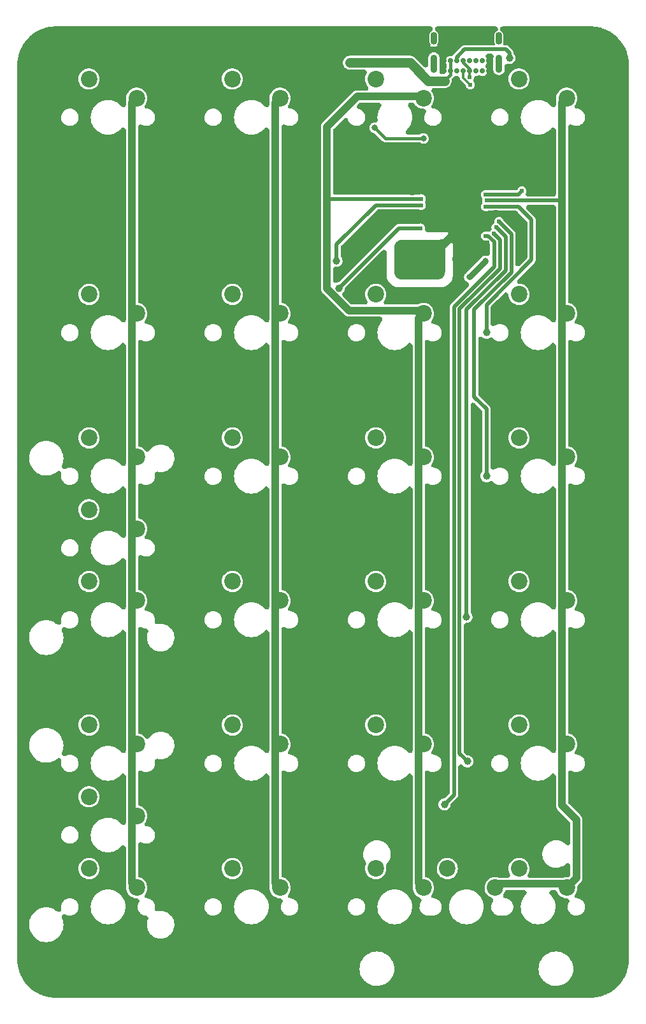
<source format=gbl>
G04 #@! TF.GenerationSoftware,KiCad,Pcbnew,(6.0.0)*
G04 #@! TF.CreationDate,2023-01-04T21:38:06+01:00*
G04 #@! TF.ProjectId,MPad2040_V1,4d506164-3230-4343-905f-56312e6b6963,rev?*
G04 #@! TF.SameCoordinates,Original*
G04 #@! TF.FileFunction,Copper,L2,Bot*
G04 #@! TF.FilePolarity,Positive*
%FSLAX46Y46*%
G04 Gerber Fmt 4.6, Leading zero omitted, Abs format (unit mm)*
G04 Created by KiCad (PCBNEW (6.0.0)) date 2023-01-04 21:38:06*
%MOMM*%
%LPD*%
G01*
G04 APERTURE LIST*
G04 #@! TA.AperFunction,ComponentPad*
%ADD10C,0.800000*%
G04 #@! TD*
G04 #@! TA.AperFunction,ComponentPad*
%ADD11C,5.400000*%
G04 #@! TD*
G04 #@! TA.AperFunction,ComponentPad*
%ADD12C,2.200000*%
G04 #@! TD*
G04 #@! TA.AperFunction,ComponentPad*
%ADD13C,0.700000*%
G04 #@! TD*
G04 #@! TA.AperFunction,ComponentPad*
%ADD14O,0.900000X2.400000*%
G04 #@! TD*
G04 #@! TA.AperFunction,ComponentPad*
%ADD15O,0.900000X1.700000*%
G04 #@! TD*
G04 #@! TA.AperFunction,ViaPad*
%ADD16C,1.000000*%
G04 #@! TD*
G04 #@! TA.AperFunction,ViaPad*
%ADD17C,0.800000*%
G04 #@! TD*
G04 #@! TA.AperFunction,ViaPad*
%ADD18C,0.604800*%
G04 #@! TD*
G04 #@! TA.AperFunction,Conductor*
%ADD19C,0.500000*%
G04 #@! TD*
G04 #@! TA.AperFunction,Conductor*
%ADD20C,0.740000*%
G04 #@! TD*
G04 #@! TA.AperFunction,Conductor*
%ADD21C,0.400000*%
G04 #@! TD*
G04 #@! TA.AperFunction,Conductor*
%ADD22C,0.300000*%
G04 #@! TD*
G04 #@! TA.AperFunction,Conductor*
%ADD23C,1.250000*%
G04 #@! TD*
G04 #@! TA.AperFunction,Conductor*
%ADD24C,1.000000*%
G04 #@! TD*
G04 APERTURE END LIST*
D10*
X184275000Y-37727500D03*
X182843109Y-34270609D03*
X186300000Y-35702500D03*
X185706891Y-34270609D03*
X184275000Y-33677500D03*
X182250000Y-35702500D03*
D11*
X184275000Y-35702500D03*
D10*
X185706891Y-37134391D03*
X182843109Y-37134391D03*
D12*
X179910000Y-69850000D03*
X173560000Y-67310000D03*
X160860000Y-107950000D03*
X154510000Y-105410000D03*
X179910000Y-41275000D03*
X173560000Y-38735000D03*
D10*
X182843109Y-155270609D03*
X182843109Y-158134391D03*
D11*
X184275000Y-156702500D03*
D10*
X182250000Y-156702500D03*
X185706891Y-155270609D03*
X186300000Y-156702500D03*
X184275000Y-158727500D03*
X185706891Y-158134391D03*
X184275000Y-154677500D03*
D12*
X179910000Y-107950000D03*
X173560000Y-105410000D03*
X122760000Y-146050000D03*
X116410000Y-143510000D03*
D10*
X110775000Y-33677500D03*
X108750000Y-35702500D03*
D11*
X110775000Y-35702500D03*
D10*
X112800000Y-35702500D03*
X112206891Y-37134391D03*
X109343109Y-37134391D03*
X112206891Y-34270609D03*
X109343109Y-34270609D03*
X110775000Y-37727500D03*
D12*
X141810000Y-69850000D03*
X135460000Y-67310000D03*
X141810000Y-88900000D03*
X135460000Y-86360000D03*
X122760000Y-107950000D03*
X116410000Y-105410000D03*
X160860000Y-88900000D03*
X154510000Y-86360000D03*
X122760000Y-136525000D03*
X116410000Y-133985000D03*
X179910000Y-88900000D03*
X173560000Y-86360000D03*
X122760000Y-69850000D03*
X116410000Y-67310000D03*
X122760000Y-98425000D03*
X116410000Y-95885000D03*
X122760000Y-127000000D03*
X116410000Y-124460000D03*
X160860000Y-127000000D03*
X154510000Y-124460000D03*
X179910000Y-127000000D03*
X173560000Y-124460000D03*
D10*
X110775000Y-158727500D03*
X112206891Y-155270609D03*
X108750000Y-156702500D03*
X109343109Y-158134391D03*
X112206891Y-158134391D03*
D11*
X110775000Y-156702500D03*
D10*
X109343109Y-155270609D03*
X110775000Y-154677500D03*
X112800000Y-156702500D03*
D12*
X179910000Y-146050000D03*
X173560000Y-143510000D03*
X160860000Y-146050000D03*
X154510000Y-143510000D03*
X160860000Y-41275000D03*
X154510000Y-38735000D03*
X141810000Y-107950000D03*
X135460000Y-105410000D03*
X170385000Y-146050000D03*
X164035000Y-143510000D03*
X141810000Y-146050000D03*
X135460000Y-143510000D03*
X141810000Y-41275000D03*
X135460000Y-38735000D03*
X160860000Y-69850000D03*
X154510000Y-67310000D03*
X122760000Y-88900000D03*
X116410000Y-86360000D03*
X122760000Y-41275000D03*
X116410000Y-38735000D03*
X141810000Y-127000000D03*
X135460000Y-124460000D03*
D13*
X169550000Y-37680011D03*
X168700000Y-37680011D03*
X167850000Y-37680011D03*
X167000000Y-37680011D03*
X166150000Y-37680011D03*
X165300000Y-37680011D03*
X164450000Y-37680011D03*
X163600000Y-37680011D03*
X163600000Y-36330011D03*
X164450000Y-36330011D03*
X165300000Y-36330011D03*
X166150000Y-36330011D03*
X167000000Y-36330011D03*
X167850000Y-36330011D03*
X168700000Y-36330011D03*
X169550000Y-36330011D03*
D14*
X170900000Y-36700011D03*
X162250000Y-36700011D03*
D15*
X170900000Y-33320011D03*
X162250000Y-33320011D03*
D16*
X147525000Y-156845000D03*
X128475000Y-156845000D03*
D17*
X166956000Y-65024000D03*
X169115000Y-62865000D03*
X160860000Y-46609000D03*
X154383000Y-45212000D03*
D18*
X166995000Y-38500000D03*
X167097401Y-39510000D03*
X170105600Y-51612800D03*
X165889200Y-62687200D03*
D16*
X108155000Y-59690000D03*
X108155000Y-102870000D03*
X165051000Y-45466000D03*
X186895000Y-105410000D03*
X108155000Y-97790000D03*
X186895000Y-46990000D03*
X160225000Y-33020000D03*
X147525000Y-33020000D03*
D18*
X166194000Y-54610000D03*
D16*
X150065000Y-159385000D03*
X186895000Y-69850000D03*
X114505000Y-33020000D03*
X128475000Y-53340000D03*
X108155000Y-77470000D03*
X176735000Y-56896000D03*
X144985000Y-44450000D03*
X173052000Y-56769000D03*
X186895000Y-128270000D03*
X165051000Y-40386000D03*
X108155000Y-92710000D03*
X186895000Y-39370000D03*
X152605000Y-159385000D03*
X139905000Y-33020000D03*
X147525000Y-159385000D03*
X186895000Y-113030000D03*
X174195000Y-58166000D03*
X150446000Y-45085000D03*
X110695000Y-139065000D03*
X154002000Y-71120000D03*
X172925000Y-33020000D03*
X146178800Y-56642000D03*
X149303000Y-40513000D03*
X108155000Y-95250000D03*
X184355000Y-81915000D03*
D18*
X159361400Y-53873400D03*
D16*
X108155000Y-62230000D03*
X108155000Y-74930000D03*
D18*
X157304000Y-62230000D03*
D16*
X186895000Y-62230000D03*
X157685000Y-33020000D03*
X186895000Y-59690000D03*
X108155000Y-54610000D03*
X129745000Y-33020000D03*
X168226000Y-40386000D03*
X124665000Y-159385000D03*
X128475000Y-81915000D03*
X163654000Y-70485000D03*
X186895000Y-115570000D03*
X186895000Y-130810000D03*
X108155000Y-90170000D03*
X186895000Y-140970000D03*
X186895000Y-87630000D03*
X108155000Y-120650000D03*
X166575000Y-139065000D03*
X108155000Y-123190000D03*
X108155000Y-57150000D03*
D18*
X161749000Y-65024000D03*
D16*
X175465000Y-33020000D03*
X144985000Y-159385000D03*
X108155000Y-52070000D03*
X108155000Y-44450000D03*
X143207000Y-62484000D03*
X186895000Y-57150000D03*
X183720000Y-60960000D03*
X165051000Y-46736000D03*
X108155000Y-148590000D03*
X167845000Y-83820000D03*
X127205000Y-159385000D03*
X110695000Y-120015000D03*
X176354000Y-66675000D03*
D18*
X163019000Y-61087000D03*
D16*
X154840200Y-62966600D03*
X186895000Y-133350000D03*
X180545000Y-159385000D03*
X108155000Y-128270000D03*
X146077200Y-62966600D03*
X114505000Y-159385000D03*
X147525000Y-81915000D03*
X186895000Y-138430000D03*
X160225000Y-44069000D03*
X110695000Y-53340000D03*
X119585000Y-159385000D03*
D18*
X159463000Y-61214000D03*
D16*
X186895000Y-67310000D03*
X108155000Y-135890000D03*
X147525000Y-100965000D03*
X165051000Y-42926000D03*
X108155000Y-138430000D03*
D18*
X154002000Y-46837600D03*
D16*
X186895000Y-95250000D03*
X128475000Y-120015000D03*
X175846000Y-36322000D03*
X108155000Y-80010000D03*
X108155000Y-140970000D03*
D18*
X170500319Y-56376319D03*
D16*
X132285000Y-33020000D03*
X142572000Y-49022000D03*
X176735000Y-58166000D03*
X186895000Y-102870000D03*
D18*
X163406508Y-62490508D03*
D16*
X186895000Y-151130000D03*
X186895000Y-153670000D03*
X186895000Y-85090000D03*
X147525000Y-139065000D03*
X137365000Y-33020000D03*
X108155000Y-107950000D03*
X186895000Y-120650000D03*
X167845000Y-100965000D03*
X184355000Y-139065000D03*
X186895000Y-110490000D03*
X181053000Y-60960000D03*
X186895000Y-52070000D03*
X186895000Y-54610000D03*
X108155000Y-69850000D03*
X160225000Y-159385000D03*
X186895000Y-135890000D03*
D18*
X163654000Y-57150000D03*
D16*
X108155000Y-153670000D03*
D18*
X158242147Y-64593853D03*
D16*
X142445000Y-159385000D03*
X108155000Y-110490000D03*
D18*
X159361400Y-56261000D03*
D16*
X139905000Y-159385000D03*
D18*
X169369000Y-60452000D03*
D16*
X147525000Y-36576000D03*
X162765000Y-159385000D03*
X108155000Y-39370000D03*
X128475000Y-72390000D03*
X153875000Y-42799000D03*
X147525000Y-120015000D03*
D18*
X164924000Y-55880000D03*
X164695400Y-48361600D03*
D16*
X184355000Y-53340000D03*
X127205000Y-33020000D03*
D18*
X159209000Y-65024000D03*
D16*
X172544000Y-81915000D03*
X186895000Y-82550000D03*
X165305000Y-159385000D03*
X122125000Y-159385000D03*
X168480000Y-49276000D03*
X177878000Y-56007000D03*
D18*
X162898508Y-62998508D03*
D16*
X186895000Y-123190000D03*
X128475000Y-62865000D03*
D18*
X170105600Y-50673000D03*
D16*
X186895000Y-143510000D03*
X170385000Y-159385000D03*
X186895000Y-92710000D03*
X108155000Y-67310000D03*
X108155000Y-64770000D03*
X186895000Y-100330000D03*
X175465000Y-159385000D03*
D18*
X163654000Y-54610000D03*
D16*
X134825000Y-159385000D03*
X110695000Y-100965000D03*
D18*
X162390508Y-63506508D03*
D16*
X108155000Y-118110000D03*
X167845000Y-120015000D03*
D18*
X166194000Y-57150000D03*
X160034500Y-61785500D03*
D16*
X168226000Y-45466000D03*
X151716000Y-62103000D03*
X186895000Y-125730000D03*
X180545000Y-33020000D03*
X186895000Y-49530000D03*
D18*
X157177000Y-53848000D03*
D16*
X163654000Y-74041000D03*
X129745000Y-159385000D03*
X108155000Y-72390000D03*
X110695000Y-62865000D03*
X186895000Y-44450000D03*
X144985000Y-33020000D03*
X168226000Y-42926000D03*
X178005000Y-33020000D03*
X108155000Y-85090000D03*
X186895000Y-90170000D03*
X186895000Y-77470000D03*
X147525000Y-72390000D03*
X108155000Y-146050000D03*
X108155000Y-105410000D03*
X108155000Y-125730000D03*
X186895000Y-80010000D03*
X119585000Y-33020000D03*
X128475000Y-139065000D03*
D18*
X157304000Y-63246000D03*
D16*
X117045000Y-159385000D03*
X169496000Y-42418000D03*
D18*
X163755600Y-48361600D03*
D16*
X186895000Y-74930000D03*
X117045000Y-33020000D03*
X168226000Y-46736000D03*
X184355000Y-120015000D03*
X186895000Y-97790000D03*
X166575000Y-156845000D03*
X165051000Y-44196000D03*
X172925000Y-159385000D03*
X155145000Y-33020000D03*
X175592000Y-56007000D03*
X124665000Y-33020000D03*
X128475000Y-100965000D03*
X157685000Y-159385000D03*
X172925000Y-58166000D03*
X186895000Y-146050000D03*
D18*
X164949400Y-62661800D03*
D16*
X144350000Y-47117000D03*
X186895000Y-107950000D03*
D18*
X162384000Y-64262000D03*
D16*
X108155000Y-49530000D03*
X128475000Y-35560000D03*
X108155000Y-100330000D03*
D18*
X171070800Y-53238400D03*
D16*
X165051000Y-41656000D03*
X108155000Y-143510000D03*
X168607000Y-48006000D03*
X108155000Y-87630000D03*
X108155000Y-82550000D03*
X186895000Y-41910000D03*
X108155000Y-115570000D03*
X152605000Y-33020000D03*
X162257000Y-68072000D03*
D18*
X157304000Y-61214000D03*
D16*
X186895000Y-148590000D03*
X168226000Y-44196000D03*
X108155000Y-133350000D03*
X137365000Y-159385000D03*
X168226000Y-41656000D03*
X143080000Y-38100000D03*
X108155000Y-41910000D03*
X122125000Y-33020000D03*
X132285000Y-159385000D03*
X158574000Y-68072000D03*
X145366000Y-66929000D03*
X108155000Y-130810000D03*
X108155000Y-46990000D03*
X186895000Y-72390000D03*
X186895000Y-118110000D03*
X186895000Y-64770000D03*
D18*
X160479000Y-65024000D03*
D16*
X142445000Y-33020000D03*
X167845000Y-159385000D03*
X150065000Y-33020000D03*
X134825000Y-33020000D03*
X151081000Y-36576000D03*
D18*
X169140400Y-54051200D03*
X173941000Y-53594000D03*
X169140400Y-55676800D03*
D16*
X169242000Y-72390000D03*
D18*
X170893000Y-57658000D03*
D16*
X169242000Y-91440000D03*
X166575000Y-110109000D03*
D18*
X170512000Y-58420000D03*
D16*
X166702000Y-129286000D03*
D18*
X170217829Y-59268829D03*
X169115000Y-59563000D03*
D16*
X163654000Y-135001000D03*
D18*
X169267400Y-54864000D03*
X160580600Y-54635400D03*
D16*
X149607820Y-66497180D03*
D18*
X160479000Y-58521600D03*
D16*
X149303000Y-62865000D03*
D18*
X160580600Y-55499000D03*
D16*
X172290000Y-35941000D03*
D19*
X157583400Y-58521600D02*
X160479000Y-58521600D01*
X149607820Y-66497180D02*
X157583400Y-58521600D01*
X154510000Y-55499000D02*
X160580600Y-55499000D01*
X149303000Y-60706000D02*
X154510000Y-55499000D01*
X149303000Y-62865000D02*
X149303000Y-60706000D01*
D20*
X169115000Y-62865000D02*
X166956000Y-65024000D01*
D21*
X160860000Y-46609000D02*
X155780000Y-46609000D01*
X155780000Y-46609000D02*
X154383000Y-45212000D01*
D22*
X166995000Y-38500000D02*
X167000000Y-38495000D01*
D21*
X167000000Y-37680000D02*
X167000000Y-37432800D01*
D22*
X167000000Y-38495000D02*
X167000000Y-37680000D01*
D21*
X167000000Y-37432800D02*
X166150000Y-36582800D01*
X166150000Y-36582800D02*
X166150000Y-36330000D01*
D22*
X167097401Y-39510000D02*
X167095000Y-39510000D01*
X167095000Y-39510000D02*
X166150000Y-38565000D01*
X166150000Y-38565000D02*
X166150000Y-37680000D01*
D19*
X163600000Y-35506000D02*
X163019000Y-34925000D01*
X163600000Y-36330000D02*
X163600000Y-35506000D01*
X163600000Y-37680000D02*
X163600000Y-36330000D01*
X162892000Y-34798000D02*
X160860000Y-34798000D01*
X163019000Y-34925000D02*
X162892000Y-34798000D01*
X169550000Y-37680000D02*
X169550000Y-36330000D01*
D23*
X161495000Y-38989000D02*
X163654000Y-38989000D01*
D21*
X163654000Y-38989000D02*
X164450000Y-38193000D01*
X164450000Y-38193000D02*
X164450000Y-36330000D01*
D23*
X159082000Y-36576000D02*
X161495000Y-38989000D01*
X151081000Y-36576000D02*
X159082000Y-36576000D01*
D19*
X173941000Y-53594000D02*
X173483800Y-54051200D01*
X173483800Y-54051200D02*
X169140400Y-54051200D01*
X169242000Y-72390000D02*
X169242000Y-68707000D01*
X175211000Y-57404000D02*
X173479008Y-55672008D01*
X169242000Y-68707000D02*
X175211000Y-62738000D01*
X175211000Y-62738000D02*
X175211000Y-57404000D01*
X173479008Y-55672008D02*
X169145192Y-55672008D01*
X169145192Y-55672008D02*
X169140400Y-55676800D01*
X167591000Y-69342000D02*
X172544000Y-64389000D01*
X167591000Y-80893504D02*
X167591000Y-69342000D01*
X172544000Y-64389000D02*
X172544000Y-59309000D01*
X172544000Y-59309000D02*
X170893000Y-57658000D01*
X169242000Y-82544504D02*
X167591000Y-80893504D01*
X169242000Y-91440000D02*
X169242000Y-82544504D01*
X166575000Y-110109000D02*
X166575000Y-69342000D01*
X166575000Y-69342000D02*
X171782000Y-64135000D01*
X171782000Y-64135000D02*
X171782000Y-59690000D01*
X171782000Y-59690000D02*
X170512000Y-58420000D01*
X165673089Y-69227911D02*
X171036920Y-63864080D01*
X171036920Y-63864080D02*
X171036920Y-60087920D01*
X166702000Y-129286000D02*
X165673089Y-128257089D01*
X165673089Y-128257089D02*
X165673089Y-69227911D01*
X171036920Y-60087920D02*
X170217829Y-59268829D01*
X170258000Y-63627000D02*
X164924000Y-68961000D01*
X169115000Y-59563000D02*
X169476047Y-59563000D01*
X169476047Y-59563000D02*
X170258000Y-60344953D01*
X164924000Y-133731000D02*
X163654000Y-135001000D01*
X164924000Y-68961000D02*
X164924000Y-133731000D01*
X170258000Y-60344953D02*
X170258000Y-63627000D01*
D24*
X170893000Y-145542000D02*
X170385000Y-146050000D01*
X179910000Y-146050000D02*
X179402000Y-145542000D01*
X179275000Y-54864000D02*
X179275000Y-135128000D01*
X179275000Y-135128000D02*
X181180000Y-137033000D01*
D19*
X169267400Y-54864000D02*
X179275000Y-54864000D01*
D24*
X181180000Y-144780000D02*
X179910000Y-146050000D01*
X181180000Y-137033000D02*
X181180000Y-144780000D01*
X179275000Y-41910000D02*
X179275000Y-54864000D01*
X179910000Y-41275000D02*
X179275000Y-41910000D01*
X179402000Y-145542000D02*
X170893000Y-145542000D01*
X160860000Y-41275000D02*
X160646479Y-41061479D01*
X160479000Y-69469000D02*
X160860000Y-69850000D01*
X160225000Y-145415000D02*
X160860000Y-146050000D01*
X160860000Y-69850000D02*
X160225000Y-70485000D01*
X160225000Y-70485000D02*
X160225000Y-145415000D01*
X160646479Y-41061479D02*
X152056521Y-41061479D01*
X148033000Y-66548000D02*
X150954000Y-69469000D01*
X148033000Y-45085000D02*
X148033000Y-66548000D01*
X152056521Y-41061479D02*
X148033000Y-45085000D01*
D19*
X147906000Y-54635400D02*
X160580600Y-54635400D01*
D24*
X150954000Y-69469000D02*
X160479000Y-69469000D01*
X141175000Y-41910000D02*
X141175000Y-145415000D01*
X141175000Y-145415000D02*
X141810000Y-146050000D01*
X141810000Y-41275000D02*
X141175000Y-41910000D01*
X122760000Y-146050000D02*
X122125000Y-145415000D01*
X122760000Y-41275000D02*
X122125000Y-41910000D01*
X122125000Y-41910000D02*
X122125000Y-145415000D01*
D19*
X172290000Y-35306000D02*
X171782000Y-34798000D01*
X165300000Y-35835026D02*
X165300000Y-36330000D01*
X172290000Y-35941000D02*
X172290000Y-35306000D01*
X166337026Y-34798000D02*
X165300000Y-35835026D01*
X171782000Y-34798000D02*
X166337026Y-34798000D01*
G04 #@! TA.AperFunction,Conductor*
G36*
X161881094Y-31769410D02*
G01*
X161982134Y-31824090D01*
X162059945Y-31908615D01*
X162106095Y-32013826D01*
X162115582Y-32128320D01*
X162087379Y-32239692D01*
X162024542Y-32335871D01*
X161953255Y-32392950D01*
X161947159Y-32395475D01*
X161929015Y-32409398D01*
X161929014Y-32409398D01*
X161884439Y-32443602D01*
X161821718Y-32491729D01*
X161725464Y-32617170D01*
X161664956Y-32763249D01*
X161649500Y-32880650D01*
X161649500Y-33759372D01*
X161664956Y-33876773D01*
X161725464Y-34022852D01*
X161821718Y-34148293D01*
X161947159Y-34244547D01*
X162056892Y-34290000D01*
X111965000Y-34290000D01*
X111658837Y-34308519D01*
X111357138Y-34363808D01*
X111064304Y-34455059D01*
X110784603Y-34580942D01*
X110522116Y-34739621D01*
X110280668Y-34928783D01*
X110063783Y-35145668D01*
X109874621Y-35387116D01*
X109715942Y-35649603D01*
X109590059Y-35929304D01*
X109498808Y-36222138D01*
X109443519Y-36523837D01*
X109425000Y-36830000D01*
X109425000Y-87212337D01*
X109318885Y-87284453D01*
X109236086Y-87358484D01*
X109128870Y-87454346D01*
X109095616Y-87484078D01*
X109088072Y-87492880D01*
X108941583Y-87663793D01*
X108900711Y-87711479D01*
X108737592Y-87962659D01*
X108732627Y-87973115D01*
X108732626Y-87973117D01*
X108644219Y-88159303D01*
X108609127Y-88233206D01*
X108563350Y-88375786D01*
X108532886Y-88470670D01*
X108517572Y-88518366D01*
X108464536Y-88813131D01*
X108450950Y-89112320D01*
X108451958Y-89123840D01*
X108451958Y-89123846D01*
X108463283Y-89253286D01*
X108477053Y-89410679D01*
X108479578Y-89421975D01*
X108479579Y-89421982D01*
X108503196Y-89527638D01*
X108542386Y-89702964D01*
X108645802Y-89984040D01*
X108785484Y-90248970D01*
X108792187Y-90258402D01*
X108792190Y-90258407D01*
X108952272Y-90483665D01*
X108952277Y-90483671D01*
X108958977Y-90493099D01*
X109163234Y-90712138D01*
X109172174Y-90719482D01*
X109172180Y-90719487D01*
X109385721Y-90894892D01*
X109385726Y-90894896D01*
X109394666Y-90902239D01*
X109404502Y-90908338D01*
X109404504Y-90908339D01*
X109425000Y-90921047D01*
X109425000Y-111012337D01*
X109318885Y-111084453D01*
X109263130Y-111134304D01*
X109128870Y-111254346D01*
X109095616Y-111284078D01*
X109063290Y-111321794D01*
X108931933Y-111475052D01*
X108900711Y-111511479D01*
X108737592Y-111762659D01*
X108732627Y-111773115D01*
X108732626Y-111773117D01*
X108644219Y-111959303D01*
X108609127Y-112033206D01*
X108517572Y-112318366D01*
X108464536Y-112613131D01*
X108450950Y-112912320D01*
X108477053Y-113210679D01*
X108479578Y-113221975D01*
X108479579Y-113221982D01*
X108482716Y-113236016D01*
X108542386Y-113502964D01*
X108645802Y-113784040D01*
X108785484Y-114048970D01*
X108792187Y-114058402D01*
X108792190Y-114058407D01*
X108952272Y-114283665D01*
X108952277Y-114283671D01*
X108958977Y-114293099D01*
X109163234Y-114512138D01*
X109172174Y-114519482D01*
X109172180Y-114519487D01*
X109385721Y-114694892D01*
X109385726Y-114694896D01*
X109394666Y-114702239D01*
X109404502Y-114708338D01*
X109404504Y-114708339D01*
X109425000Y-114721047D01*
X109425000Y-125312337D01*
X109318885Y-125384453D01*
X109236086Y-125458484D01*
X109128870Y-125554346D01*
X109095616Y-125584078D01*
X109088072Y-125592880D01*
X108941583Y-125763793D01*
X108900711Y-125811479D01*
X108737592Y-126062659D01*
X108732627Y-126073115D01*
X108732626Y-126073117D01*
X108644219Y-126259303D01*
X108609127Y-126333206D01*
X108563350Y-126475786D01*
X108532886Y-126570670D01*
X108517572Y-126618366D01*
X108464536Y-126913131D01*
X108450950Y-127212320D01*
X108451958Y-127223840D01*
X108451958Y-127223846D01*
X108463283Y-127353286D01*
X108477053Y-127510679D01*
X108479578Y-127521975D01*
X108479579Y-127521982D01*
X108503196Y-127627638D01*
X108542386Y-127802964D01*
X108645802Y-128084040D01*
X108785484Y-128348970D01*
X108792187Y-128358402D01*
X108792190Y-128358407D01*
X108952272Y-128583665D01*
X108952277Y-128583671D01*
X108958977Y-128593099D01*
X109163234Y-128812138D01*
X109172174Y-128819482D01*
X109172180Y-128819487D01*
X109385721Y-128994892D01*
X109385726Y-128994896D01*
X109394666Y-129002239D01*
X109404502Y-129008338D01*
X109404504Y-129008339D01*
X109425000Y-129021047D01*
X109425000Y-149112337D01*
X109318885Y-149184453D01*
X109263130Y-149234304D01*
X109128870Y-149354346D01*
X109095616Y-149384078D01*
X109063290Y-149421794D01*
X108931933Y-149575052D01*
X108900711Y-149611479D01*
X108737592Y-149862659D01*
X108732627Y-149873115D01*
X108732626Y-149873117D01*
X108644219Y-150059303D01*
X108609127Y-150133206D01*
X108517572Y-150418366D01*
X108464536Y-150713131D01*
X108450950Y-151012320D01*
X108477053Y-151310679D01*
X108479578Y-151321975D01*
X108479579Y-151321982D01*
X108482716Y-151336016D01*
X108542386Y-151602964D01*
X108645802Y-151884040D01*
X108785484Y-152148970D01*
X108792187Y-152158402D01*
X108792190Y-152158407D01*
X108952272Y-152383665D01*
X108952277Y-152383671D01*
X108958977Y-152393099D01*
X109163234Y-152612138D01*
X109172174Y-152619482D01*
X109172180Y-152619487D01*
X109385721Y-152794892D01*
X109385726Y-152794896D01*
X109394666Y-152802239D01*
X109404502Y-152808338D01*
X109404504Y-152808339D01*
X109425000Y-152821047D01*
X109425000Y-155575000D01*
X109443519Y-155881163D01*
X109498808Y-156182862D01*
X109590059Y-156475696D01*
X109715942Y-156755397D01*
X109874621Y-157017884D01*
X110063783Y-157259332D01*
X110280668Y-157476217D01*
X110522116Y-157665379D01*
X110784603Y-157824058D01*
X111064304Y-157949941D01*
X111357138Y-158041192D01*
X111658837Y-158096481D01*
X111965000Y-158115000D01*
X152822282Y-158115000D01*
X152917272Y-158248665D01*
X152917277Y-158248671D01*
X152923977Y-158258099D01*
X153128234Y-158477138D01*
X153137174Y-158484482D01*
X153137180Y-158484487D01*
X153350721Y-158659892D01*
X153350726Y-158659896D01*
X153359666Y-158667239D01*
X153369502Y-158673338D01*
X153369504Y-158673339D01*
X153441958Y-158718262D01*
X153614207Y-158825061D01*
X153624759Y-158829803D01*
X153624766Y-158829807D01*
X153837834Y-158925563D01*
X153887385Y-158947832D01*
X154174401Y-159033395D01*
X154363046Y-159063274D01*
X154460582Y-159078722D01*
X154460586Y-159078722D01*
X154470212Y-159080247D01*
X154563874Y-159084500D01*
X154750971Y-159084500D01*
X154901502Y-159074502D01*
X154962294Y-159070464D01*
X154962297Y-159070464D01*
X154973839Y-159069697D01*
X155267429Y-159010499D01*
X155278371Y-159006731D01*
X155278376Y-159006730D01*
X155539663Y-158916761D01*
X155550609Y-158912992D01*
X155818407Y-158778889D01*
X155827978Y-158772384D01*
X155827984Y-158772381D01*
X155982695Y-158667239D01*
X156066115Y-158610547D01*
X156289384Y-158410922D01*
X156484289Y-158183521D01*
X156528787Y-158115000D01*
X176622282Y-158115000D01*
X176717272Y-158248665D01*
X176717277Y-158248671D01*
X176723977Y-158258099D01*
X176928234Y-158477138D01*
X176937174Y-158484482D01*
X176937180Y-158484487D01*
X177150721Y-158659892D01*
X177150726Y-158659896D01*
X177159666Y-158667239D01*
X177169502Y-158673338D01*
X177169504Y-158673339D01*
X177241958Y-158718262D01*
X177414207Y-158825061D01*
X177424759Y-158829803D01*
X177424766Y-158829807D01*
X177637834Y-158925563D01*
X177687385Y-158947832D01*
X177974401Y-159033395D01*
X178163046Y-159063274D01*
X178260582Y-159078722D01*
X178260586Y-159078722D01*
X178270212Y-159080247D01*
X178363874Y-159084500D01*
X178550971Y-159084500D01*
X178701502Y-159074502D01*
X178762294Y-159070464D01*
X178762297Y-159070464D01*
X178773839Y-159069697D01*
X179067429Y-159010499D01*
X179078371Y-159006731D01*
X179078376Y-159006730D01*
X179339663Y-158916761D01*
X179350609Y-158912992D01*
X179618407Y-158778889D01*
X179627978Y-158772384D01*
X179627984Y-158772381D01*
X179782695Y-158667239D01*
X179866115Y-158610547D01*
X180089384Y-158410922D01*
X180284289Y-158183521D01*
X180328787Y-158115000D01*
X183085000Y-158115000D01*
X183391163Y-158096481D01*
X183692862Y-158041192D01*
X183985696Y-157949941D01*
X184265397Y-157824058D01*
X184527884Y-157665379D01*
X184769332Y-157476217D01*
X184986217Y-157259332D01*
X185175379Y-157017884D01*
X185334058Y-156755397D01*
X185459941Y-156475696D01*
X185551192Y-156182862D01*
X185606481Y-155881163D01*
X185625000Y-155575000D01*
X185625000Y-36830000D01*
X185606481Y-36523837D01*
X185551192Y-36222138D01*
X185459941Y-35929304D01*
X185334058Y-35649603D01*
X185175379Y-35387116D01*
X184986217Y-35145668D01*
X184769332Y-34928783D01*
X184527884Y-34739621D01*
X184265397Y-34580942D01*
X183985696Y-34455059D01*
X183692862Y-34363808D01*
X183391163Y-34308519D01*
X183085000Y-34290000D01*
X171546091Y-34290000D01*
X171499496Y-34239385D01*
X171453346Y-34134174D01*
X171443859Y-34019680D01*
X171469233Y-33914944D01*
X171485044Y-33876773D01*
X171500500Y-33759372D01*
X171500500Y-32880650D01*
X171485044Y-32763249D01*
X171424536Y-32617170D01*
X171328282Y-32491729D01*
X171265561Y-32443602D01*
X171220986Y-32409398D01*
X171220985Y-32409398D01*
X171202841Y-32395475D01*
X171197359Y-32393204D01*
X171119043Y-32328707D01*
X171058880Y-32230833D01*
X171033756Y-32118727D01*
X171046394Y-32004537D01*
X171095425Y-31900638D01*
X171175535Y-31818289D01*
X171278043Y-31766413D01*
X171382226Y-31750500D01*
X183073569Y-31750500D01*
X183077356Y-31750521D01*
X183081134Y-31750562D01*
X183088788Y-31750729D01*
X183091042Y-31750802D01*
X183095657Y-31750954D01*
X183098614Y-31751064D01*
X183239884Y-31756906D01*
X183301918Y-31759472D01*
X183302295Y-31759488D01*
X183378839Y-31762830D01*
X183413152Y-31764328D01*
X183420753Y-31764743D01*
X183519940Y-31771244D01*
X183535108Y-31772571D01*
X183592106Y-31778813D01*
X183597280Y-31779419D01*
X183620602Y-31782326D01*
X183729709Y-31795926D01*
X183731595Y-31796168D01*
X183837642Y-31810129D01*
X183853423Y-31812207D01*
X183860955Y-31813283D01*
X183959181Y-31828401D01*
X183974187Y-31831047D01*
X183984381Y-31833075D01*
X183987904Y-31833795D01*
X184153418Y-31868499D01*
X184157169Y-31869307D01*
X184287897Y-31898289D01*
X184295131Y-31899975D01*
X184381137Y-31921020D01*
X184397753Y-31925524D01*
X184569781Y-31976739D01*
X184575121Y-31978376D01*
X184713054Y-32021866D01*
X184720293Y-32024235D01*
X184791402Y-32048374D01*
X184806067Y-32053721D01*
X184975586Y-32119868D01*
X184982217Y-32122535D01*
X185125902Y-32182052D01*
X185132899Y-32185040D01*
X185188870Y-32209667D01*
X185201597Y-32215575D01*
X185367802Y-32296829D01*
X185375668Y-32300798D01*
X185412622Y-32320034D01*
X185523285Y-32377642D01*
X185529941Y-32381200D01*
X185570612Y-32403513D01*
X185581393Y-32409680D01*
X185743644Y-32506360D01*
X185752447Y-32511785D01*
X185902036Y-32607083D01*
X185908388Y-32611228D01*
X185933745Y-32628171D01*
X185942646Y-32634320D01*
X186100431Y-32746976D01*
X186110048Y-32754097D01*
X186228262Y-32844805D01*
X186259371Y-32868676D01*
X186265308Y-32873335D01*
X186275374Y-32881414D01*
X186282440Y-32887240D01*
X186435563Y-33016929D01*
X186445785Y-33025935D01*
X186589697Y-33157806D01*
X186600696Y-33168336D01*
X186746664Y-33314304D01*
X186757194Y-33325303D01*
X186889065Y-33469215D01*
X186898071Y-33479437D01*
X187027760Y-33632560D01*
X187033586Y-33639626D01*
X187041665Y-33649692D01*
X187046324Y-33655629D01*
X187160891Y-33804935D01*
X187168024Y-33814569D01*
X187239687Y-33914940D01*
X187280680Y-33972354D01*
X187286829Y-33981255D01*
X187303772Y-34006612D01*
X187307917Y-34012964D01*
X187403215Y-34162553D01*
X187408640Y-34171356D01*
X187505320Y-34333607D01*
X187511487Y-34344388D01*
X187533800Y-34385059D01*
X187537358Y-34391715D01*
X187594966Y-34502378D01*
X187614202Y-34539332D01*
X187618171Y-34547198D01*
X187699425Y-34713403D01*
X187705333Y-34726130D01*
X187729960Y-34782101D01*
X187732948Y-34789098D01*
X187792465Y-34932783D01*
X187795132Y-34939414D01*
X187861274Y-35108920D01*
X187866626Y-35123598D01*
X187890765Y-35194707D01*
X187893134Y-35201946D01*
X187936624Y-35339879D01*
X187938261Y-35345219D01*
X187989475Y-35517245D01*
X187993980Y-35533863D01*
X188015025Y-35619869D01*
X188016711Y-35627103D01*
X188045693Y-35757831D01*
X188046501Y-35761582D01*
X188081205Y-35927096D01*
X188081925Y-35930619D01*
X188083953Y-35940813D01*
X188086599Y-35955819D01*
X188101717Y-36054045D01*
X188102793Y-36061577D01*
X188118832Y-36183405D01*
X188119074Y-36185291D01*
X188123667Y-36222138D01*
X188135581Y-36317720D01*
X188136187Y-36322894D01*
X188142429Y-36379892D01*
X188143756Y-36395060D01*
X188150257Y-36494247D01*
X188150672Y-36501849D01*
X188155499Y-36612405D01*
X188155533Y-36613205D01*
X188162727Y-36787126D01*
X188163937Y-36816389D01*
X188164048Y-36819391D01*
X188164272Y-36826232D01*
X188164438Y-36833866D01*
X188164479Y-36837644D01*
X188164500Y-36841431D01*
X188164500Y-155563557D01*
X188164481Y-155567233D01*
X188164437Y-155571201D01*
X188164271Y-155578811D01*
X188164046Y-155585657D01*
X188163936Y-155588614D01*
X188155537Y-155791710D01*
X188155503Y-155792513D01*
X188150672Y-155903152D01*
X188150257Y-155910753D01*
X188143756Y-156009940D01*
X188142429Y-156025108D01*
X188136187Y-156082106D01*
X188135581Y-156087280D01*
X188119074Y-156219709D01*
X188118832Y-156221595D01*
X188104871Y-156327642D01*
X188102793Y-156343423D01*
X188101717Y-156350955D01*
X188086599Y-156449181D01*
X188083953Y-156464187D01*
X188081925Y-156474381D01*
X188081205Y-156477904D01*
X188046501Y-156643418D01*
X188045693Y-156647169D01*
X188016711Y-156777897D01*
X188015025Y-156785131D01*
X187993983Y-156871125D01*
X187989475Y-156887755D01*
X187938268Y-157059757D01*
X187936624Y-157065121D01*
X187893134Y-157203054D01*
X187890765Y-157210293D01*
X187866626Y-157281402D01*
X187861279Y-157296067D01*
X187795132Y-157465586D01*
X187792465Y-157472217D01*
X187732948Y-157615902D01*
X187729960Y-157622899D01*
X187705333Y-157678870D01*
X187699425Y-157691597D01*
X187618171Y-157857802D01*
X187614202Y-157865668D01*
X187537358Y-158013285D01*
X187533800Y-158019941D01*
X187511487Y-158060612D01*
X187505320Y-158071393D01*
X187408640Y-158233644D01*
X187403215Y-158242447D01*
X187307932Y-158392013D01*
X187303772Y-158398388D01*
X187286829Y-158423745D01*
X187280680Y-158432646D01*
X187168024Y-158590431D01*
X187160903Y-158600048D01*
X187070195Y-158718262D01*
X187046324Y-158749371D01*
X187041665Y-158755308D01*
X187033586Y-158765374D01*
X187027760Y-158772440D01*
X186898071Y-158925563D01*
X186889065Y-158935785D01*
X186757194Y-159079697D01*
X186746664Y-159090696D01*
X186600696Y-159236664D01*
X186589697Y-159247194D01*
X186445785Y-159379065D01*
X186435563Y-159388071D01*
X186282440Y-159517760D01*
X186275374Y-159523586D01*
X186265308Y-159531665D01*
X186259371Y-159536324D01*
X186110048Y-159650903D01*
X186100431Y-159658024D01*
X185942646Y-159770680D01*
X185933745Y-159776829D01*
X185908388Y-159793772D01*
X185902036Y-159797917D01*
X185752447Y-159893215D01*
X185743644Y-159898640D01*
X185581393Y-159995320D01*
X185570612Y-160001487D01*
X185529941Y-160023800D01*
X185523285Y-160027358D01*
X185412622Y-160084966D01*
X185375668Y-160104202D01*
X185367802Y-160108171D01*
X185201597Y-160189425D01*
X185188870Y-160195333D01*
X185132899Y-160219960D01*
X185125902Y-160222948D01*
X184982217Y-160282465D01*
X184975586Y-160285132D01*
X184806067Y-160351279D01*
X184791402Y-160356626D01*
X184720293Y-160380765D01*
X184713054Y-160383134D01*
X184575121Y-160426624D01*
X184569781Y-160428261D01*
X184397755Y-160479475D01*
X184381137Y-160483980D01*
X184295131Y-160505025D01*
X184287897Y-160506711D01*
X184157169Y-160535693D01*
X184153418Y-160536501D01*
X183987904Y-160571205D01*
X183984381Y-160571925D01*
X183974187Y-160573953D01*
X183959181Y-160576599D01*
X183860955Y-160591717D01*
X183853423Y-160592793D01*
X183837642Y-160594871D01*
X183731595Y-160608832D01*
X183729709Y-160609074D01*
X183620602Y-160622674D01*
X183597280Y-160625581D01*
X183592106Y-160626187D01*
X183535108Y-160632429D01*
X183519940Y-160633756D01*
X183420753Y-160640257D01*
X183413152Y-160640672D01*
X183378839Y-160642170D01*
X183302295Y-160645512D01*
X183301918Y-160645528D01*
X183239884Y-160648094D01*
X183098614Y-160653936D01*
X183095657Y-160654046D01*
X183091042Y-160654198D01*
X183088788Y-160654271D01*
X183081134Y-160654438D01*
X183077356Y-160654479D01*
X183073569Y-160654500D01*
X111976431Y-160654500D01*
X111972644Y-160654479D01*
X111968866Y-160654438D01*
X111961212Y-160654271D01*
X111958958Y-160654198D01*
X111954343Y-160654046D01*
X111951386Y-160653936D01*
X111810116Y-160648094D01*
X111748082Y-160645528D01*
X111747705Y-160645512D01*
X111671161Y-160642170D01*
X111636848Y-160640672D01*
X111629247Y-160640257D01*
X111530060Y-160633756D01*
X111514892Y-160632429D01*
X111457894Y-160626187D01*
X111452720Y-160625581D01*
X111429398Y-160622674D01*
X111320291Y-160609074D01*
X111318405Y-160608832D01*
X111212358Y-160594871D01*
X111196577Y-160592793D01*
X111189045Y-160591717D01*
X111090819Y-160576599D01*
X111075813Y-160573953D01*
X111065619Y-160571925D01*
X111062096Y-160571205D01*
X110896582Y-160536501D01*
X110892831Y-160535693D01*
X110762103Y-160506711D01*
X110754869Y-160505025D01*
X110668863Y-160483980D01*
X110652245Y-160479475D01*
X110480219Y-160428261D01*
X110474879Y-160426624D01*
X110336946Y-160383134D01*
X110329707Y-160380765D01*
X110258598Y-160356626D01*
X110243933Y-160351279D01*
X110074414Y-160285132D01*
X110067783Y-160282465D01*
X109924098Y-160222948D01*
X109917101Y-160219960D01*
X109861130Y-160195333D01*
X109848403Y-160189425D01*
X109682198Y-160108171D01*
X109674332Y-160104202D01*
X109637378Y-160084966D01*
X109526715Y-160027358D01*
X109520059Y-160023800D01*
X109479388Y-160001487D01*
X109468607Y-159995320D01*
X109306356Y-159898640D01*
X109297553Y-159893215D01*
X109147964Y-159797917D01*
X109141612Y-159793772D01*
X109116255Y-159776829D01*
X109107354Y-159770680D01*
X108949569Y-159658024D01*
X108939952Y-159650903D01*
X108790629Y-159536324D01*
X108784692Y-159531665D01*
X108774626Y-159523586D01*
X108767560Y-159517760D01*
X108614437Y-159388071D01*
X108604215Y-159379065D01*
X108460303Y-159247194D01*
X108449304Y-159236664D01*
X108303336Y-159090696D01*
X108292806Y-159079697D01*
X108160935Y-158935785D01*
X108151929Y-158925563D01*
X108022240Y-158772440D01*
X108016414Y-158765374D01*
X108008335Y-158755308D01*
X108003676Y-158749371D01*
X107979805Y-158718262D01*
X107889097Y-158600048D01*
X107881976Y-158590431D01*
X107769320Y-158432646D01*
X107763171Y-158423745D01*
X107746228Y-158398388D01*
X107742068Y-158392013D01*
X107646785Y-158242447D01*
X107641360Y-158233644D01*
X107544680Y-158071393D01*
X107538513Y-158060612D01*
X107516200Y-158019941D01*
X107512642Y-158013285D01*
X107435798Y-157865668D01*
X107431829Y-157857802D01*
X107350575Y-157691597D01*
X107344667Y-157678870D01*
X107320040Y-157622899D01*
X107317052Y-157615902D01*
X107257535Y-157472217D01*
X107254868Y-157465586D01*
X107188721Y-157296067D01*
X107183374Y-157281402D01*
X107159235Y-157210293D01*
X107156866Y-157203054D01*
X107113376Y-157065121D01*
X107111732Y-157059757D01*
X107060525Y-156887755D01*
X107056017Y-156871125D01*
X107034975Y-156785131D01*
X107033289Y-156777897D01*
X107004307Y-156647169D01*
X107003499Y-156643418D01*
X106968795Y-156477904D01*
X106968075Y-156474381D01*
X106966047Y-156464187D01*
X106963401Y-156449181D01*
X106948283Y-156350955D01*
X106947207Y-156343423D01*
X106945129Y-156327642D01*
X106931168Y-156221595D01*
X106930926Y-156219709D01*
X106914419Y-156087280D01*
X106913813Y-156082106D01*
X106907571Y-156025108D01*
X106906244Y-156009940D01*
X106899743Y-155910753D01*
X106899328Y-155903152D01*
X106894497Y-155792513D01*
X106894463Y-155791710D01*
X106886064Y-155588614D01*
X106885954Y-155585657D01*
X106885729Y-155578811D01*
X106885563Y-155571201D01*
X106885519Y-155567233D01*
X106885500Y-155563557D01*
X106885500Y-36841431D01*
X106885521Y-36837644D01*
X106885562Y-36833866D01*
X106885728Y-36826232D01*
X106885952Y-36819391D01*
X106886063Y-36816389D01*
X106887274Y-36787126D01*
X106894467Y-36613205D01*
X106894501Y-36612405D01*
X106899328Y-36501849D01*
X106899743Y-36494247D01*
X106906244Y-36395060D01*
X106907571Y-36379892D01*
X106913813Y-36322894D01*
X106914419Y-36317720D01*
X106926333Y-36222138D01*
X106930926Y-36185291D01*
X106931168Y-36183405D01*
X106947207Y-36061577D01*
X106948283Y-36054045D01*
X106963401Y-35955819D01*
X106966047Y-35940813D01*
X106968075Y-35930619D01*
X106968795Y-35927096D01*
X107003499Y-35761582D01*
X107004307Y-35757831D01*
X107033289Y-35627103D01*
X107034975Y-35619869D01*
X107056020Y-35533863D01*
X107060525Y-35517245D01*
X107111739Y-35345219D01*
X107113376Y-35339879D01*
X107156866Y-35201946D01*
X107159235Y-35194707D01*
X107183374Y-35123598D01*
X107188726Y-35108920D01*
X107254868Y-34939414D01*
X107257535Y-34932783D01*
X107317052Y-34789098D01*
X107320040Y-34782101D01*
X107344667Y-34726130D01*
X107350575Y-34713403D01*
X107431829Y-34547198D01*
X107435798Y-34539332D01*
X107455034Y-34502378D01*
X107512642Y-34391715D01*
X107516200Y-34385059D01*
X107538513Y-34344388D01*
X107544680Y-34333607D01*
X107641360Y-34171356D01*
X107646785Y-34162553D01*
X107742083Y-34012964D01*
X107746228Y-34006612D01*
X107763171Y-33981255D01*
X107769320Y-33972354D01*
X107810313Y-33914940D01*
X107881976Y-33814569D01*
X107889109Y-33804935D01*
X108003676Y-33655629D01*
X108008335Y-33649692D01*
X108016414Y-33639626D01*
X108022240Y-33632560D01*
X108151929Y-33479437D01*
X108160935Y-33469215D01*
X108292806Y-33325303D01*
X108303336Y-33314304D01*
X108449304Y-33168336D01*
X108460303Y-33157806D01*
X108604215Y-33025935D01*
X108614437Y-33016929D01*
X108767560Y-32887240D01*
X108774626Y-32881414D01*
X108784692Y-32873335D01*
X108790629Y-32868676D01*
X108821738Y-32844805D01*
X108939952Y-32754097D01*
X108949569Y-32746976D01*
X109107354Y-32634320D01*
X109116255Y-32628171D01*
X109141612Y-32611228D01*
X109147964Y-32607083D01*
X109297553Y-32511785D01*
X109306356Y-32506360D01*
X109468607Y-32409680D01*
X109479388Y-32403513D01*
X109520059Y-32381200D01*
X109526715Y-32377642D01*
X109637378Y-32320034D01*
X109674332Y-32300798D01*
X109682198Y-32296829D01*
X109848403Y-32215575D01*
X109861130Y-32209667D01*
X109917101Y-32185040D01*
X109924098Y-32182052D01*
X110067783Y-32122535D01*
X110074414Y-32119868D01*
X110243933Y-32053721D01*
X110258598Y-32048374D01*
X110329707Y-32024235D01*
X110336946Y-32021866D01*
X110474879Y-31978376D01*
X110480219Y-31976739D01*
X110652247Y-31925524D01*
X110668863Y-31921020D01*
X110754869Y-31899975D01*
X110762103Y-31898289D01*
X110892831Y-31869307D01*
X110896582Y-31868499D01*
X111062096Y-31833795D01*
X111065619Y-31833075D01*
X111075813Y-31831047D01*
X111090819Y-31828401D01*
X111189045Y-31813283D01*
X111196577Y-31812207D01*
X111212358Y-31810129D01*
X111318405Y-31796168D01*
X111320291Y-31795926D01*
X111429398Y-31782326D01*
X111452720Y-31779419D01*
X111457894Y-31778813D01*
X111514892Y-31772571D01*
X111530060Y-31771244D01*
X111629247Y-31764743D01*
X111636848Y-31764328D01*
X111671161Y-31762830D01*
X111747705Y-31759488D01*
X111748082Y-31759472D01*
X111810116Y-31756906D01*
X111951386Y-31751064D01*
X111954343Y-31750954D01*
X111958958Y-31750802D01*
X111961212Y-31750729D01*
X111968866Y-31750562D01*
X111972644Y-31750521D01*
X111976431Y-31750500D01*
X161767774Y-31750500D01*
X161881094Y-31769410D01*
G37*
G04 #@! TD.AperFunction*
G04 #@! TA.AperFunction,Conductor*
G36*
X170531094Y-31769410D02*
G01*
X170632134Y-31824090D01*
X170709945Y-31908615D01*
X170756095Y-32013826D01*
X170765582Y-32128320D01*
X170737379Y-32239692D01*
X170674542Y-32335871D01*
X170603255Y-32392950D01*
X170597159Y-32395475D01*
X170579015Y-32409398D01*
X170579014Y-32409398D01*
X170534439Y-32443602D01*
X170471718Y-32491729D01*
X170375464Y-32617170D01*
X170314956Y-32763249D01*
X170299500Y-32880650D01*
X170299500Y-33759372D01*
X170314956Y-33876773D01*
X170330767Y-33914944D01*
X170356662Y-34026870D01*
X170344812Y-34141145D01*
X170296499Y-34245379D01*
X170253687Y-34290000D01*
X162443108Y-34290000D01*
X162531709Y-34253300D01*
X162552841Y-34244547D01*
X162678282Y-34148293D01*
X162774536Y-34022852D01*
X162835044Y-33876773D01*
X162850500Y-33759372D01*
X162850500Y-32880650D01*
X162835044Y-32763249D01*
X162774536Y-32617170D01*
X162678282Y-32491729D01*
X162615561Y-32443602D01*
X162570986Y-32409398D01*
X162570985Y-32409398D01*
X162552841Y-32395475D01*
X162547359Y-32393204D01*
X162469043Y-32328707D01*
X162408880Y-32230833D01*
X162383756Y-32118727D01*
X162396394Y-32004537D01*
X162445425Y-31900638D01*
X162525535Y-31818289D01*
X162628043Y-31766413D01*
X162732226Y-31750500D01*
X170417774Y-31750500D01*
X170531094Y-31769410D01*
G37*
G04 #@! TD.AperFunction*
G04 #@! TA.AperFunction,Conductor*
G36*
X161394785Y-32068910D02*
G01*
X161495825Y-32123590D01*
X161573636Y-32208115D01*
X161619786Y-32313326D01*
X161629273Y-32427820D01*
X161601070Y-32539192D01*
X161592288Y-32557714D01*
X161551000Y-32638571D01*
X161550998Y-32638577D01*
X161541781Y-32656627D01*
X161536963Y-32676315D01*
X161536963Y-32676316D01*
X161509875Y-32787017D01*
X161500185Y-32826617D01*
X161499500Y-32837659D01*
X161499500Y-33763833D01*
X161514657Y-33893839D01*
X161574369Y-34058342D01*
X161670323Y-34204696D01*
X161797372Y-34325051D01*
X161860577Y-34361763D01*
X161925741Y-34399613D01*
X161948702Y-34412950D01*
X162043195Y-34441569D01*
X162096788Y-34457801D01*
X162096790Y-34457801D01*
X162116193Y-34463678D01*
X162208500Y-34469404D01*
X162270626Y-34473259D01*
X162270629Y-34473259D01*
X162290862Y-34474514D01*
X162310840Y-34471081D01*
X162310843Y-34471081D01*
X162388126Y-34457801D01*
X162463340Y-34444877D01*
X162624373Y-34376357D01*
X162715093Y-34309594D01*
X162748994Y-34284646D01*
X162748996Y-34284644D01*
X162765324Y-34272628D01*
X162778449Y-34257178D01*
X162778452Y-34257176D01*
X162865507Y-34154705D01*
X162878632Y-34139256D01*
X162958219Y-33983395D01*
X162985062Y-33873698D01*
X162996122Y-33828497D01*
X162999815Y-33813405D01*
X163000500Y-33802363D01*
X163000500Y-32876189D01*
X162985343Y-32746183D01*
X162925631Y-32581680D01*
X162914514Y-32564724D01*
X162909779Y-32555268D01*
X162875947Y-32445475D01*
X162879598Y-32330646D01*
X162920336Y-32223224D01*
X162993747Y-32134851D01*
X163091875Y-32075101D01*
X163204086Y-32050452D01*
X163221839Y-32050000D01*
X169931465Y-32050000D01*
X170044785Y-32068910D01*
X170145825Y-32123590D01*
X170223636Y-32208115D01*
X170269786Y-32313326D01*
X170279273Y-32427820D01*
X170251070Y-32539192D01*
X170242288Y-32557714D01*
X170201000Y-32638571D01*
X170200998Y-32638577D01*
X170191781Y-32656627D01*
X170186963Y-32676315D01*
X170186963Y-32676316D01*
X170159875Y-32787017D01*
X170150185Y-32826617D01*
X170149500Y-32837659D01*
X170149500Y-33763833D01*
X170160489Y-33858087D01*
X170154830Y-33972831D01*
X170112218Y-34079523D01*
X170037273Y-34166599D01*
X169938115Y-34224623D01*
X169825489Y-34247305D01*
X169813837Y-34247500D01*
X166356705Y-34247500D01*
X166342090Y-34247194D01*
X166308502Y-34245786D01*
X166308500Y-34245786D01*
X166284732Y-34244790D01*
X166261571Y-34250223D01*
X166261566Y-34250223D01*
X166252604Y-34252325D01*
X166220278Y-34258317D01*
X166187594Y-34262794D01*
X166165757Y-34272244D01*
X166163368Y-34272911D01*
X166161055Y-34273799D01*
X166137890Y-34279232D01*
X166109957Y-34294588D01*
X166108972Y-34295130D01*
X166079453Y-34309591D01*
X166049171Y-34322695D01*
X166030677Y-34337671D01*
X166027944Y-34339326D01*
X166023250Y-34342036D01*
X166021738Y-34343087D01*
X166005718Y-34351894D01*
X165997604Y-34358897D01*
X165981331Y-34375170D01*
X165954185Y-34399613D01*
X165950446Y-34402640D01*
X165950442Y-34402644D01*
X165931956Y-34417614D01*
X165918175Y-34437006D01*
X165901887Y-34454351D01*
X165901346Y-34453843D01*
X165894208Y-34462293D01*
X164924667Y-35431835D01*
X164914118Y-35441952D01*
X164871844Y-35480825D01*
X164859308Y-35501044D01*
X164859307Y-35501045D01*
X164854453Y-35508874D01*
X164835837Y-35535961D01*
X164829633Y-35544135D01*
X164746060Y-35622968D01*
X164641418Y-35670393D01*
X164534694Y-35680545D01*
X164532128Y-35679900D01*
X164456030Y-35679502D01*
X164395725Y-35679186D01*
X164395724Y-35679186D01*
X164374684Y-35679076D01*
X164221588Y-35715831D01*
X164202896Y-35725479D01*
X164202895Y-35725479D01*
X164100377Y-35778392D01*
X164100375Y-35778393D01*
X164081679Y-35788043D01*
X163963034Y-35891544D01*
X163950933Y-35908762D01*
X163950932Y-35908763D01*
X163905731Y-35973077D01*
X163872501Y-36020359D01*
X163815309Y-36167050D01*
X163794758Y-36323149D01*
X163797067Y-36344064D01*
X163797067Y-36344066D01*
X163806832Y-36432512D01*
X163812035Y-36479644D01*
X163866143Y-36627501D01*
X163890177Y-36663267D01*
X163937683Y-36767867D01*
X163949500Y-36857916D01*
X163949500Y-37150427D01*
X163930590Y-37263747D01*
X163894469Y-37334565D01*
X163894541Y-37334604D01*
X163892662Y-37338108D01*
X163886033Y-37351105D01*
X163872501Y-37370359D01*
X163864859Y-37389960D01*
X163827313Y-37486262D01*
X163815309Y-37517050D01*
X163794758Y-37673149D01*
X163797067Y-37694067D01*
X163796847Y-37715100D01*
X163792942Y-37715059D01*
X163788731Y-37790932D01*
X163745463Y-37897360D01*
X163669982Y-37983972D01*
X163570468Y-38041383D01*
X163448203Y-38063500D01*
X163317246Y-38063500D01*
X163203926Y-38044590D01*
X163102886Y-37989910D01*
X163025075Y-37905385D01*
X162978925Y-37800174D01*
X162969438Y-37685680D01*
X162978247Y-37631549D01*
X162996122Y-37558500D01*
X162996123Y-37558492D01*
X162999815Y-37543405D01*
X163000500Y-37532363D01*
X163000500Y-35906189D01*
X162985343Y-35776183D01*
X162954304Y-35690671D01*
X162932548Y-35630736D01*
X162925631Y-35611680D01*
X162829677Y-35465326D01*
X162812579Y-35449128D01*
X162726315Y-35367410D01*
X162702628Y-35344971D01*
X162551298Y-35257072D01*
X162434106Y-35221578D01*
X162403212Y-35212221D01*
X162403210Y-35212221D01*
X162383807Y-35206344D01*
X162291500Y-35200618D01*
X162229374Y-35196763D01*
X162229371Y-35196763D01*
X162209138Y-35195508D01*
X162189160Y-35198941D01*
X162189157Y-35198941D01*
X162126696Y-35209674D01*
X162036660Y-35225145D01*
X161875627Y-35293665D01*
X161819749Y-35334787D01*
X161751006Y-35385376D01*
X161751004Y-35385378D01*
X161734676Y-35397394D01*
X161721551Y-35412844D01*
X161721548Y-35412846D01*
X161688809Y-35451383D01*
X161621368Y-35530766D01*
X161541781Y-35686627D01*
X161536963Y-35706315D01*
X161536963Y-35706316D01*
X161513580Y-35801877D01*
X161500185Y-35856617D01*
X161499500Y-35867659D01*
X161499500Y-36842085D01*
X161480590Y-36955405D01*
X161425910Y-37056445D01*
X161341385Y-37134256D01*
X161236174Y-37180406D01*
X161121680Y-37189893D01*
X161010308Y-37161690D01*
X160914129Y-37098853D01*
X160903720Y-37088865D01*
X159803079Y-35988224D01*
X159790502Y-35974971D01*
X159784319Y-35968104D01*
X159773569Y-35953308D01*
X159726055Y-35910527D01*
X159712824Y-35897969D01*
X159702130Y-35887275D01*
X159695031Y-35881526D01*
X159695025Y-35881521D01*
X159690370Y-35877752D01*
X159676475Y-35865884D01*
X159642586Y-35835370D01*
X159642585Y-35835369D01*
X159628992Y-35823130D01*
X159613155Y-35813986D01*
X159608220Y-35810401D01*
X159603061Y-35807051D01*
X159588840Y-35795535D01*
X159531897Y-35766521D01*
X159515882Y-35757827D01*
X159460508Y-35725856D01*
X159443113Y-35720204D01*
X159437518Y-35717713D01*
X159431794Y-35715516D01*
X159415497Y-35707212D01*
X159386646Y-35699481D01*
X159353768Y-35690671D01*
X159336256Y-35685484D01*
X159314089Y-35678282D01*
X159275482Y-35665738D01*
X159257284Y-35663825D01*
X159251270Y-35662547D01*
X159245243Y-35661592D01*
X159227578Y-35656859D01*
X159163748Y-35653514D01*
X159145553Y-35652082D01*
X159130504Y-35650500D01*
X159115388Y-35650500D01*
X159097122Y-35650022D01*
X159051565Y-35647634D01*
X159051561Y-35647634D01*
X159033297Y-35646677D01*
X159015226Y-35649539D01*
X159006014Y-35650022D01*
X158987746Y-35650500D01*
X151032496Y-35650500D01*
X150887518Y-35665738D01*
X150870121Y-35671391D01*
X150870119Y-35671391D01*
X150818057Y-35688307D01*
X150702492Y-35725856D01*
X150534008Y-35823130D01*
X150520418Y-35835367D01*
X150520416Y-35835368D01*
X150473393Y-35877708D01*
X150389431Y-35953308D01*
X150378681Y-35968104D01*
X150336310Y-36026423D01*
X150275078Y-36110701D01*
X150195949Y-36288429D01*
X150155500Y-36478726D01*
X150155500Y-36673274D01*
X150195949Y-36863571D01*
X150275078Y-37041299D01*
X150285827Y-37056094D01*
X150285829Y-37056097D01*
X150322423Y-37106464D01*
X150389431Y-37198692D01*
X150534008Y-37328870D01*
X150702492Y-37426144D01*
X150799043Y-37457515D01*
X150870119Y-37480609D01*
X150870121Y-37480609D01*
X150887518Y-37486262D01*
X151032496Y-37501500D01*
X152996208Y-37501500D01*
X153109528Y-37520410D01*
X153210568Y-37575090D01*
X153288379Y-37659615D01*
X153334529Y-37764826D01*
X153344016Y-37879320D01*
X153315813Y-37990692D01*
X153299662Y-38022885D01*
X153296173Y-38029027D01*
X153288099Y-38040863D01*
X153191136Y-38249752D01*
X153129592Y-38471673D01*
X153128070Y-38485914D01*
X153112942Y-38627470D01*
X153105119Y-38700665D01*
X153118376Y-38930580D01*
X153169006Y-39155242D01*
X153255649Y-39368618D01*
X153375979Y-39564978D01*
X153385362Y-39575810D01*
X153478624Y-39683475D01*
X153538526Y-39781509D01*
X153563351Y-39893682D01*
X153550408Y-40007838D01*
X153501100Y-40111606D01*
X153420771Y-40193741D01*
X153318124Y-40245343D01*
X153214831Y-40260979D01*
X152066793Y-40260979D01*
X152063138Y-40260960D01*
X151994622Y-40260242D01*
X151994619Y-40260242D01*
X151975114Y-40260038D01*
X151956041Y-40264162D01*
X151956038Y-40264162D01*
X151944260Y-40266708D01*
X151909422Y-40272413D01*
X151897443Y-40273757D01*
X151897438Y-40273758D01*
X151878049Y-40275933D01*
X151859630Y-40282347D01*
X151859592Y-40282356D01*
X151818674Y-40293858D01*
X151818643Y-40293868D01*
X151799579Y-40297990D01*
X151781898Y-40306235D01*
X151781897Y-40306235D01*
X151770974Y-40311328D01*
X151738257Y-40324613D01*
X151726871Y-40328578D01*
X151726868Y-40328579D01*
X151708448Y-40334994D01*
X151691908Y-40345330D01*
X151691888Y-40345339D01*
X151654531Y-40365622D01*
X151654500Y-40365641D01*
X151636814Y-40373888D01*
X151615249Y-40390616D01*
X151611883Y-40393227D01*
X151582917Y-40413434D01*
X151572696Y-40419821D01*
X151572692Y-40419824D01*
X151556146Y-40430163D01*
X151527171Y-40458936D01*
X151525340Y-40457092D01*
X151524668Y-40457902D01*
X151526344Y-40459578D01*
X151501058Y-40484864D01*
X151500197Y-40485723D01*
X151428714Y-40556709D01*
X151427924Y-40557954D01*
X151427537Y-40558385D01*
X147474233Y-44511689D01*
X147471635Y-44514260D01*
X147408732Y-44575859D01*
X147398163Y-44592259D01*
X147391634Y-44602390D01*
X147371031Y-44631063D01*
X147351336Y-44655734D01*
X147342843Y-44673303D01*
X147342822Y-44673336D01*
X147322030Y-44710386D01*
X147322013Y-44710420D01*
X147311446Y-44726817D01*
X147304775Y-44745145D01*
X147304772Y-44745151D01*
X147300650Y-44756478D01*
X147286917Y-44788990D01*
X147273173Y-44817422D01*
X147268784Y-44836434D01*
X147268777Y-44836453D01*
X147256699Y-44877229D01*
X147256696Y-44877240D01*
X147250022Y-44895578D01*
X147247577Y-44914934D01*
X147247576Y-44914937D01*
X147246066Y-44926892D01*
X147239873Y-44961659D01*
X147237163Y-44973399D01*
X147232774Y-44992411D01*
X147232631Y-45033242D01*
X147230038Y-45033233D01*
X147230136Y-45034283D01*
X147232500Y-45034283D01*
X147232500Y-45070247D01*
X147232498Y-45071465D01*
X147232147Y-45172000D01*
X147232469Y-45173440D01*
X147232500Y-45174013D01*
X147232500Y-66537728D01*
X147232481Y-66541383D01*
X147231825Y-66604032D01*
X147231559Y-66629407D01*
X147235683Y-66648480D01*
X147235683Y-66648483D01*
X147238229Y-66660261D01*
X147243934Y-66695099D01*
X147245278Y-66707078D01*
X147245279Y-66707083D01*
X147247454Y-66726472D01*
X147253868Y-66744891D01*
X147253877Y-66744929D01*
X147265379Y-66785847D01*
X147265389Y-66785878D01*
X147269511Y-66804942D01*
X147277756Y-66822623D01*
X147277756Y-66822624D01*
X147282849Y-66833547D01*
X147296134Y-66866264D01*
X147297789Y-66871015D01*
X147306515Y-66896073D01*
X147316851Y-66912613D01*
X147316860Y-66912633D01*
X147337143Y-66949990D01*
X147337162Y-66950021D01*
X147345409Y-66967707D01*
X147357370Y-66983126D01*
X147364748Y-66992638D01*
X147384955Y-67021604D01*
X147391342Y-67031825D01*
X147391345Y-67031829D01*
X147401684Y-67048375D01*
X147419531Y-67066347D01*
X147430457Y-67077350D01*
X147428613Y-67079181D01*
X147429423Y-67079853D01*
X147431099Y-67078177D01*
X147456385Y-67103463D01*
X147457244Y-67104324D01*
X147528230Y-67175807D01*
X147529475Y-67176597D01*
X147529906Y-67176984D01*
X150380689Y-70027767D01*
X150383260Y-70030365D01*
X150444859Y-70093268D01*
X150461259Y-70103837D01*
X150471390Y-70110366D01*
X150500063Y-70130969D01*
X150524734Y-70150664D01*
X150542303Y-70159157D01*
X150542336Y-70159178D01*
X150579386Y-70179970D01*
X150579420Y-70179987D01*
X150595817Y-70190554D01*
X150614145Y-70197225D01*
X150614151Y-70197228D01*
X150625478Y-70201350D01*
X150657990Y-70215083D01*
X150686422Y-70228827D01*
X150705432Y-70233216D01*
X150705470Y-70233229D01*
X150746203Y-70245294D01*
X150746237Y-70245302D01*
X150764578Y-70251978D01*
X150791799Y-70255417D01*
X150795885Y-70255933D01*
X150830644Y-70262124D01*
X150861411Y-70269227D01*
X150880920Y-70269295D01*
X150880921Y-70269295D01*
X150902249Y-70269369D01*
X150902240Y-70271981D01*
X150903283Y-70271884D01*
X150903283Y-70269500D01*
X150939087Y-70269500D01*
X150940304Y-70269502D01*
X151041000Y-70269853D01*
X151042440Y-70269531D01*
X151043014Y-70269500D01*
X155079542Y-70269500D01*
X155192862Y-70288410D01*
X155293902Y-70343090D01*
X155371713Y-70427615D01*
X155417863Y-70532826D01*
X155427350Y-70647320D01*
X155399147Y-70758692D01*
X155341934Y-70848612D01*
X155220975Y-70986539D01*
X155214631Y-70996033D01*
X155214629Y-70996036D01*
X155095408Y-71174463D01*
X155053434Y-71237282D01*
X155048385Y-71247520D01*
X155048384Y-71247522D01*
X155011398Y-71322523D01*
X154920055Y-71507748D01*
X154916383Y-71518567D01*
X154916382Y-71518568D01*
X154846440Y-71724612D01*
X154823120Y-71793309D01*
X154764287Y-72089080D01*
X154744564Y-72390000D01*
X154764287Y-72690920D01*
X154770147Y-72720379D01*
X154820148Y-72971748D01*
X154823120Y-72986691D01*
X154826792Y-72997509D01*
X154826793Y-72997512D01*
X154915293Y-73258223D01*
X154920055Y-73272252D01*
X154925108Y-73282498D01*
X155045952Y-73527545D01*
X155053434Y-73542718D01*
X155220975Y-73793461D01*
X155419811Y-74020189D01*
X155646539Y-74219025D01*
X155897282Y-74386566D01*
X156167748Y-74519945D01*
X156178567Y-74523617D01*
X156178568Y-74523618D01*
X156442488Y-74613207D01*
X156442491Y-74613208D01*
X156453309Y-74616880D01*
X156464516Y-74619109D01*
X156464519Y-74619110D01*
X156552320Y-74636575D01*
X156749080Y-74675713D01*
X156974690Y-74690500D01*
X157125310Y-74690500D01*
X157350920Y-74675713D01*
X157547680Y-74636575D01*
X157635481Y-74619110D01*
X157635484Y-74619109D01*
X157646691Y-74616880D01*
X157657509Y-74613208D01*
X157657512Y-74613207D01*
X157921432Y-74523618D01*
X157921433Y-74523617D01*
X157932252Y-74519945D01*
X158202718Y-74386566D01*
X158453461Y-74219025D01*
X158680189Y-74020189D01*
X158813109Y-73868624D01*
X158902043Y-73795894D01*
X159009774Y-73755982D01*
X159124628Y-73753212D01*
X159234158Y-73787886D01*
X159326495Y-73856244D01*
X159391632Y-73950881D01*
X159422512Y-74061540D01*
X159424500Y-74098737D01*
X159424500Y-89731263D01*
X159405590Y-89844583D01*
X159350910Y-89945623D01*
X159266385Y-90023434D01*
X159161174Y-90069584D01*
X159046680Y-90079071D01*
X158935308Y-90050868D01*
X158839129Y-89988031D01*
X158813109Y-89961376D01*
X158687718Y-89818396D01*
X158687717Y-89818395D01*
X158680189Y-89809811D01*
X158453461Y-89610975D01*
X158202718Y-89443434D01*
X157932252Y-89310055D01*
X157680360Y-89224549D01*
X157657512Y-89216793D01*
X157657509Y-89216792D01*
X157646691Y-89213120D01*
X157635484Y-89210891D01*
X157635481Y-89210890D01*
X157547680Y-89193425D01*
X157350920Y-89154287D01*
X157125310Y-89139500D01*
X156974690Y-89139500D01*
X156749080Y-89154287D01*
X156552320Y-89193425D01*
X156464519Y-89210890D01*
X156464516Y-89210891D01*
X156453309Y-89213120D01*
X156442491Y-89216792D01*
X156442488Y-89216793D01*
X156419640Y-89224549D01*
X156167748Y-89310055D01*
X155897282Y-89443434D01*
X155646539Y-89610975D01*
X155419811Y-89809811D01*
X155220975Y-90036539D01*
X155214631Y-90046033D01*
X155214629Y-90046036D01*
X155100364Y-90217046D01*
X155053434Y-90287282D01*
X155048385Y-90297520D01*
X155048384Y-90297522D01*
X155011398Y-90372523D01*
X154920055Y-90557748D01*
X154916383Y-90568567D01*
X154916382Y-90568568D01*
X154837476Y-90801019D01*
X154823120Y-90843309D01*
X154820891Y-90854516D01*
X154820890Y-90854519D01*
X154811461Y-90901921D01*
X154764287Y-91139080D01*
X154744564Y-91440000D01*
X154764287Y-91740920D01*
X154823120Y-92036691D01*
X154826792Y-92047509D01*
X154826793Y-92047512D01*
X154915293Y-92308223D01*
X154920055Y-92322252D01*
X154925108Y-92332498D01*
X155045952Y-92577545D01*
X155053434Y-92592718D01*
X155220975Y-92843461D01*
X155419811Y-93070189D01*
X155646539Y-93269025D01*
X155897282Y-93436566D01*
X156167748Y-93569945D01*
X156178567Y-93573617D01*
X156178568Y-93573618D01*
X156442488Y-93663207D01*
X156442491Y-93663208D01*
X156453309Y-93666880D01*
X156464516Y-93669109D01*
X156464519Y-93669110D01*
X156552320Y-93686575D01*
X156749080Y-93725713D01*
X156974690Y-93740500D01*
X157125310Y-93740500D01*
X157350920Y-93725713D01*
X157547680Y-93686575D01*
X157635481Y-93669110D01*
X157635484Y-93669109D01*
X157646691Y-93666880D01*
X157657509Y-93663208D01*
X157657512Y-93663207D01*
X157921432Y-93573618D01*
X157921433Y-93573617D01*
X157932252Y-93569945D01*
X158202718Y-93436566D01*
X158453461Y-93269025D01*
X158680189Y-93070189D01*
X158813109Y-92918624D01*
X158902043Y-92845894D01*
X159009774Y-92805982D01*
X159124628Y-92803212D01*
X159234158Y-92837886D01*
X159326495Y-92906244D01*
X159391632Y-93000881D01*
X159422512Y-93111540D01*
X159424500Y-93148737D01*
X159424500Y-108781263D01*
X159405590Y-108894583D01*
X159350910Y-108995623D01*
X159266385Y-109073434D01*
X159161174Y-109119584D01*
X159046680Y-109129071D01*
X158935308Y-109100868D01*
X158839129Y-109038031D01*
X158813109Y-109011376D01*
X158687718Y-108868396D01*
X158687717Y-108868395D01*
X158680189Y-108859811D01*
X158453461Y-108660975D01*
X158202718Y-108493434D01*
X157932252Y-108360055D01*
X157921432Y-108356382D01*
X157657512Y-108266793D01*
X157657509Y-108266792D01*
X157646691Y-108263120D01*
X157635484Y-108260891D01*
X157635481Y-108260890D01*
X157547680Y-108243425D01*
X157350920Y-108204287D01*
X157125310Y-108189500D01*
X156974690Y-108189500D01*
X156749080Y-108204287D01*
X156552320Y-108243425D01*
X156464519Y-108260890D01*
X156464516Y-108260891D01*
X156453309Y-108263120D01*
X156442491Y-108266792D01*
X156442488Y-108266793D01*
X156178568Y-108356382D01*
X156167748Y-108360055D01*
X155897282Y-108493434D01*
X155646539Y-108660975D01*
X155419811Y-108859811D01*
X155220975Y-109086539D01*
X155214631Y-109096033D01*
X155214629Y-109096036D01*
X155071544Y-109310178D01*
X155053434Y-109337282D01*
X155048385Y-109347520D01*
X155048384Y-109347522D01*
X155011398Y-109422523D01*
X154920055Y-109607748D01*
X154916383Y-109618567D01*
X154916382Y-109618568D01*
X154846440Y-109824612D01*
X154823120Y-109893309D01*
X154820891Y-109904516D01*
X154820890Y-109904519D01*
X154811859Y-109949920D01*
X154764287Y-110189080D01*
X154744564Y-110490000D01*
X154764287Y-110790920D01*
X154799793Y-110969421D01*
X154816715Y-111054489D01*
X154823120Y-111086691D01*
X154826792Y-111097509D01*
X154826793Y-111097512D01*
X154915293Y-111358223D01*
X154920055Y-111372252D01*
X154980493Y-111494808D01*
X155045952Y-111627545D01*
X155053434Y-111642718D01*
X155220975Y-111893461D01*
X155419811Y-112120189D01*
X155646539Y-112319025D01*
X155897282Y-112486566D01*
X156167748Y-112619945D01*
X156178567Y-112623617D01*
X156178568Y-112623618D01*
X156442488Y-112713207D01*
X156442491Y-112713208D01*
X156453309Y-112716880D01*
X156464516Y-112719109D01*
X156464519Y-112719110D01*
X156552320Y-112736575D01*
X156749080Y-112775713D01*
X156974690Y-112790500D01*
X157125310Y-112790500D01*
X157350920Y-112775713D01*
X157547680Y-112736575D01*
X157635481Y-112719110D01*
X157635484Y-112719109D01*
X157646691Y-112716880D01*
X157657509Y-112713208D01*
X157657512Y-112713207D01*
X157921432Y-112623618D01*
X157921433Y-112623617D01*
X157932252Y-112619945D01*
X158202718Y-112486566D01*
X158453461Y-112319025D01*
X158680189Y-112120189D01*
X158751837Y-112038491D01*
X158813109Y-111968624D01*
X158902043Y-111895894D01*
X159009774Y-111855982D01*
X159124628Y-111853212D01*
X159234158Y-111887886D01*
X159326495Y-111956244D01*
X159391632Y-112050881D01*
X159422512Y-112161540D01*
X159424500Y-112198737D01*
X159424500Y-127831263D01*
X159405590Y-127944583D01*
X159350910Y-128045623D01*
X159266385Y-128123434D01*
X159161174Y-128169584D01*
X159046680Y-128179071D01*
X158935308Y-128150868D01*
X158839129Y-128088031D01*
X158813109Y-128061376D01*
X158687718Y-127918396D01*
X158687717Y-127918395D01*
X158680189Y-127909811D01*
X158453461Y-127710975D01*
X158202718Y-127543434D01*
X157932252Y-127410055D01*
X157680360Y-127324549D01*
X157657512Y-127316793D01*
X157657509Y-127316792D01*
X157646691Y-127313120D01*
X157635484Y-127310891D01*
X157635481Y-127310890D01*
X157547680Y-127293425D01*
X157350920Y-127254287D01*
X157125310Y-127239500D01*
X156974690Y-127239500D01*
X156749080Y-127254287D01*
X156552320Y-127293425D01*
X156464519Y-127310890D01*
X156464516Y-127310891D01*
X156453309Y-127313120D01*
X156442491Y-127316792D01*
X156442488Y-127316793D01*
X156419640Y-127324549D01*
X156167748Y-127410055D01*
X155897282Y-127543434D01*
X155646539Y-127710975D01*
X155419811Y-127909811D01*
X155220975Y-128136539D01*
X155214631Y-128146033D01*
X155214629Y-128146036D01*
X155100364Y-128317046D01*
X155053434Y-128387282D01*
X155048385Y-128397520D01*
X155048384Y-128397522D01*
X155011398Y-128472523D01*
X154920055Y-128657748D01*
X154916383Y-128668567D01*
X154916382Y-128668568D01*
X154837476Y-128901019D01*
X154823120Y-128943309D01*
X154820891Y-128954516D01*
X154820890Y-128954519D01*
X154811461Y-129001921D01*
X154764287Y-129239080D01*
X154744564Y-129540000D01*
X154764287Y-129840920D01*
X154794807Y-129994352D01*
X154814109Y-130091388D01*
X154823120Y-130136691D01*
X154826792Y-130147509D01*
X154826793Y-130147512D01*
X154915293Y-130408223D01*
X154920055Y-130422252D01*
X154925108Y-130432498D01*
X155045952Y-130677545D01*
X155053434Y-130692718D01*
X155220975Y-130943461D01*
X155419811Y-131170189D01*
X155646539Y-131369025D01*
X155897282Y-131536566D01*
X156167748Y-131669945D01*
X156178567Y-131673617D01*
X156178568Y-131673618D01*
X156442488Y-131763207D01*
X156442491Y-131763208D01*
X156453309Y-131766880D01*
X156464516Y-131769109D01*
X156464519Y-131769110D01*
X156552320Y-131786575D01*
X156749080Y-131825713D01*
X156974690Y-131840500D01*
X157125310Y-131840500D01*
X157350920Y-131825713D01*
X157547680Y-131786575D01*
X157635481Y-131769110D01*
X157635484Y-131769109D01*
X157646691Y-131766880D01*
X157657509Y-131763208D01*
X157657512Y-131763207D01*
X157921432Y-131673618D01*
X157921433Y-131673617D01*
X157932252Y-131669945D01*
X158202718Y-131536566D01*
X158453461Y-131369025D01*
X158680189Y-131170189D01*
X158813109Y-131018624D01*
X158902043Y-130945894D01*
X159009774Y-130905982D01*
X159124628Y-130903212D01*
X159234158Y-130937886D01*
X159326495Y-131006244D01*
X159391632Y-131100881D01*
X159422512Y-131211540D01*
X159424500Y-131248737D01*
X159424500Y-145404728D01*
X159424481Y-145408383D01*
X159423559Y-145496407D01*
X159427683Y-145515480D01*
X159427683Y-145515483D01*
X159430229Y-145527261D01*
X159435934Y-145562099D01*
X159437278Y-145574078D01*
X159437279Y-145574083D01*
X159439454Y-145593472D01*
X159445868Y-145611891D01*
X159445877Y-145611929D01*
X159457380Y-145652850D01*
X159457389Y-145652878D01*
X159461511Y-145671942D01*
X159462552Y-145674175D01*
X159478943Y-145776214D01*
X159476973Y-145811178D01*
X159455119Y-146015665D01*
X159468376Y-146245580D01*
X159519006Y-146470242D01*
X159605649Y-146683618D01*
X159725979Y-146879978D01*
X159876763Y-147054048D01*
X160053953Y-147201154D01*
X160066316Y-147208379D01*
X160066317Y-147208379D01*
X160240418Y-147310116D01*
X160240424Y-147310119D01*
X160252790Y-147317345D01*
X160406592Y-147376077D01*
X160505709Y-147434167D01*
X160580595Y-147521294D01*
X160623132Y-147628016D01*
X160628713Y-147742768D01*
X160596731Y-147853113D01*
X160577248Y-147888345D01*
X160474038Y-148051921D01*
X160474035Y-148051927D01*
X160465505Y-148065446D01*
X160387152Y-148261840D01*
X160345901Y-148469225D01*
X160344517Y-148574940D01*
X160344171Y-148601397D01*
X160343133Y-148680654D01*
X160378941Y-148889047D01*
X160384475Y-148904048D01*
X160384476Y-148904051D01*
X160410569Y-148974779D01*
X160452127Y-149087425D01*
X160460308Y-149101177D01*
X160460309Y-149101178D01*
X160508338Y-149181907D01*
X160560238Y-149269144D01*
X160699655Y-149428119D01*
X160712226Y-149438029D01*
X160853143Y-149549119D01*
X160853146Y-149549121D01*
X160865708Y-149559024D01*
X160879863Y-149566471D01*
X160879864Y-149566472D01*
X161038679Y-149650029D01*
X161038682Y-149650030D01*
X161052836Y-149657477D01*
X161254773Y-149720180D01*
X161426455Y-149740500D01*
X161548641Y-149740500D01*
X161705560Y-149726081D01*
X161720963Y-149721737D01*
X161736691Y-149718822D01*
X161737039Y-149720699D01*
X161830923Y-149710376D01*
X161878747Y-149716756D01*
X161889773Y-149720180D01*
X162061455Y-149740500D01*
X162183641Y-149740500D01*
X162340560Y-149726081D01*
X162447053Y-149696047D01*
X162528667Y-149673030D01*
X162528669Y-149673029D01*
X162544069Y-149668686D01*
X162733710Y-149575165D01*
X162903133Y-149448651D01*
X163013831Y-149328899D01*
X163035799Y-149305134D01*
X163035801Y-149305132D01*
X163046663Y-149293381D01*
X163057257Y-149276591D01*
X163150962Y-149128079D01*
X163150965Y-149128073D01*
X163159495Y-149114554D01*
X163211298Y-148984709D01*
X163231919Y-148933022D01*
X163231920Y-148933019D01*
X163237848Y-148918160D01*
X163279099Y-148710775D01*
X163280680Y-148590000D01*
X164269564Y-148590000D01*
X164289287Y-148890920D01*
X164297662Y-148933022D01*
X164341715Y-149154489D01*
X164348120Y-149186691D01*
X164351792Y-149197509D01*
X164351793Y-149197512D01*
X164440293Y-149458223D01*
X164445055Y-149472252D01*
X164515611Y-149615326D01*
X164570952Y-149727545D01*
X164578434Y-149742718D01*
X164745975Y-149993461D01*
X164944811Y-150220189D01*
X165171539Y-150419025D01*
X165422282Y-150586566D01*
X165692748Y-150719945D01*
X165703567Y-150723617D01*
X165703568Y-150723618D01*
X165967488Y-150813207D01*
X165967491Y-150813208D01*
X165978309Y-150816880D01*
X165989516Y-150819109D01*
X165989519Y-150819110D01*
X166077320Y-150836575D01*
X166274080Y-150875713D01*
X166499690Y-150890500D01*
X166650310Y-150890500D01*
X166875920Y-150875713D01*
X167072680Y-150836575D01*
X167160481Y-150819110D01*
X167160484Y-150819109D01*
X167171691Y-150816880D01*
X167182509Y-150813208D01*
X167182512Y-150813207D01*
X167446432Y-150723618D01*
X167446433Y-150723617D01*
X167457252Y-150719945D01*
X167727718Y-150586566D01*
X167978461Y-150419025D01*
X168205189Y-150220189D01*
X168404025Y-149993461D01*
X168571566Y-149742718D01*
X168579049Y-149727545D01*
X168634389Y-149615326D01*
X168704945Y-149472252D01*
X168709707Y-149458223D01*
X168798207Y-149197512D01*
X168798208Y-149197509D01*
X168801880Y-149186691D01*
X168808286Y-149154489D01*
X168852338Y-148933022D01*
X168860713Y-148890920D01*
X168880436Y-148590000D01*
X168860713Y-148289080D01*
X168801880Y-147993309D01*
X168778561Y-147924612D01*
X168708618Y-147718568D01*
X168708617Y-147718567D01*
X168704945Y-147707748D01*
X168612996Y-147521294D01*
X168576616Y-147447522D01*
X168576615Y-147447520D01*
X168571566Y-147437282D01*
X168542909Y-147394393D01*
X168410371Y-147196036D01*
X168410369Y-147196033D01*
X168404025Y-147186539D01*
X168205189Y-146959811D01*
X167978461Y-146760975D01*
X167917617Y-146720320D01*
X167737214Y-146599779D01*
X167727718Y-146593434D01*
X167457252Y-146460055D01*
X167399645Y-146440500D01*
X167182512Y-146366793D01*
X167182509Y-146366792D01*
X167171691Y-146363120D01*
X167160484Y-146360891D01*
X167160481Y-146360890D01*
X167068028Y-146342500D01*
X166875920Y-146304287D01*
X166650310Y-146289500D01*
X166499690Y-146289500D01*
X166274080Y-146304287D01*
X166081972Y-146342500D01*
X165989519Y-146360890D01*
X165989516Y-146360891D01*
X165978309Y-146363120D01*
X165967491Y-146366792D01*
X165967488Y-146366793D01*
X165750355Y-146440500D01*
X165692748Y-146460055D01*
X165422282Y-146593434D01*
X165412786Y-146599779D01*
X165232384Y-146720320D01*
X165171539Y-146760975D01*
X164944811Y-146959811D01*
X164745975Y-147186539D01*
X164739631Y-147196033D01*
X164739629Y-147196036D01*
X164607091Y-147394393D01*
X164578434Y-147437282D01*
X164573385Y-147447520D01*
X164573384Y-147447522D01*
X164537004Y-147521294D01*
X164445055Y-147707748D01*
X164441383Y-147718567D01*
X164441382Y-147718568D01*
X164371440Y-147924612D01*
X164348120Y-147993309D01*
X164289287Y-148289080D01*
X164269564Y-148590000D01*
X163280680Y-148590000D01*
X163281658Y-148515345D01*
X163281658Y-148515340D01*
X163281867Y-148499346D01*
X163246059Y-148290953D01*
X163172873Y-148092575D01*
X163120486Y-148004519D01*
X163072946Y-147924612D01*
X163072946Y-147924611D01*
X163064762Y-147910856D01*
X162925345Y-147751881D01*
X162856365Y-147697502D01*
X162771857Y-147630881D01*
X162771854Y-147630879D01*
X162759292Y-147620976D01*
X162715162Y-147597758D01*
X162586321Y-147529971D01*
X162586318Y-147529970D01*
X162572164Y-147522523D01*
X162370227Y-147459820D01*
X162221999Y-147442276D01*
X162111687Y-147410178D01*
X162017774Y-147344001D01*
X161950437Y-147250916D01*
X161916973Y-147141010D01*
X161921009Y-147026194D01*
X161962107Y-146918910D01*
X161979602Y-146892040D01*
X162056219Y-146785415D01*
X162056221Y-146785412D01*
X162064577Y-146773783D01*
X162091000Y-146720320D01*
X162160270Y-146580164D01*
X162160272Y-146580160D01*
X162166615Y-146567325D01*
X162233563Y-146346975D01*
X162263622Y-146118649D01*
X162265300Y-146050000D01*
X162246430Y-145820478D01*
X162190326Y-145597120D01*
X162125423Y-145447853D01*
X162104210Y-145399065D01*
X162104209Y-145399063D01*
X162098496Y-145385924D01*
X161973405Y-145192563D01*
X161818412Y-145022229D01*
X161637681Y-144879496D01*
X161625149Y-144872578D01*
X161625146Y-144872576D01*
X161448597Y-144775116D01*
X161436065Y-144768198D01*
X161258000Y-144705142D01*
X161157493Y-144649489D01*
X161080501Y-144564218D01*
X161035369Y-144458567D01*
X161025500Y-144376160D01*
X161025500Y-143475665D01*
X162630119Y-143475665D01*
X162643376Y-143705580D01*
X162694006Y-143930242D01*
X162780649Y-144143618D01*
X162900979Y-144339978D01*
X163051763Y-144514048D01*
X163112193Y-144564218D01*
X163216647Y-144650937D01*
X163228953Y-144661154D01*
X163241316Y-144668379D01*
X163241317Y-144668379D01*
X163415418Y-144770116D01*
X163415424Y-144770119D01*
X163427790Y-144777345D01*
X163441177Y-144782457D01*
X163629557Y-144854393D01*
X163629559Y-144854394D01*
X163642934Y-144859501D01*
X163656960Y-144862355D01*
X163656965Y-144862356D01*
X163741214Y-144879496D01*
X163868607Y-144905414D01*
X163882917Y-144905939D01*
X163882919Y-144905939D01*
X164022416Y-144911054D01*
X164098749Y-144913853D01*
X164327178Y-144884591D01*
X164547761Y-144818413D01*
X164560618Y-144812114D01*
X164560624Y-144812112D01*
X164741710Y-144723398D01*
X164754574Y-144717096D01*
X164942062Y-144583363D01*
X165067294Y-144458567D01*
X165095044Y-144430914D01*
X165095046Y-144430912D01*
X165105190Y-144420803D01*
X165155485Y-144350810D01*
X165231225Y-144245407D01*
X165231228Y-144245401D01*
X165239577Y-144233783D01*
X165251259Y-144210147D01*
X165335270Y-144040164D01*
X165335272Y-144040160D01*
X165341615Y-144027325D01*
X165408563Y-143806975D01*
X165438622Y-143578649D01*
X165440300Y-143510000D01*
X165421430Y-143280478D01*
X165406514Y-143221093D01*
X165379632Y-143114076D01*
X165365326Y-143057120D01*
X165290626Y-142885321D01*
X165279210Y-142859065D01*
X165279209Y-142859063D01*
X165273496Y-142845924D01*
X165148405Y-142652563D01*
X164993412Y-142482229D01*
X164812681Y-142339496D01*
X164800149Y-142332578D01*
X164800146Y-142332576D01*
X164623597Y-142235116D01*
X164611065Y-142228198D01*
X164393978Y-142151323D01*
X164167250Y-142110937D01*
X164152935Y-142110762D01*
X164152934Y-142110762D01*
X163951296Y-142108298D01*
X163951295Y-142108298D01*
X163936971Y-142108123D01*
X163922812Y-142110290D01*
X163922807Y-142110290D01*
X163832128Y-142124166D01*
X163709325Y-142142958D01*
X163695714Y-142147407D01*
X163695713Y-142147407D01*
X163504041Y-142210055D01*
X163504038Y-142210056D01*
X163490424Y-142214506D01*
X163464122Y-142228198D01*
X163298850Y-142314233D01*
X163298848Y-142314235D01*
X163286149Y-142320845D01*
X163101984Y-142459119D01*
X162942877Y-142625616D01*
X162934810Y-142637442D01*
X162934805Y-142637448D01*
X162863454Y-142742046D01*
X162813099Y-142815863D01*
X162716136Y-143024752D01*
X162654592Y-143246673D01*
X162653070Y-143260914D01*
X162638836Y-143394105D01*
X162630119Y-143475665D01*
X161025500Y-143475665D01*
X161025500Y-134989753D01*
X162848514Y-134989753D01*
X162866039Y-135168486D01*
X162922726Y-135338896D01*
X163015759Y-135492512D01*
X163029315Y-135506549D01*
X163029316Y-135506551D01*
X163033324Y-135510701D01*
X163140514Y-135621699D01*
X163290789Y-135720036D01*
X163309071Y-135726835D01*
X163309075Y-135726837D01*
X163440830Y-135775836D01*
X163440834Y-135775837D01*
X163459116Y-135782636D01*
X163478454Y-135785216D01*
X163478457Y-135785217D01*
X163617792Y-135803808D01*
X163617794Y-135803808D01*
X163637130Y-135806388D01*
X163815981Y-135790112D01*
X163986782Y-135734615D01*
X164003534Y-135724629D01*
X164003536Y-135724628D01*
X164079095Y-135679586D01*
X164141044Y-135642657D01*
X164271099Y-135518807D01*
X164311732Y-135457650D01*
X164359687Y-135385472D01*
X164359689Y-135385469D01*
X164370483Y-135369222D01*
X164412939Y-135257457D01*
X164427328Y-135219578D01*
X164427329Y-135219574D01*
X164434257Y-135201336D01*
X164451048Y-135081862D01*
X164485545Y-134972276D01*
X164549872Y-134883653D01*
X165299332Y-134134192D01*
X165309882Y-134124074D01*
X165352156Y-134085201D01*
X165364693Y-134064981D01*
X165364697Y-134064976D01*
X165369543Y-134057160D01*
X165388168Y-134030060D01*
X165393725Y-134022739D01*
X165393727Y-134022735D01*
X165408112Y-134003784D01*
X165416871Y-133981663D01*
X165418090Y-133979499D01*
X165419098Y-133977235D01*
X165431635Y-133957014D01*
X165438272Y-133934169D01*
X165438275Y-133934163D01*
X165440845Y-133925316D01*
X165451495Y-133894210D01*
X165463635Y-133863547D01*
X165466121Y-133839887D01*
X165466879Y-133836803D01*
X165468283Y-133831561D01*
X165468609Y-133829748D01*
X165473715Y-133812175D01*
X165474500Y-133801485D01*
X165474500Y-133778465D01*
X165476412Y-133741984D01*
X165476914Y-133737209D01*
X165476914Y-133737208D01*
X165479401Y-133713546D01*
X165475433Y-133690087D01*
X165474686Y-133666306D01*
X165475423Y-133666283D01*
X165474500Y-133655262D01*
X165474500Y-130031121D01*
X165493410Y-129917801D01*
X165548090Y-129816761D01*
X165632615Y-129738950D01*
X165737826Y-129692800D01*
X165852320Y-129683313D01*
X165963692Y-129711516D01*
X166059871Y-129774353D01*
X166074544Y-129788680D01*
X166188514Y-129906699D01*
X166338789Y-130005036D01*
X166357071Y-130011835D01*
X166357075Y-130011837D01*
X166488830Y-130060836D01*
X166488834Y-130060837D01*
X166507116Y-130067636D01*
X166526454Y-130070216D01*
X166526457Y-130070217D01*
X166665792Y-130088808D01*
X166665794Y-130088808D01*
X166685130Y-130091388D01*
X166863981Y-130075112D01*
X167034782Y-130019615D01*
X167051534Y-130009629D01*
X167051536Y-130009628D01*
X167113785Y-129972520D01*
X167189044Y-129927657D01*
X167280127Y-129840920D01*
X167304970Y-129817262D01*
X167304970Y-129817261D01*
X167319099Y-129803807D01*
X167399155Y-129683313D01*
X167407687Y-129670472D01*
X167407689Y-129670469D01*
X167418483Y-129654222D01*
X167427436Y-129630654D01*
X169868133Y-129630654D01*
X169903941Y-129839047D01*
X169909475Y-129854048D01*
X169909476Y-129854051D01*
X169961236Y-129994352D01*
X169977127Y-130037425D01*
X169985308Y-130051177D01*
X169985309Y-130051178D01*
X170036184Y-130136691D01*
X170085238Y-130219144D01*
X170224655Y-130378119D01*
X170237226Y-130388029D01*
X170378143Y-130499119D01*
X170378146Y-130499121D01*
X170390708Y-130509024D01*
X170404863Y-130516471D01*
X170404864Y-130516472D01*
X170563679Y-130600029D01*
X170563682Y-130600030D01*
X170577836Y-130607477D01*
X170779773Y-130670180D01*
X170951455Y-130690500D01*
X171073641Y-130690500D01*
X171230560Y-130676081D01*
X171332315Y-130647383D01*
X171418667Y-130623030D01*
X171418669Y-130623029D01*
X171434069Y-130618686D01*
X171623710Y-130525165D01*
X171793133Y-130398651D01*
X171936663Y-130243381D01*
X171945203Y-130229846D01*
X172040962Y-130078079D01*
X172040965Y-130078073D01*
X172049495Y-130064554D01*
X172104111Y-129927657D01*
X172121919Y-129883022D01*
X172121920Y-129883019D01*
X172127848Y-129868160D01*
X172169099Y-129660775D01*
X172170680Y-129540000D01*
X172171658Y-129465345D01*
X172171658Y-129465340D01*
X172171867Y-129449346D01*
X172136059Y-129240953D01*
X172108635Y-129166616D01*
X172068409Y-129057581D01*
X172062873Y-129042575D01*
X172031370Y-128989622D01*
X171962946Y-128874612D01*
X171962946Y-128874611D01*
X171954762Y-128860856D01*
X171815345Y-128701881D01*
X171746365Y-128647502D01*
X171661857Y-128580881D01*
X171661854Y-128580879D01*
X171649292Y-128570976D01*
X171605162Y-128547758D01*
X171476321Y-128479971D01*
X171476318Y-128479970D01*
X171462164Y-128472523D01*
X171260227Y-128409820D01*
X171088545Y-128389500D01*
X170966359Y-128389500D01*
X170809440Y-128403919D01*
X170707685Y-128432617D01*
X170621333Y-128456970D01*
X170621331Y-128456971D01*
X170605931Y-128461314D01*
X170416290Y-128554835D01*
X170246867Y-128681349D01*
X170216761Y-128713918D01*
X170121205Y-128817290D01*
X170103337Y-128836619D01*
X170094797Y-128850154D01*
X169999038Y-129001921D01*
X169999035Y-129001927D01*
X169990505Y-129015446D01*
X169984579Y-129030300D01*
X169934741Y-129155221D01*
X169912152Y-129211840D01*
X169870901Y-129419225D01*
X169869784Y-129504578D01*
X169869171Y-129551397D01*
X169868133Y-129630654D01*
X167427436Y-129630654D01*
X167461872Y-129540000D01*
X167475328Y-129504578D01*
X167475329Y-129504574D01*
X167482257Y-129486336D01*
X167507251Y-129308493D01*
X167507565Y-129286000D01*
X167487546Y-129107528D01*
X167428485Y-128937927D01*
X167388921Y-128874612D01*
X167343656Y-128802172D01*
X167343655Y-128802170D01*
X167333316Y-128785625D01*
X167206770Y-128658193D01*
X167190301Y-128647742D01*
X167190298Y-128647739D01*
X167071610Y-128572418D01*
X167055136Y-128561963D01*
X166885951Y-128501719D01*
X166828395Y-128494856D01*
X166790559Y-128490344D01*
X166680275Y-128458149D01*
X166585103Y-128390579D01*
X166325809Y-128131285D01*
X166259051Y-128037785D01*
X166226269Y-127927674D01*
X166223589Y-127884505D01*
X166223589Y-124425665D01*
X172155119Y-124425665D01*
X172168376Y-124655580D01*
X172219006Y-124880242D01*
X172305649Y-125093618D01*
X172425979Y-125289978D01*
X172435362Y-125300810D01*
X172543626Y-125425793D01*
X172576763Y-125464048D01*
X172753953Y-125611154D01*
X172766316Y-125618379D01*
X172766317Y-125618379D01*
X172940418Y-125720116D01*
X172940424Y-125720119D01*
X172952790Y-125727345D01*
X172966177Y-125732457D01*
X173154557Y-125804393D01*
X173154559Y-125804394D01*
X173167934Y-125809501D01*
X173181960Y-125812355D01*
X173181965Y-125812356D01*
X173266214Y-125829496D01*
X173393607Y-125855414D01*
X173407917Y-125855939D01*
X173407919Y-125855939D01*
X173547416Y-125861054D01*
X173623749Y-125863853D01*
X173852178Y-125834591D01*
X174072761Y-125768413D01*
X174085618Y-125762114D01*
X174085624Y-125762112D01*
X174266710Y-125673398D01*
X174279574Y-125667096D01*
X174467062Y-125533363D01*
X174575008Y-125425793D01*
X174620044Y-125380914D01*
X174620046Y-125380912D01*
X174630190Y-125370803D01*
X174680485Y-125300810D01*
X174756225Y-125195407D01*
X174756228Y-125195401D01*
X174764577Y-125183783D01*
X174774659Y-125163384D01*
X174860270Y-124990164D01*
X174860272Y-124990160D01*
X174866615Y-124977325D01*
X174933563Y-124756975D01*
X174963622Y-124528649D01*
X174965300Y-124460000D01*
X174946430Y-124230478D01*
X174890326Y-124007120D01*
X174798496Y-123795924D01*
X174673405Y-123602563D01*
X174518412Y-123432229D01*
X174337681Y-123289496D01*
X174325149Y-123282578D01*
X174325146Y-123282576D01*
X174148597Y-123185116D01*
X174136065Y-123178198D01*
X173918978Y-123101323D01*
X173692250Y-123060937D01*
X173677935Y-123060762D01*
X173677934Y-123060762D01*
X173476296Y-123058298D01*
X173476295Y-123058298D01*
X173461971Y-123058123D01*
X173447812Y-123060290D01*
X173447807Y-123060290D01*
X173357128Y-123074166D01*
X173234325Y-123092958D01*
X173220714Y-123097407D01*
X173220713Y-123097407D01*
X173029041Y-123160055D01*
X173029038Y-123160056D01*
X173015424Y-123164506D01*
X172989122Y-123178198D01*
X172823850Y-123264233D01*
X172823848Y-123264235D01*
X172811149Y-123270845D01*
X172626984Y-123409119D01*
X172467877Y-123575616D01*
X172459810Y-123587442D01*
X172459805Y-123587448D01*
X172441293Y-123614586D01*
X172338099Y-123765863D01*
X172241136Y-123974752D01*
X172179592Y-124196673D01*
X172155119Y-124425665D01*
X166223589Y-124425665D01*
X166223589Y-111261592D01*
X166242499Y-111148272D01*
X166297179Y-111047232D01*
X166381704Y-110969421D01*
X166486915Y-110923271D01*
X166558199Y-110915144D01*
X166558130Y-110914388D01*
X166736981Y-110898112D01*
X166907782Y-110842615D01*
X166924534Y-110832629D01*
X166924536Y-110832628D01*
X166997644Y-110789047D01*
X167062044Y-110750657D01*
X167192099Y-110626807D01*
X167222763Y-110580654D01*
X169868133Y-110580654D01*
X169903941Y-110789047D01*
X169909475Y-110804048D01*
X169909476Y-110804051D01*
X169942356Y-110893175D01*
X169977127Y-110987425D01*
X169985308Y-111001177D01*
X169985309Y-111001178D01*
X170077054Y-111155388D01*
X170085238Y-111169144D01*
X170224655Y-111328119D01*
X170237226Y-111338029D01*
X170378143Y-111449119D01*
X170378146Y-111449121D01*
X170390708Y-111459024D01*
X170404863Y-111466471D01*
X170404864Y-111466472D01*
X170563679Y-111550029D01*
X170563682Y-111550030D01*
X170577836Y-111557477D01*
X170779773Y-111620180D01*
X170951455Y-111640500D01*
X171073641Y-111640500D01*
X171230560Y-111626081D01*
X171332314Y-111597384D01*
X171418667Y-111573030D01*
X171418669Y-111573029D01*
X171434069Y-111568686D01*
X171623710Y-111475165D01*
X171793133Y-111348651D01*
X171903831Y-111228899D01*
X171925799Y-111205134D01*
X171925801Y-111205132D01*
X171936663Y-111193381D01*
X171947257Y-111176591D01*
X172040962Y-111028079D01*
X172040965Y-111028073D01*
X172049495Y-111014554D01*
X172085913Y-110923271D01*
X172121919Y-110833022D01*
X172121920Y-110833019D01*
X172127848Y-110818160D01*
X172169099Y-110610775D01*
X172170680Y-110490000D01*
X172171658Y-110415345D01*
X172171658Y-110415340D01*
X172171867Y-110399346D01*
X172136059Y-110190953D01*
X172109869Y-110119961D01*
X172068411Y-110007586D01*
X172068411Y-110007585D01*
X172062873Y-109992575D01*
X172010486Y-109904519D01*
X171962946Y-109824612D01*
X171962946Y-109824611D01*
X171954762Y-109810856D01*
X171815345Y-109651881D01*
X171746365Y-109597502D01*
X171661857Y-109530881D01*
X171661854Y-109530879D01*
X171649292Y-109520976D01*
X171635136Y-109513528D01*
X171476321Y-109429971D01*
X171476318Y-109429970D01*
X171462164Y-109422523D01*
X171260227Y-109359820D01*
X171088545Y-109339500D01*
X170966359Y-109339500D01*
X170809440Y-109353919D01*
X170707686Y-109382616D01*
X170621333Y-109406970D01*
X170621331Y-109406971D01*
X170605931Y-109411314D01*
X170416290Y-109504835D01*
X170246867Y-109631349D01*
X170103337Y-109786619D01*
X170094797Y-109800154D01*
X169999038Y-109951921D01*
X169999035Y-109951927D01*
X169990505Y-109965446D01*
X169912152Y-110161840D01*
X169870901Y-110369225D01*
X169869726Y-110458980D01*
X169869171Y-110501397D01*
X169868133Y-110580654D01*
X167222763Y-110580654D01*
X167233496Y-110564500D01*
X167280687Y-110493472D01*
X167280689Y-110493469D01*
X167291483Y-110477222D01*
X167355257Y-110309336D01*
X167372158Y-110189080D01*
X167378725Y-110142354D01*
X167378725Y-110142348D01*
X167380251Y-110131493D01*
X167380565Y-110109000D01*
X167360546Y-109930528D01*
X167301485Y-109760927D01*
X167240867Y-109663918D01*
X167216653Y-109625167D01*
X167216651Y-109625165D01*
X167206316Y-109608625D01*
X167198319Y-109600572D01*
X167145422Y-109504853D01*
X167125500Y-109388627D01*
X167125500Y-105375665D01*
X172155119Y-105375665D01*
X172168376Y-105605580D01*
X172219006Y-105830242D01*
X172305649Y-106043618D01*
X172425979Y-106239978D01*
X172576763Y-106414048D01*
X172753953Y-106561154D01*
X172766316Y-106568379D01*
X172766317Y-106568379D01*
X172940418Y-106670116D01*
X172940424Y-106670119D01*
X172952790Y-106677345D01*
X172966177Y-106682457D01*
X173154557Y-106754393D01*
X173154559Y-106754394D01*
X173167934Y-106759501D01*
X173181960Y-106762355D01*
X173181965Y-106762356D01*
X173266214Y-106779496D01*
X173393607Y-106805414D01*
X173407917Y-106805939D01*
X173407919Y-106805939D01*
X173547416Y-106811054D01*
X173623749Y-106813853D01*
X173852178Y-106784591D01*
X174072761Y-106718413D01*
X174085618Y-106712114D01*
X174085624Y-106712112D01*
X174266710Y-106623398D01*
X174279574Y-106617096D01*
X174467062Y-106483363D01*
X174630190Y-106320803D01*
X174680485Y-106250810D01*
X174756225Y-106145407D01*
X174756228Y-106145401D01*
X174764577Y-106133783D01*
X174770919Y-106120951D01*
X174860270Y-105940164D01*
X174860272Y-105940160D01*
X174866615Y-105927325D01*
X174933563Y-105706975D01*
X174963622Y-105478649D01*
X174965300Y-105410000D01*
X174946430Y-105180478D01*
X174890326Y-104957120D01*
X174798496Y-104745924D01*
X174673405Y-104552563D01*
X174518412Y-104382229D01*
X174337681Y-104239496D01*
X174325149Y-104232578D01*
X174325146Y-104232576D01*
X174148597Y-104135116D01*
X174136065Y-104128198D01*
X173918978Y-104051323D01*
X173692250Y-104010937D01*
X173677935Y-104010762D01*
X173677934Y-104010762D01*
X173476296Y-104008298D01*
X173476295Y-104008298D01*
X173461971Y-104008123D01*
X173447812Y-104010290D01*
X173447807Y-104010290D01*
X173357128Y-104024166D01*
X173234325Y-104042958D01*
X173220714Y-104047407D01*
X173220713Y-104047407D01*
X173029041Y-104110055D01*
X173029038Y-104110056D01*
X173015424Y-104114506D01*
X172989122Y-104128198D01*
X172823850Y-104214233D01*
X172823848Y-104214235D01*
X172811149Y-104220845D01*
X172626984Y-104359119D01*
X172467877Y-104525616D01*
X172459810Y-104537442D01*
X172459805Y-104537448D01*
X172441293Y-104564586D01*
X172338099Y-104715863D01*
X172241136Y-104924752D01*
X172179592Y-105146673D01*
X172155119Y-105375665D01*
X167125500Y-105375665D01*
X167125500Y-82049089D01*
X167144410Y-81935769D01*
X167199090Y-81834729D01*
X167283615Y-81756918D01*
X167388826Y-81710768D01*
X167503320Y-81701281D01*
X167614692Y-81729484D01*
X167710871Y-81792321D01*
X167721280Y-81802309D01*
X168589280Y-82670309D01*
X168656038Y-82763809D01*
X168688820Y-82873920D01*
X168691500Y-82917089D01*
X168691500Y-90719578D01*
X168672590Y-90832898D01*
X168618595Y-90930014D01*
X168617732Y-90930859D01*
X168520446Y-91081817D01*
X168459022Y-91250578D01*
X168456577Y-91269933D01*
X168456576Y-91269937D01*
X168450350Y-91319225D01*
X168436514Y-91428753D01*
X168454039Y-91607486D01*
X168510726Y-91777896D01*
X168603759Y-91931512D01*
X168728514Y-92060699D01*
X168878789Y-92159036D01*
X168897071Y-92165835D01*
X168897075Y-92165837D01*
X169028830Y-92214836D01*
X169028834Y-92214837D01*
X169047116Y-92221636D01*
X169066454Y-92224216D01*
X169066457Y-92224217D01*
X169205792Y-92242808D01*
X169205794Y-92242808D01*
X169225130Y-92245388D01*
X169403981Y-92229112D01*
X169574782Y-92173615D01*
X169591533Y-92163630D01*
X169591543Y-92163625D01*
X169691823Y-92103846D01*
X169798843Y-92062064D01*
X169913631Y-92057295D01*
X170023748Y-92090057D01*
X170117261Y-92156798D01*
X170132909Y-92173502D01*
X170224655Y-92278119D01*
X170237226Y-92288029D01*
X170378143Y-92399119D01*
X170378146Y-92399121D01*
X170390708Y-92409024D01*
X170404863Y-92416471D01*
X170404864Y-92416472D01*
X170563679Y-92500029D01*
X170563682Y-92500030D01*
X170577836Y-92507477D01*
X170779773Y-92570180D01*
X170951455Y-92590500D01*
X171073641Y-92590500D01*
X171230560Y-92576081D01*
X171332314Y-92547384D01*
X171418667Y-92523030D01*
X171418669Y-92523029D01*
X171434069Y-92518686D01*
X171623710Y-92425165D01*
X171793133Y-92298651D01*
X171922192Y-92159036D01*
X171925799Y-92155134D01*
X171925801Y-92155132D01*
X171936663Y-92143381D01*
X171945203Y-92129846D01*
X172040962Y-91978079D01*
X172040965Y-91978073D01*
X172049495Y-91964554D01*
X172127848Y-91768160D01*
X172169099Y-91560775D01*
X172170680Y-91440000D01*
X172171658Y-91365345D01*
X172171658Y-91365340D01*
X172171867Y-91349346D01*
X172136059Y-91140953D01*
X172114243Y-91081817D01*
X172068409Y-90957581D01*
X172062873Y-90942575D01*
X172031370Y-90889622D01*
X171962946Y-90774612D01*
X171962946Y-90774611D01*
X171954762Y-90760856D01*
X171815345Y-90601881D01*
X171691310Y-90504100D01*
X171661857Y-90480881D01*
X171661854Y-90480879D01*
X171649292Y-90470976D01*
X171605162Y-90447758D01*
X171476321Y-90379971D01*
X171476318Y-90379970D01*
X171462164Y-90372523D01*
X171260227Y-90309820D01*
X171088545Y-90289500D01*
X170966359Y-90289500D01*
X170809440Y-90303919D01*
X170707685Y-90332617D01*
X170621333Y-90356970D01*
X170621331Y-90356971D01*
X170605931Y-90361314D01*
X170416290Y-90454835D01*
X170403471Y-90464407D01*
X170403470Y-90464408D01*
X170350316Y-90504100D01*
X170248203Y-90556751D01*
X170134528Y-90573393D01*
X170021608Y-90552224D01*
X169921681Y-90495536D01*
X169845574Y-90409473D01*
X169801535Y-90303362D01*
X169792500Y-90224463D01*
X169792500Y-86325665D01*
X172155119Y-86325665D01*
X172168376Y-86555580D01*
X172219006Y-86780242D01*
X172305649Y-86993618D01*
X172425979Y-87189978D01*
X172435362Y-87200810D01*
X172543626Y-87325793D01*
X172576763Y-87364048D01*
X172753953Y-87511154D01*
X172766316Y-87518379D01*
X172766317Y-87518379D01*
X172940418Y-87620116D01*
X172940424Y-87620119D01*
X172952790Y-87627345D01*
X172966177Y-87632457D01*
X173154557Y-87704393D01*
X173154559Y-87704394D01*
X173167934Y-87709501D01*
X173181960Y-87712355D01*
X173181965Y-87712356D01*
X173266214Y-87729496D01*
X173393607Y-87755414D01*
X173407917Y-87755939D01*
X173407919Y-87755939D01*
X173547416Y-87761054D01*
X173623749Y-87763853D01*
X173852178Y-87734591D01*
X174072761Y-87668413D01*
X174085618Y-87662114D01*
X174085624Y-87662112D01*
X174266710Y-87573398D01*
X174279574Y-87567096D01*
X174467062Y-87433363D01*
X174575008Y-87325793D01*
X174620044Y-87280914D01*
X174620046Y-87280912D01*
X174630190Y-87270803D01*
X174680485Y-87200810D01*
X174756225Y-87095407D01*
X174756228Y-87095401D01*
X174764577Y-87083783D01*
X174774659Y-87063384D01*
X174860270Y-86890164D01*
X174860272Y-86890160D01*
X174866615Y-86877325D01*
X174933563Y-86656975D01*
X174963622Y-86428649D01*
X174965300Y-86360000D01*
X174946430Y-86130478D01*
X174890326Y-85907120D01*
X174798496Y-85695924D01*
X174673405Y-85502563D01*
X174518412Y-85332229D01*
X174337681Y-85189496D01*
X174325149Y-85182578D01*
X174325146Y-85182576D01*
X174148597Y-85085116D01*
X174136065Y-85078198D01*
X173918978Y-85001323D01*
X173692250Y-84960937D01*
X173677935Y-84960762D01*
X173677934Y-84960762D01*
X173476296Y-84958298D01*
X173476295Y-84958298D01*
X173461971Y-84958123D01*
X173447812Y-84960290D01*
X173447807Y-84960290D01*
X173357128Y-84974166D01*
X173234325Y-84992958D01*
X173220714Y-84997407D01*
X173220713Y-84997407D01*
X173029041Y-85060055D01*
X173029038Y-85060056D01*
X173015424Y-85064506D01*
X172989122Y-85078198D01*
X172823850Y-85164233D01*
X172823848Y-85164235D01*
X172811149Y-85170845D01*
X172626984Y-85309119D01*
X172467877Y-85475616D01*
X172459810Y-85487442D01*
X172459805Y-85487448D01*
X172441293Y-85514586D01*
X172338099Y-85665863D01*
X172241136Y-85874752D01*
X172179592Y-86096673D01*
X172155119Y-86325665D01*
X169792500Y-86325665D01*
X169792500Y-82564183D01*
X169792806Y-82549568D01*
X169794214Y-82515980D01*
X169794214Y-82515978D01*
X169795210Y-82492210D01*
X169789777Y-82469049D01*
X169789777Y-82469044D01*
X169787675Y-82460082D01*
X169781683Y-82427755D01*
X169780435Y-82418645D01*
X169777206Y-82395072D01*
X169767755Y-82373232D01*
X169767088Y-82370844D01*
X169766202Y-82368534D01*
X169760768Y-82345368D01*
X169749308Y-82324521D01*
X169749304Y-82324512D01*
X169744870Y-82316447D01*
X169730409Y-82286929D01*
X169726756Y-82278487D01*
X169726753Y-82278482D01*
X169717305Y-82256649D01*
X169702332Y-82238158D01*
X169700672Y-82235417D01*
X169697973Y-82230743D01*
X169696925Y-82229234D01*
X169688107Y-82213196D01*
X169681103Y-82205082D01*
X169664830Y-82188809D01*
X169640387Y-82161663D01*
X169637360Y-82157924D01*
X169637356Y-82157920D01*
X169622386Y-82139434D01*
X169602994Y-82125653D01*
X169585649Y-82109365D01*
X169586157Y-82108824D01*
X169577707Y-82101686D01*
X168243720Y-80767700D01*
X168176962Y-80674200D01*
X168144180Y-80564089D01*
X168141500Y-80520920D01*
X168141500Y-73263919D01*
X168160410Y-73150599D01*
X168215090Y-73049559D01*
X168299615Y-72971748D01*
X168404826Y-72925598D01*
X168519320Y-72916111D01*
X168630692Y-72944314D01*
X168712959Y-72995009D01*
X168714964Y-72996668D01*
X168728514Y-73010699D01*
X168878789Y-73109036D01*
X168897071Y-73115835D01*
X168897075Y-73115837D01*
X169028830Y-73164836D01*
X169028834Y-73164837D01*
X169047116Y-73171636D01*
X169066454Y-73174216D01*
X169066457Y-73174217D01*
X169205792Y-73192808D01*
X169205794Y-73192808D01*
X169225130Y-73195388D01*
X169403981Y-73179112D01*
X169574782Y-73123615D01*
X169591533Y-73113630D01*
X169591543Y-73113625D01*
X169691823Y-73053846D01*
X169798843Y-73012064D01*
X169913631Y-73007295D01*
X170023748Y-73040057D01*
X170117261Y-73106798D01*
X170132909Y-73123502D01*
X170224655Y-73228119D01*
X170237226Y-73238029D01*
X170378143Y-73349119D01*
X170378146Y-73349121D01*
X170390708Y-73359024D01*
X170404863Y-73366471D01*
X170404864Y-73366472D01*
X170563679Y-73450029D01*
X170563682Y-73450030D01*
X170577836Y-73457477D01*
X170779773Y-73520180D01*
X170951455Y-73540500D01*
X171073641Y-73540500D01*
X171230560Y-73526081D01*
X171332314Y-73497384D01*
X171418667Y-73473030D01*
X171418669Y-73473029D01*
X171434069Y-73468686D01*
X171623710Y-73375165D01*
X171793133Y-73248651D01*
X171922192Y-73109036D01*
X171925799Y-73105134D01*
X171925801Y-73105132D01*
X171936663Y-73093381D01*
X171945203Y-73079846D01*
X172040962Y-72928079D01*
X172040965Y-72928073D01*
X172049495Y-72914554D01*
X172127848Y-72718160D01*
X172169099Y-72510775D01*
X172170680Y-72390000D01*
X172171658Y-72315345D01*
X172171658Y-72315340D01*
X172171867Y-72299346D01*
X172136059Y-72090953D01*
X172114243Y-72031817D01*
X172068411Y-71907586D01*
X172068411Y-71907585D01*
X172062873Y-71892575D01*
X172010486Y-71804519D01*
X171962946Y-71724612D01*
X171962946Y-71724611D01*
X171954762Y-71710856D01*
X171815345Y-71551881D01*
X171691310Y-71454100D01*
X171661857Y-71430881D01*
X171661854Y-71430879D01*
X171649292Y-71420976D01*
X171605162Y-71397758D01*
X171476321Y-71329971D01*
X171476318Y-71329970D01*
X171462164Y-71322523D01*
X171260227Y-71259820D01*
X171088545Y-71239500D01*
X170966359Y-71239500D01*
X170809440Y-71253919D01*
X170707685Y-71282617D01*
X170621333Y-71306970D01*
X170621331Y-71306971D01*
X170605931Y-71311314D01*
X170416290Y-71404835D01*
X170403471Y-71414407D01*
X170403470Y-71414408D01*
X170350316Y-71454100D01*
X170248203Y-71506751D01*
X170134528Y-71523393D01*
X170021608Y-71502224D01*
X169921681Y-71445536D01*
X169845574Y-71359473D01*
X169801535Y-71253362D01*
X169792500Y-71174463D01*
X169792500Y-69079585D01*
X169811410Y-68966265D01*
X169866090Y-68865225D01*
X169894720Y-68832805D01*
X170706574Y-68020951D01*
X171566387Y-67161137D01*
X171659885Y-67094381D01*
X171769996Y-67061599D01*
X171884785Y-67066347D01*
X171991813Y-67108109D01*
X172079481Y-67182360D01*
X172138290Y-67281055D01*
X172161586Y-67387828D01*
X172168376Y-67505580D01*
X172219006Y-67730242D01*
X172305649Y-67943618D01*
X172425979Y-68139978D01*
X172435362Y-68150810D01*
X172515782Y-68243649D01*
X172576763Y-68314048D01*
X172587782Y-68323196D01*
X172741647Y-68450937D01*
X172753953Y-68461154D01*
X172766316Y-68468379D01*
X172766317Y-68468379D01*
X172940418Y-68570116D01*
X172940424Y-68570119D01*
X172952790Y-68577345D01*
X172966177Y-68582457D01*
X173154557Y-68654393D01*
X173154559Y-68654394D01*
X173167934Y-68659501D01*
X173181960Y-68662355D01*
X173181965Y-68662356D01*
X173266214Y-68679496D01*
X173393607Y-68705414D01*
X173407917Y-68705939D01*
X173407919Y-68705939D01*
X173547416Y-68711054D01*
X173623749Y-68713853D01*
X173852178Y-68684591D01*
X174072761Y-68618413D01*
X174085618Y-68612114D01*
X174085624Y-68612112D01*
X174266710Y-68523398D01*
X174279574Y-68517096D01*
X174467062Y-68383363D01*
X174630190Y-68220803D01*
X174680485Y-68150810D01*
X174756225Y-68045407D01*
X174756228Y-68045401D01*
X174764577Y-68033783D01*
X174770919Y-68020951D01*
X174860270Y-67840164D01*
X174860272Y-67840160D01*
X174866615Y-67827325D01*
X174933563Y-67606975D01*
X174963622Y-67378649D01*
X174965300Y-67310000D01*
X174946430Y-67080478D01*
X174941844Y-67062218D01*
X174893816Y-66871015D01*
X174890326Y-66857120D01*
X174798496Y-66645924D01*
X174673405Y-66452563D01*
X174518412Y-66282229D01*
X174337681Y-66139496D01*
X174325149Y-66132578D01*
X174325146Y-66132576D01*
X174148597Y-66035116D01*
X174136065Y-66028198D01*
X173918978Y-65951323D01*
X173692250Y-65910937D01*
X173677936Y-65910762D01*
X173677935Y-65910762D01*
X173674368Y-65910718D01*
X173655310Y-65910486D01*
X173542232Y-65890194D01*
X173441867Y-65834285D01*
X173365093Y-65748816D01*
X173320232Y-65643050D01*
X173312143Y-65528448D01*
X173341703Y-65417429D01*
X173412793Y-65314732D01*
X175586332Y-63141192D01*
X175596882Y-63131074D01*
X175621643Y-63108305D01*
X175639156Y-63092201D01*
X175656547Y-63064152D01*
X175675169Y-63037058D01*
X175680726Y-63029737D01*
X175680728Y-63029733D01*
X175695112Y-63010783D01*
X175703870Y-62988662D01*
X175705090Y-62986497D01*
X175706097Y-62984234D01*
X175718635Y-62964014D01*
X175725273Y-62941167D01*
X175725274Y-62941164D01*
X175727840Y-62932331D01*
X175738493Y-62901216D01*
X175741878Y-62892668D01*
X175741879Y-62892665D01*
X175750636Y-62870547D01*
X175753123Y-62846886D01*
X175753887Y-62843776D01*
X175755288Y-62838546D01*
X175755614Y-62836733D01*
X175760715Y-62819175D01*
X175761500Y-62808485D01*
X175761500Y-62785465D01*
X175763412Y-62748987D01*
X175763914Y-62744211D01*
X175763914Y-62744210D01*
X175766401Y-62720546D01*
X175762433Y-62697087D01*
X175761686Y-62673306D01*
X175762423Y-62673283D01*
X175761500Y-62662262D01*
X175761500Y-57423679D01*
X175761806Y-57409064D01*
X175763214Y-57375476D01*
X175763214Y-57375474D01*
X175764210Y-57351706D01*
X175758777Y-57328545D01*
X175758777Y-57328540D01*
X175756675Y-57319578D01*
X175750683Y-57287251D01*
X175749435Y-57278141D01*
X175746206Y-57254568D01*
X175736755Y-57232728D01*
X175736088Y-57230340D01*
X175735202Y-57228030D01*
X175729768Y-57204864D01*
X175718308Y-57184017D01*
X175718304Y-57184008D01*
X175713870Y-57175943D01*
X175699409Y-57146425D01*
X175695756Y-57137983D01*
X175695753Y-57137978D01*
X175686305Y-57116145D01*
X175671332Y-57097654D01*
X175669672Y-57094913D01*
X175666973Y-57090239D01*
X175665925Y-57088730D01*
X175657107Y-57072692D01*
X175650103Y-57064578D01*
X175633830Y-57048305D01*
X175609387Y-57021159D01*
X175606360Y-57017420D01*
X175606356Y-57017416D01*
X175591386Y-56998930D01*
X175571994Y-56985149D01*
X175554649Y-56968861D01*
X175555157Y-56968320D01*
X175546707Y-56961182D01*
X175514742Y-56929217D01*
X174595803Y-56010279D01*
X174529046Y-55916780D01*
X174496264Y-55806669D01*
X174501012Y-55691880D01*
X174542774Y-55584852D01*
X174617025Y-55497184D01*
X174715720Y-55438375D01*
X174828161Y-55414798D01*
X174842584Y-55414500D01*
X178125500Y-55414500D01*
X178238820Y-55433410D01*
X178339860Y-55488090D01*
X178417671Y-55572615D01*
X178463821Y-55677826D01*
X178474500Y-55763500D01*
X178474500Y-70681263D01*
X178455590Y-70794583D01*
X178400910Y-70895623D01*
X178316385Y-70973434D01*
X178211174Y-71019584D01*
X178096680Y-71029071D01*
X177985308Y-71000868D01*
X177889129Y-70938031D01*
X177863109Y-70911376D01*
X177737718Y-70768396D01*
X177737717Y-70768395D01*
X177730189Y-70759811D01*
X177503461Y-70560975D01*
X177252718Y-70393434D01*
X176982252Y-70260055D01*
X176938768Y-70245294D01*
X176707512Y-70166793D01*
X176707509Y-70166792D01*
X176696691Y-70163120D01*
X176685484Y-70160891D01*
X176685481Y-70160890D01*
X176597680Y-70143425D01*
X176400920Y-70104287D01*
X176175310Y-70089500D01*
X176024690Y-70089500D01*
X175799080Y-70104287D01*
X175602320Y-70143425D01*
X175514519Y-70160890D01*
X175514516Y-70160891D01*
X175503309Y-70163120D01*
X175492491Y-70166792D01*
X175492488Y-70166793D01*
X175261232Y-70245294D01*
X175217748Y-70260055D01*
X174947282Y-70393434D01*
X174696539Y-70560975D01*
X174469811Y-70759811D01*
X174270975Y-70986539D01*
X174264631Y-70996033D01*
X174264629Y-70996036D01*
X174145408Y-71174463D01*
X174103434Y-71237282D01*
X174098385Y-71247520D01*
X174098384Y-71247522D01*
X174061398Y-71322523D01*
X173970055Y-71507748D01*
X173966383Y-71518567D01*
X173966382Y-71518568D01*
X173896440Y-71724612D01*
X173873120Y-71793309D01*
X173814287Y-72089080D01*
X173794564Y-72390000D01*
X173814287Y-72690920D01*
X173820147Y-72720379D01*
X173870148Y-72971748D01*
X173873120Y-72986691D01*
X173876792Y-72997509D01*
X173876793Y-72997512D01*
X173965293Y-73258223D01*
X173970055Y-73272252D01*
X173975108Y-73282498D01*
X174095952Y-73527545D01*
X174103434Y-73542718D01*
X174270975Y-73793461D01*
X174469811Y-74020189D01*
X174696539Y-74219025D01*
X174947282Y-74386566D01*
X175217748Y-74519945D01*
X175228567Y-74523617D01*
X175228568Y-74523618D01*
X175492488Y-74613207D01*
X175492491Y-74613208D01*
X175503309Y-74616880D01*
X175514516Y-74619109D01*
X175514519Y-74619110D01*
X175602320Y-74636575D01*
X175799080Y-74675713D01*
X176024690Y-74690500D01*
X176175310Y-74690500D01*
X176400920Y-74675713D01*
X176597680Y-74636575D01*
X176685481Y-74619110D01*
X176685484Y-74619109D01*
X176696691Y-74616880D01*
X176707509Y-74613208D01*
X176707512Y-74613207D01*
X176971432Y-74523618D01*
X176971433Y-74523617D01*
X176982252Y-74519945D01*
X177252718Y-74386566D01*
X177503461Y-74219025D01*
X177730189Y-74020189D01*
X177863109Y-73868624D01*
X177952043Y-73795894D01*
X178059774Y-73755982D01*
X178174628Y-73753212D01*
X178284158Y-73787886D01*
X178376495Y-73856244D01*
X178441632Y-73950881D01*
X178472512Y-74061540D01*
X178474500Y-74098737D01*
X178474500Y-89731263D01*
X178455590Y-89844583D01*
X178400910Y-89945623D01*
X178316385Y-90023434D01*
X178211174Y-90069584D01*
X178096680Y-90079071D01*
X177985308Y-90050868D01*
X177889129Y-89988031D01*
X177863109Y-89961376D01*
X177737718Y-89818396D01*
X177737717Y-89818395D01*
X177730189Y-89809811D01*
X177503461Y-89610975D01*
X177252718Y-89443434D01*
X176982252Y-89310055D01*
X176730360Y-89224549D01*
X176707512Y-89216793D01*
X176707509Y-89216792D01*
X176696691Y-89213120D01*
X176685484Y-89210891D01*
X176685481Y-89210890D01*
X176597680Y-89193425D01*
X176400920Y-89154287D01*
X176175310Y-89139500D01*
X176024690Y-89139500D01*
X175799080Y-89154287D01*
X175602320Y-89193425D01*
X175514519Y-89210890D01*
X175514516Y-89210891D01*
X175503309Y-89213120D01*
X175492491Y-89216792D01*
X175492488Y-89216793D01*
X175469640Y-89224549D01*
X175217748Y-89310055D01*
X174947282Y-89443434D01*
X174696539Y-89610975D01*
X174469811Y-89809811D01*
X174270975Y-90036539D01*
X174264631Y-90046033D01*
X174264629Y-90046036D01*
X174150364Y-90217046D01*
X174103434Y-90287282D01*
X174098385Y-90297520D01*
X174098384Y-90297522D01*
X174061398Y-90372523D01*
X173970055Y-90557748D01*
X173966383Y-90568567D01*
X173966382Y-90568568D01*
X173887476Y-90801019D01*
X173873120Y-90843309D01*
X173870891Y-90854516D01*
X173870890Y-90854519D01*
X173861461Y-90901921D01*
X173814287Y-91139080D01*
X173794564Y-91440000D01*
X173814287Y-91740920D01*
X173873120Y-92036691D01*
X173876792Y-92047509D01*
X173876793Y-92047512D01*
X173965293Y-92308223D01*
X173970055Y-92322252D01*
X173975108Y-92332498D01*
X174095952Y-92577545D01*
X174103434Y-92592718D01*
X174270975Y-92843461D01*
X174469811Y-93070189D01*
X174696539Y-93269025D01*
X174947282Y-93436566D01*
X175217748Y-93569945D01*
X175228567Y-93573617D01*
X175228568Y-93573618D01*
X175492488Y-93663207D01*
X175492491Y-93663208D01*
X175503309Y-93666880D01*
X175514516Y-93669109D01*
X175514519Y-93669110D01*
X175602320Y-93686575D01*
X175799080Y-93725713D01*
X176024690Y-93740500D01*
X176175310Y-93740500D01*
X176400920Y-93725713D01*
X176597680Y-93686575D01*
X176685481Y-93669110D01*
X176685484Y-93669109D01*
X176696691Y-93666880D01*
X176707509Y-93663208D01*
X176707512Y-93663207D01*
X176971432Y-93573618D01*
X176971433Y-93573617D01*
X176982252Y-93569945D01*
X177252718Y-93436566D01*
X177503461Y-93269025D01*
X177730189Y-93070189D01*
X177863109Y-92918624D01*
X177952043Y-92845894D01*
X178059774Y-92805982D01*
X178174628Y-92803212D01*
X178284158Y-92837886D01*
X178376495Y-92906244D01*
X178441632Y-93000881D01*
X178472512Y-93111540D01*
X178474500Y-93148737D01*
X178474500Y-108781263D01*
X178455590Y-108894583D01*
X178400910Y-108995623D01*
X178316385Y-109073434D01*
X178211174Y-109119584D01*
X178096680Y-109129071D01*
X177985308Y-109100868D01*
X177889129Y-109038031D01*
X177863109Y-109011376D01*
X177737718Y-108868396D01*
X177737717Y-108868395D01*
X177730189Y-108859811D01*
X177503461Y-108660975D01*
X177252718Y-108493434D01*
X176982252Y-108360055D01*
X176971432Y-108356382D01*
X176707512Y-108266793D01*
X176707509Y-108266792D01*
X176696691Y-108263120D01*
X176685484Y-108260891D01*
X176685481Y-108260890D01*
X176597680Y-108243425D01*
X176400920Y-108204287D01*
X176175310Y-108189500D01*
X176024690Y-108189500D01*
X175799080Y-108204287D01*
X175602320Y-108243425D01*
X175514519Y-108260890D01*
X175514516Y-108260891D01*
X175503309Y-108263120D01*
X175492491Y-108266792D01*
X175492488Y-108266793D01*
X175228568Y-108356382D01*
X175217748Y-108360055D01*
X174947282Y-108493434D01*
X174696539Y-108660975D01*
X174469811Y-108859811D01*
X174270975Y-109086539D01*
X174264631Y-109096033D01*
X174264629Y-109096036D01*
X174121544Y-109310178D01*
X174103434Y-109337282D01*
X174098385Y-109347520D01*
X174098384Y-109347522D01*
X174061398Y-109422523D01*
X173970055Y-109607748D01*
X173966383Y-109618567D01*
X173966382Y-109618568D01*
X173896440Y-109824612D01*
X173873120Y-109893309D01*
X173870891Y-109904516D01*
X173870890Y-109904519D01*
X173861859Y-109949920D01*
X173814287Y-110189080D01*
X173794564Y-110490000D01*
X173814287Y-110790920D01*
X173849793Y-110969421D01*
X173866715Y-111054489D01*
X173873120Y-111086691D01*
X173876792Y-111097509D01*
X173876793Y-111097512D01*
X173965293Y-111358223D01*
X173970055Y-111372252D01*
X174030493Y-111494808D01*
X174095952Y-111627545D01*
X174103434Y-111642718D01*
X174270975Y-111893461D01*
X174469811Y-112120189D01*
X174696539Y-112319025D01*
X174947282Y-112486566D01*
X175217748Y-112619945D01*
X175228567Y-112623617D01*
X175228568Y-112623618D01*
X175492488Y-112713207D01*
X175492491Y-112713208D01*
X175503309Y-112716880D01*
X175514516Y-112719109D01*
X175514519Y-112719110D01*
X175602320Y-112736575D01*
X175799080Y-112775713D01*
X176024690Y-112790500D01*
X176175310Y-112790500D01*
X176400920Y-112775713D01*
X176597680Y-112736575D01*
X176685481Y-112719110D01*
X176685484Y-112719109D01*
X176696691Y-112716880D01*
X176707509Y-112713208D01*
X176707512Y-112713207D01*
X176971432Y-112623618D01*
X176971433Y-112623617D01*
X176982252Y-112619945D01*
X177252718Y-112486566D01*
X177503461Y-112319025D01*
X177730189Y-112120189D01*
X177801837Y-112038491D01*
X177863109Y-111968624D01*
X177952043Y-111895894D01*
X178059774Y-111855982D01*
X178174628Y-111853212D01*
X178284158Y-111887886D01*
X178376495Y-111956244D01*
X178441632Y-112050881D01*
X178472512Y-112161540D01*
X178474500Y-112198737D01*
X178474500Y-127831263D01*
X178455590Y-127944583D01*
X178400910Y-128045623D01*
X178316385Y-128123434D01*
X178211174Y-128169584D01*
X178096680Y-128179071D01*
X177985308Y-128150868D01*
X177889129Y-128088031D01*
X177863109Y-128061376D01*
X177737718Y-127918396D01*
X177737717Y-127918395D01*
X177730189Y-127909811D01*
X177503461Y-127710975D01*
X177252718Y-127543434D01*
X176982252Y-127410055D01*
X176730360Y-127324549D01*
X176707512Y-127316793D01*
X176707509Y-127316792D01*
X176696691Y-127313120D01*
X176685484Y-127310891D01*
X176685481Y-127310890D01*
X176597680Y-127293425D01*
X176400920Y-127254287D01*
X176175310Y-127239500D01*
X176024690Y-127239500D01*
X175799080Y-127254287D01*
X175602320Y-127293425D01*
X175514519Y-127310890D01*
X175514516Y-127310891D01*
X175503309Y-127313120D01*
X175492491Y-127316792D01*
X175492488Y-127316793D01*
X175469640Y-127324549D01*
X175217748Y-127410055D01*
X174947282Y-127543434D01*
X174696539Y-127710975D01*
X174469811Y-127909811D01*
X174270975Y-128136539D01*
X174264631Y-128146033D01*
X174264629Y-128146036D01*
X174150364Y-128317046D01*
X174103434Y-128387282D01*
X174098385Y-128397520D01*
X174098384Y-128397522D01*
X174061398Y-128472523D01*
X173970055Y-128657748D01*
X173966383Y-128668567D01*
X173966382Y-128668568D01*
X173887476Y-128901019D01*
X173873120Y-128943309D01*
X173870891Y-128954516D01*
X173870890Y-128954519D01*
X173861461Y-129001921D01*
X173814287Y-129239080D01*
X173794564Y-129540000D01*
X173814287Y-129840920D01*
X173844807Y-129994352D01*
X173864109Y-130091388D01*
X173873120Y-130136691D01*
X173876792Y-130147509D01*
X173876793Y-130147512D01*
X173965293Y-130408223D01*
X173970055Y-130422252D01*
X173975108Y-130432498D01*
X174095952Y-130677545D01*
X174103434Y-130692718D01*
X174270975Y-130943461D01*
X174469811Y-131170189D01*
X174696539Y-131369025D01*
X174947282Y-131536566D01*
X175217748Y-131669945D01*
X175228567Y-131673617D01*
X175228568Y-131673618D01*
X175492488Y-131763207D01*
X175492491Y-131763208D01*
X175503309Y-131766880D01*
X175514516Y-131769109D01*
X175514519Y-131769110D01*
X175602320Y-131786575D01*
X175799080Y-131825713D01*
X176024690Y-131840500D01*
X176175310Y-131840500D01*
X176400920Y-131825713D01*
X176597680Y-131786575D01*
X176685481Y-131769110D01*
X176685484Y-131769109D01*
X176696691Y-131766880D01*
X176707509Y-131763208D01*
X176707512Y-131763207D01*
X176971432Y-131673618D01*
X176971433Y-131673617D01*
X176982252Y-131669945D01*
X177252718Y-131536566D01*
X177503461Y-131369025D01*
X177730189Y-131170189D01*
X177863109Y-131018624D01*
X177952043Y-130945894D01*
X178059774Y-130905982D01*
X178174628Y-130903212D01*
X178284158Y-130937886D01*
X178376495Y-131006244D01*
X178441632Y-131100881D01*
X178472512Y-131211540D01*
X178474500Y-131248737D01*
X178474500Y-135117728D01*
X178474481Y-135121383D01*
X178473794Y-135187004D01*
X178473559Y-135209407D01*
X178477683Y-135228480D01*
X178477683Y-135228483D01*
X178480229Y-135240261D01*
X178485934Y-135275099D01*
X178487278Y-135287078D01*
X178487279Y-135287083D01*
X178489454Y-135306472D01*
X178495868Y-135324891D01*
X178495877Y-135324929D01*
X178507379Y-135365847D01*
X178507389Y-135365878D01*
X178511511Y-135384942D01*
X178519756Y-135402623D01*
X178519756Y-135402624D01*
X178524849Y-135413547D01*
X178538134Y-135446264D01*
X178548515Y-135476073D01*
X178558851Y-135492613D01*
X178558860Y-135492633D01*
X178579143Y-135529990D01*
X178579162Y-135530021D01*
X178587409Y-135547707D01*
X178599370Y-135563126D01*
X178606748Y-135572638D01*
X178626955Y-135601604D01*
X178633342Y-135611825D01*
X178633345Y-135611829D01*
X178643684Y-135628375D01*
X178667787Y-135652647D01*
X178672457Y-135657350D01*
X178670613Y-135659181D01*
X178671423Y-135659853D01*
X178673099Y-135658177D01*
X178698385Y-135683463D01*
X178699244Y-135684324D01*
X178770230Y-135755807D01*
X178771475Y-135756597D01*
X178771906Y-135756984D01*
X180277280Y-137262358D01*
X180344038Y-137355858D01*
X180376820Y-137465969D01*
X180379500Y-137509138D01*
X180379500Y-140067067D01*
X180360590Y-140180387D01*
X180305910Y-140281427D01*
X180221385Y-140359238D01*
X180116174Y-140405388D01*
X180001680Y-140414875D01*
X179890308Y-140386672D01*
X179794129Y-140323835D01*
X179770126Y-140299460D01*
X179755281Y-140282828D01*
X179746655Y-140273163D01*
X179538046Y-140099665D01*
X179526977Y-140092948D01*
X179317156Y-139965625D01*
X179317149Y-139965622D01*
X179306084Y-139958907D01*
X179055864Y-139853981D01*
X179043318Y-139850795D01*
X179043313Y-139850793D01*
X178805437Y-139790380D01*
X178805436Y-139790380D01*
X178792884Y-139787192D01*
X178567530Y-139764500D01*
X178406116Y-139764500D01*
X178399663Y-139764980D01*
X178399651Y-139764980D01*
X178311131Y-139771559D01*
X178204417Y-139779489D01*
X177939779Y-139839370D01*
X177821831Y-139885237D01*
X177698965Y-139933017D01*
X177698960Y-139933019D01*
X177686898Y-139937710D01*
X177675654Y-139944136D01*
X177675655Y-139944136D01*
X177462570Y-140065924D01*
X177462566Y-140065926D01*
X177451331Y-140072348D01*
X177238252Y-140240326D01*
X177052342Y-140437954D01*
X176897685Y-140660891D01*
X176891957Y-140672506D01*
X176891956Y-140672508D01*
X176880771Y-140695189D01*
X176777680Y-140904238D01*
X176694961Y-141162650D01*
X176651347Y-141430451D01*
X176647795Y-141701757D01*
X176684384Y-141970607D01*
X176688006Y-141983034D01*
X176688007Y-141983038D01*
X176735917Y-142147407D01*
X176760310Y-142231096D01*
X176873905Y-142477502D01*
X176881003Y-142488328D01*
X176881005Y-142488332D01*
X176988680Y-142652563D01*
X177022672Y-142704410D01*
X177031286Y-142714062D01*
X177031289Y-142714065D01*
X177102849Y-142794241D01*
X177203345Y-142906837D01*
X177411954Y-143080335D01*
X177423021Y-143087051D01*
X177423023Y-143087052D01*
X177632844Y-143214375D01*
X177632851Y-143214378D01*
X177643916Y-143221093D01*
X177894136Y-143326019D01*
X177906682Y-143329205D01*
X177906687Y-143329207D01*
X178144563Y-143389620D01*
X178157116Y-143392808D01*
X178382470Y-143415500D01*
X178543884Y-143415500D01*
X178550337Y-143415020D01*
X178550349Y-143415020D01*
X178638869Y-143408441D01*
X178745583Y-143400511D01*
X179010221Y-143340630D01*
X179200633Y-143266583D01*
X179251035Y-143246983D01*
X179251040Y-143246981D01*
X179263102Y-143242290D01*
X179320518Y-143209474D01*
X179487430Y-143114076D01*
X179487434Y-143114074D01*
X179498669Y-143107652D01*
X179711748Y-142939674D01*
X179776299Y-142871054D01*
X179867716Y-142801472D01*
X179976775Y-142765343D01*
X180091655Y-142766583D01*
X180199908Y-142805057D01*
X180289803Y-142876596D01*
X180351599Y-142973448D01*
X180378599Y-143085118D01*
X180379500Y-143110183D01*
X180379500Y-144301767D01*
X180360590Y-144415087D01*
X180305910Y-144516127D01*
X180221385Y-144593938D01*
X180116174Y-144640088D01*
X180026236Y-144650741D01*
X179826297Y-144648298D01*
X179826296Y-144648298D01*
X179811971Y-144648123D01*
X179797812Y-144650290D01*
X179797807Y-144650290D01*
X179707128Y-144664166D01*
X179584325Y-144682958D01*
X179570713Y-144687407D01*
X179570709Y-144687408D01*
X179458761Y-144723998D01*
X179349119Y-144741266D01*
X179315000Y-144741147D01*
X179313560Y-144741469D01*
X179312986Y-144741500D01*
X175074996Y-144741500D01*
X174961676Y-144722590D01*
X174860636Y-144667910D01*
X174782825Y-144583385D01*
X174736675Y-144478174D01*
X174727188Y-144363680D01*
X174755391Y-144252308D01*
X174764891Y-144233938D01*
X174764577Y-144233783D01*
X174860270Y-144040164D01*
X174860272Y-144040160D01*
X174866615Y-144027325D01*
X174933563Y-143806975D01*
X174963622Y-143578649D01*
X174965300Y-143510000D01*
X174946430Y-143280478D01*
X174931514Y-143221093D01*
X174904632Y-143114076D01*
X174890326Y-143057120D01*
X174815626Y-142885321D01*
X174804210Y-142859065D01*
X174804209Y-142859063D01*
X174798496Y-142845924D01*
X174673405Y-142652563D01*
X174518412Y-142482229D01*
X174337681Y-142339496D01*
X174325149Y-142332578D01*
X174325146Y-142332576D01*
X174148597Y-142235116D01*
X174136065Y-142228198D01*
X173918978Y-142151323D01*
X173692250Y-142110937D01*
X173677935Y-142110762D01*
X173677934Y-142110762D01*
X173476296Y-142108298D01*
X173476295Y-142108298D01*
X173461971Y-142108123D01*
X173447812Y-142110290D01*
X173447807Y-142110290D01*
X173357128Y-142124166D01*
X173234325Y-142142958D01*
X173220714Y-142147407D01*
X173220713Y-142147407D01*
X173029041Y-142210055D01*
X173029038Y-142210056D01*
X173015424Y-142214506D01*
X172989122Y-142228198D01*
X172823850Y-142314233D01*
X172823848Y-142314235D01*
X172811149Y-142320845D01*
X172626984Y-142459119D01*
X172467877Y-142625616D01*
X172459810Y-142637442D01*
X172459805Y-142637448D01*
X172388454Y-142742046D01*
X172338099Y-142815863D01*
X172241136Y-143024752D01*
X172179592Y-143246673D01*
X172178070Y-143260914D01*
X172163836Y-143394105D01*
X172155119Y-143475665D01*
X172168376Y-143705580D01*
X172219006Y-143930242D01*
X172305649Y-144143618D01*
X172346421Y-144210151D01*
X172389505Y-144316648D01*
X172395677Y-144431369D01*
X172364264Y-144541878D01*
X172298671Y-144636200D01*
X172206005Y-144704113D01*
X172096309Y-144738258D01*
X172048848Y-144741500D01*
X170945644Y-144741500D01*
X170829145Y-144721482D01*
X170757481Y-144696104D01*
X170757473Y-144696102D01*
X170743978Y-144691323D01*
X170729883Y-144688812D01*
X170729878Y-144688811D01*
X170631613Y-144671308D01*
X170517250Y-144650937D01*
X170502935Y-144650762D01*
X170502934Y-144650762D01*
X170301296Y-144648298D01*
X170301295Y-144648298D01*
X170286971Y-144648123D01*
X170272812Y-144650290D01*
X170272807Y-144650290D01*
X170182128Y-144664166D01*
X170059325Y-144682958D01*
X170045714Y-144687407D01*
X170045713Y-144687407D01*
X169854041Y-144750055D01*
X169854038Y-144750056D01*
X169840424Y-144754506D01*
X169814122Y-144768198D01*
X169648850Y-144854233D01*
X169648848Y-144854235D01*
X169636149Y-144860845D01*
X169451984Y-144999119D01*
X169442089Y-145009474D01*
X169303391Y-145154614D01*
X169292877Y-145165616D01*
X169284810Y-145177442D01*
X169284805Y-145177448D01*
X169226712Y-145262610D01*
X169163099Y-145355863D01*
X169066136Y-145564752D01*
X169004592Y-145786673D01*
X168980119Y-146015665D01*
X168993376Y-146245580D01*
X169044006Y-146470242D01*
X169130649Y-146683618D01*
X169250979Y-146879978D01*
X169401763Y-147054048D01*
X169578953Y-147201154D01*
X169591316Y-147208379D01*
X169591317Y-147208379D01*
X169765418Y-147310116D01*
X169765424Y-147310119D01*
X169777790Y-147317345D01*
X169931592Y-147376077D01*
X170030709Y-147434167D01*
X170105595Y-147521294D01*
X170148132Y-147628016D01*
X170153713Y-147742768D01*
X170121731Y-147853113D01*
X170102248Y-147888345D01*
X169999038Y-148051921D01*
X169999035Y-148051927D01*
X169990505Y-148065446D01*
X169912152Y-148261840D01*
X169870901Y-148469225D01*
X169869517Y-148574940D01*
X169869171Y-148601397D01*
X169868133Y-148680654D01*
X169903941Y-148889047D01*
X169909475Y-148904048D01*
X169909476Y-148904051D01*
X169935569Y-148974779D01*
X169977127Y-149087425D01*
X169985308Y-149101177D01*
X169985309Y-149101178D01*
X170033338Y-149181907D01*
X170085238Y-149269144D01*
X170224655Y-149428119D01*
X170237226Y-149438029D01*
X170378143Y-149549119D01*
X170378146Y-149549121D01*
X170390708Y-149559024D01*
X170404863Y-149566471D01*
X170404864Y-149566472D01*
X170563679Y-149650029D01*
X170563682Y-149650030D01*
X170577836Y-149657477D01*
X170779773Y-149720180D01*
X170951455Y-149740500D01*
X171073641Y-149740500D01*
X171230560Y-149726081D01*
X171245963Y-149721737D01*
X171261691Y-149718822D01*
X171262039Y-149720699D01*
X171355923Y-149710376D01*
X171403747Y-149716756D01*
X171414773Y-149720180D01*
X171586455Y-149740500D01*
X171708641Y-149740500D01*
X171865560Y-149726081D01*
X171972053Y-149696047D01*
X172053667Y-149673030D01*
X172053669Y-149673029D01*
X172069069Y-149668686D01*
X172258710Y-149575165D01*
X172428133Y-149448651D01*
X172538831Y-149328899D01*
X172560799Y-149305134D01*
X172560801Y-149305132D01*
X172571663Y-149293381D01*
X172582257Y-149276591D01*
X172675962Y-149128079D01*
X172675965Y-149128073D01*
X172684495Y-149114554D01*
X172736298Y-148984709D01*
X172756919Y-148933022D01*
X172756920Y-148933019D01*
X172762848Y-148918160D01*
X172804099Y-148710775D01*
X172805680Y-148590000D01*
X172806658Y-148515345D01*
X172806658Y-148515340D01*
X172806867Y-148499346D01*
X172771059Y-148290953D01*
X172697873Y-148092575D01*
X172645486Y-148004519D01*
X172597946Y-147924612D01*
X172597946Y-147924611D01*
X172589762Y-147910856D01*
X172450345Y-147751881D01*
X172381365Y-147697502D01*
X172296857Y-147630881D01*
X172296854Y-147630879D01*
X172284292Y-147620976D01*
X172240162Y-147597758D01*
X172111321Y-147529971D01*
X172111318Y-147529970D01*
X172097164Y-147522523D01*
X171895227Y-147459820D01*
X171746999Y-147442276D01*
X171636687Y-147410178D01*
X171542774Y-147344001D01*
X171475437Y-147250916D01*
X171441973Y-147141010D01*
X171446009Y-147026194D01*
X171487107Y-146918910D01*
X171504602Y-146892040D01*
X171581219Y-146785415D01*
X171581221Y-146785412D01*
X171589577Y-146773783D01*
X171691615Y-146567325D01*
X171693802Y-146560126D01*
X171751355Y-146464622D01*
X171839391Y-146390807D01*
X171946625Y-146349576D01*
X172016548Y-146342500D01*
X174246448Y-146342500D01*
X174359768Y-146361410D01*
X174460808Y-146416090D01*
X174538619Y-146500615D01*
X174584769Y-146605826D01*
X174594256Y-146720320D01*
X174566053Y-146831692D01*
X174503216Y-146927871D01*
X174486024Y-146944654D01*
X174478395Y-146952283D01*
X174469811Y-146959811D01*
X174270975Y-147186539D01*
X174264631Y-147196033D01*
X174264629Y-147196036D01*
X174132091Y-147394393D01*
X174103434Y-147437282D01*
X174098385Y-147447520D01*
X174098384Y-147447522D01*
X174062004Y-147521294D01*
X173970055Y-147707748D01*
X173966383Y-147718567D01*
X173966382Y-147718568D01*
X173896440Y-147924612D01*
X173873120Y-147993309D01*
X173814287Y-148289080D01*
X173794564Y-148590000D01*
X173814287Y-148890920D01*
X173822662Y-148933022D01*
X173866715Y-149154489D01*
X173873120Y-149186691D01*
X173876792Y-149197509D01*
X173876793Y-149197512D01*
X173965293Y-149458223D01*
X173970055Y-149472252D01*
X174040611Y-149615326D01*
X174095952Y-149727545D01*
X174103434Y-149742718D01*
X174270975Y-149993461D01*
X174469811Y-150220189D01*
X174696539Y-150419025D01*
X174947282Y-150586566D01*
X175217748Y-150719945D01*
X175228567Y-150723617D01*
X175228568Y-150723618D01*
X175492488Y-150813207D01*
X175492491Y-150813208D01*
X175503309Y-150816880D01*
X175514516Y-150819109D01*
X175514519Y-150819110D01*
X175602320Y-150836575D01*
X175799080Y-150875713D01*
X176024690Y-150890500D01*
X176175310Y-150890500D01*
X176400920Y-150875713D01*
X176597680Y-150836575D01*
X176685481Y-150819110D01*
X176685484Y-150819109D01*
X176696691Y-150816880D01*
X176707509Y-150813208D01*
X176707512Y-150813207D01*
X176971432Y-150723618D01*
X176971433Y-150723617D01*
X176982252Y-150719945D01*
X177252718Y-150586566D01*
X177503461Y-150419025D01*
X177730189Y-150220189D01*
X177929025Y-149993461D01*
X178096566Y-149742718D01*
X178104049Y-149727545D01*
X178159389Y-149615326D01*
X178229945Y-149472252D01*
X178234707Y-149458223D01*
X178323207Y-149197512D01*
X178323208Y-149197509D01*
X178326880Y-149186691D01*
X178333286Y-149154489D01*
X178377338Y-148933022D01*
X178385713Y-148890920D01*
X178405436Y-148590000D01*
X178385713Y-148289080D01*
X178326880Y-147993309D01*
X178303561Y-147924612D01*
X178233618Y-147718568D01*
X178233617Y-147718567D01*
X178229945Y-147707748D01*
X178137996Y-147521294D01*
X178101616Y-147447522D01*
X178101615Y-147447520D01*
X178096566Y-147437282D01*
X178067909Y-147394393D01*
X177935371Y-147196036D01*
X177935369Y-147196033D01*
X177929025Y-147186539D01*
X177730189Y-146959811D01*
X177721605Y-146952283D01*
X177713521Y-146944199D01*
X177714616Y-146943104D01*
X177650706Y-146864951D01*
X177610795Y-146757218D01*
X177608028Y-146642365D01*
X177642704Y-146532836D01*
X177711065Y-146440500D01*
X177805703Y-146375365D01*
X177916363Y-146344487D01*
X177953552Y-146342500D01*
X178282175Y-146342500D01*
X178395495Y-146361410D01*
X178496535Y-146416090D01*
X178574346Y-146500615D01*
X178605533Y-146560197D01*
X178650259Y-146670343D01*
X178655649Y-146683618D01*
X178775979Y-146879978D01*
X178926763Y-147054048D01*
X179103953Y-147201154D01*
X179116316Y-147208379D01*
X179116317Y-147208379D01*
X179290418Y-147310116D01*
X179290424Y-147310119D01*
X179302790Y-147317345D01*
X179316177Y-147322457D01*
X179504557Y-147394393D01*
X179504559Y-147394394D01*
X179517934Y-147399501D01*
X179531960Y-147402355D01*
X179531965Y-147402356D01*
X179632924Y-147422896D01*
X179743607Y-147445414D01*
X179757917Y-147445939D01*
X179757919Y-147445939D01*
X179917759Y-147451800D01*
X180030310Y-147474850D01*
X180129279Y-147533196D01*
X180203940Y-147620516D01*
X180246203Y-147727347D01*
X180251488Y-147842112D01*
X180219223Y-147952375D01*
X180200134Y-147986789D01*
X180150505Y-148065446D01*
X180072152Y-148261840D01*
X180030901Y-148469225D01*
X180029517Y-148574940D01*
X180029171Y-148601397D01*
X180028133Y-148680654D01*
X180063941Y-148889047D01*
X180069475Y-148904048D01*
X180069476Y-148904051D01*
X180095569Y-148974779D01*
X180137127Y-149087425D01*
X180145308Y-149101177D01*
X180145309Y-149101178D01*
X180193338Y-149181907D01*
X180245238Y-149269144D01*
X180384655Y-149428119D01*
X180397226Y-149438029D01*
X180538143Y-149549119D01*
X180538146Y-149549121D01*
X180550708Y-149559024D01*
X180564863Y-149566471D01*
X180564864Y-149566472D01*
X180723679Y-149650029D01*
X180723682Y-149650030D01*
X180737836Y-149657477D01*
X180939773Y-149720180D01*
X181111455Y-149740500D01*
X181233641Y-149740500D01*
X181390560Y-149726081D01*
X181497053Y-149696047D01*
X181578667Y-149673030D01*
X181578669Y-149673029D01*
X181594069Y-149668686D01*
X181783710Y-149575165D01*
X181953133Y-149448651D01*
X182063831Y-149328899D01*
X182085799Y-149305134D01*
X182085801Y-149305132D01*
X182096663Y-149293381D01*
X182107257Y-149276591D01*
X182200962Y-149128079D01*
X182200965Y-149128073D01*
X182209495Y-149114554D01*
X182261298Y-148984709D01*
X182281919Y-148933022D01*
X182281920Y-148933019D01*
X182287848Y-148918160D01*
X182329099Y-148710775D01*
X182330680Y-148590000D01*
X182331658Y-148515345D01*
X182331658Y-148515340D01*
X182331867Y-148499346D01*
X182296059Y-148290953D01*
X182222873Y-148092575D01*
X182170486Y-148004519D01*
X182122946Y-147924612D01*
X182122946Y-147924611D01*
X182114762Y-147910856D01*
X181975345Y-147751881D01*
X181906365Y-147697502D01*
X181821857Y-147630881D01*
X181821854Y-147630879D01*
X181809292Y-147620976D01*
X181765162Y-147597758D01*
X181636321Y-147529971D01*
X181636318Y-147529970D01*
X181622164Y-147522523D01*
X181420227Y-147459820D01*
X181271999Y-147442276D01*
X181161687Y-147410178D01*
X181067774Y-147344001D01*
X181000437Y-147250916D01*
X180966973Y-147141010D01*
X180971009Y-147026194D01*
X181012107Y-146918910D01*
X181029602Y-146892040D01*
X181106219Y-146785415D01*
X181106221Y-146785412D01*
X181114577Y-146773783D01*
X181141000Y-146720320D01*
X181210270Y-146580164D01*
X181210272Y-146580160D01*
X181216615Y-146567325D01*
X181283563Y-146346975D01*
X181313622Y-146118649D01*
X181315300Y-146050000D01*
X181314539Y-146040736D01*
X181311306Y-146001422D01*
X181307787Y-145958620D01*
X181317347Y-145844134D01*
X181363564Y-145738953D01*
X181408833Y-145683245D01*
X181738767Y-145353311D01*
X181741365Y-145350740D01*
X181790327Y-145302793D01*
X181804268Y-145289141D01*
X181821366Y-145262610D01*
X181841969Y-145233937D01*
X181861664Y-145209266D01*
X181870157Y-145191697D01*
X181870178Y-145191664D01*
X181890970Y-145154614D01*
X181890987Y-145154580D01*
X181901554Y-145138183D01*
X181908225Y-145119855D01*
X181908228Y-145119849D01*
X181912350Y-145108522D01*
X181926083Y-145076010D01*
X181939827Y-145047578D01*
X181944216Y-145028566D01*
X181944223Y-145028547D01*
X181956301Y-144987771D01*
X181956304Y-144987760D01*
X181962978Y-144969422D01*
X181966934Y-144938108D01*
X181973127Y-144903341D01*
X181975837Y-144891601D01*
X181975837Y-144891600D01*
X181980226Y-144872589D01*
X181980369Y-144831758D01*
X181982962Y-144831767D01*
X181982864Y-144830717D01*
X181980500Y-144830717D01*
X181980500Y-144794753D01*
X181980502Y-144793535D01*
X181980541Y-144782457D01*
X181980853Y-144693000D01*
X181980531Y-144691560D01*
X181980500Y-144690987D01*
X181980500Y-137043272D01*
X181980519Y-137039617D01*
X181981237Y-136971101D01*
X181981237Y-136971098D01*
X181981441Y-136951593D01*
X181977317Y-136932517D01*
X181974771Y-136920739D01*
X181969066Y-136885901D01*
X181967722Y-136873922D01*
X181967721Y-136873917D01*
X181965546Y-136854528D01*
X181959132Y-136836109D01*
X181959123Y-136836071D01*
X181947621Y-136795153D01*
X181947611Y-136795122D01*
X181943489Y-136776058D01*
X181930151Y-136747453D01*
X181916866Y-136714736D01*
X181912901Y-136703350D01*
X181912900Y-136703347D01*
X181906485Y-136684927D01*
X181896149Y-136668387D01*
X181896140Y-136668367D01*
X181875857Y-136631010D01*
X181875838Y-136630979D01*
X181867591Y-136613293D01*
X181848252Y-136588362D01*
X181828045Y-136559396D01*
X181821658Y-136549175D01*
X181821655Y-136549171D01*
X181811316Y-136532625D01*
X181782543Y-136503650D01*
X181784387Y-136501819D01*
X181783577Y-136501147D01*
X181781901Y-136502823D01*
X181756615Y-136477537D01*
X181755755Y-136476675D01*
X181687749Y-136408193D01*
X181684770Y-136405193D01*
X181683525Y-136404403D01*
X181683094Y-136404016D01*
X180177720Y-134898642D01*
X180110962Y-134805142D01*
X180078180Y-134695031D01*
X180075500Y-134651862D01*
X180075500Y-130836979D01*
X180094410Y-130723659D01*
X180149090Y-130622619D01*
X180233615Y-130544808D01*
X180338826Y-130498658D01*
X180453320Y-130489171D01*
X180564692Y-130517374D01*
X180587000Y-130528119D01*
X180723671Y-130600025D01*
X180723676Y-130600027D01*
X180737836Y-130607477D01*
X180939773Y-130670180D01*
X181111455Y-130690500D01*
X181233641Y-130690500D01*
X181390560Y-130676081D01*
X181492315Y-130647383D01*
X181578667Y-130623030D01*
X181578669Y-130623029D01*
X181594069Y-130618686D01*
X181783710Y-130525165D01*
X181953133Y-130398651D01*
X182096663Y-130243381D01*
X182105203Y-130229846D01*
X182200962Y-130078079D01*
X182200965Y-130078073D01*
X182209495Y-130064554D01*
X182264111Y-129927657D01*
X182281919Y-129883022D01*
X182281920Y-129883019D01*
X182287848Y-129868160D01*
X182329099Y-129660775D01*
X182330680Y-129540000D01*
X182331658Y-129465345D01*
X182331658Y-129465340D01*
X182331867Y-129449346D01*
X182296059Y-129240953D01*
X182268635Y-129166616D01*
X182228409Y-129057581D01*
X182222873Y-129042575D01*
X182191370Y-128989622D01*
X182122946Y-128874612D01*
X182122946Y-128874611D01*
X182114762Y-128860856D01*
X181975345Y-128701881D01*
X181906365Y-128647502D01*
X181821857Y-128580881D01*
X181821854Y-128580879D01*
X181809292Y-128570976D01*
X181765162Y-128547758D01*
X181636321Y-128479971D01*
X181636318Y-128479970D01*
X181622164Y-128472523D01*
X181420227Y-128409820D01*
X181271999Y-128392276D01*
X181161687Y-128360178D01*
X181067774Y-128294001D01*
X181000437Y-128200916D01*
X180966973Y-128091010D01*
X180971009Y-127976194D01*
X181012107Y-127868910D01*
X181029602Y-127842040D01*
X181106219Y-127735415D01*
X181106221Y-127735412D01*
X181114577Y-127723783D01*
X181124044Y-127704629D01*
X181210270Y-127530164D01*
X181210272Y-127530160D01*
X181216615Y-127517325D01*
X181283563Y-127296975D01*
X181313622Y-127068649D01*
X181315300Y-127000000D01*
X181296430Y-126770478D01*
X181240326Y-126547120D01*
X181148496Y-126335924D01*
X181023405Y-126142563D01*
X180868412Y-125972229D01*
X180687681Y-125829496D01*
X180675149Y-125822578D01*
X180675146Y-125822576D01*
X180498597Y-125725116D01*
X180486065Y-125718198D01*
X180308000Y-125655142D01*
X180207493Y-125599489D01*
X180130501Y-125514218D01*
X180085369Y-125408567D01*
X180075500Y-125326160D01*
X180075500Y-111786979D01*
X180094410Y-111673659D01*
X180149090Y-111572619D01*
X180233615Y-111494808D01*
X180338826Y-111448658D01*
X180453320Y-111439171D01*
X180564692Y-111467374D01*
X180587000Y-111478119D01*
X180723671Y-111550025D01*
X180723676Y-111550027D01*
X180737836Y-111557477D01*
X180939773Y-111620180D01*
X181111455Y-111640500D01*
X181233641Y-111640500D01*
X181390560Y-111626081D01*
X181492314Y-111597384D01*
X181578667Y-111573030D01*
X181578669Y-111573029D01*
X181594069Y-111568686D01*
X181783710Y-111475165D01*
X181953133Y-111348651D01*
X182063831Y-111228899D01*
X182085799Y-111205134D01*
X182085801Y-111205132D01*
X182096663Y-111193381D01*
X182107257Y-111176591D01*
X182200962Y-111028079D01*
X182200965Y-111028073D01*
X182209495Y-111014554D01*
X182245913Y-110923271D01*
X182281919Y-110833022D01*
X182281920Y-110833019D01*
X182287848Y-110818160D01*
X182329099Y-110610775D01*
X182330680Y-110490000D01*
X182331658Y-110415345D01*
X182331658Y-110415340D01*
X182331867Y-110399346D01*
X182296059Y-110190953D01*
X182269869Y-110119961D01*
X182228411Y-110007586D01*
X182228411Y-110007585D01*
X182222873Y-109992575D01*
X182170486Y-109904519D01*
X182122946Y-109824612D01*
X182122946Y-109824611D01*
X182114762Y-109810856D01*
X181975345Y-109651881D01*
X181906365Y-109597502D01*
X181821857Y-109530881D01*
X181821854Y-109530879D01*
X181809292Y-109520976D01*
X181795136Y-109513528D01*
X181636321Y-109429971D01*
X181636318Y-109429970D01*
X181622164Y-109422523D01*
X181420227Y-109359820D01*
X181271999Y-109342276D01*
X181161687Y-109310178D01*
X181067774Y-109244001D01*
X181000437Y-109150916D01*
X180966973Y-109041010D01*
X180971009Y-108926194D01*
X181012107Y-108818910D01*
X181029602Y-108792040D01*
X181106219Y-108685415D01*
X181106221Y-108685412D01*
X181114577Y-108673783D01*
X181124044Y-108654629D01*
X181210270Y-108480164D01*
X181210272Y-108480160D01*
X181216615Y-108467325D01*
X181283563Y-108246975D01*
X181313622Y-108018649D01*
X181315300Y-107950000D01*
X181296430Y-107720478D01*
X181240326Y-107497120D01*
X181148496Y-107285924D01*
X181023405Y-107092563D01*
X180868412Y-106922229D01*
X180687681Y-106779496D01*
X180675149Y-106772578D01*
X180675146Y-106772576D01*
X180498597Y-106675116D01*
X180486065Y-106668198D01*
X180308000Y-106605142D01*
X180207493Y-106549489D01*
X180130501Y-106464218D01*
X180085369Y-106358567D01*
X180075500Y-106276160D01*
X180075500Y-92736979D01*
X180094410Y-92623659D01*
X180149090Y-92522619D01*
X180233615Y-92444808D01*
X180338826Y-92398658D01*
X180453320Y-92389171D01*
X180564692Y-92417374D01*
X180587000Y-92428119D01*
X180723671Y-92500025D01*
X180723676Y-92500027D01*
X180737836Y-92507477D01*
X180939773Y-92570180D01*
X181111455Y-92590500D01*
X181233641Y-92590500D01*
X181390560Y-92576081D01*
X181492314Y-92547384D01*
X181578667Y-92523030D01*
X181578669Y-92523029D01*
X181594069Y-92518686D01*
X181783710Y-92425165D01*
X181953133Y-92298651D01*
X182082192Y-92159036D01*
X182085799Y-92155134D01*
X182085801Y-92155132D01*
X182096663Y-92143381D01*
X182105203Y-92129846D01*
X182200962Y-91978079D01*
X182200965Y-91978073D01*
X182209495Y-91964554D01*
X182287848Y-91768160D01*
X182329099Y-91560775D01*
X182330680Y-91440000D01*
X182331658Y-91365345D01*
X182331658Y-91365340D01*
X182331867Y-91349346D01*
X182296059Y-91140953D01*
X182274243Y-91081817D01*
X182228409Y-90957581D01*
X182222873Y-90942575D01*
X182191370Y-90889622D01*
X182122946Y-90774612D01*
X182122946Y-90774611D01*
X182114762Y-90760856D01*
X181975345Y-90601881D01*
X181851310Y-90504100D01*
X181821857Y-90480881D01*
X181821854Y-90480879D01*
X181809292Y-90470976D01*
X181765162Y-90447758D01*
X181636321Y-90379971D01*
X181636318Y-90379970D01*
X181622164Y-90372523D01*
X181420227Y-90309820D01*
X181271999Y-90292276D01*
X181161687Y-90260178D01*
X181067774Y-90194001D01*
X181000437Y-90100916D01*
X180966973Y-89991010D01*
X180971009Y-89876194D01*
X181012107Y-89768910D01*
X181029602Y-89742040D01*
X181106219Y-89635415D01*
X181106221Y-89635412D01*
X181114577Y-89623783D01*
X181124044Y-89604629D01*
X181210270Y-89430164D01*
X181210272Y-89430160D01*
X181216615Y-89417325D01*
X181283563Y-89196975D01*
X181313622Y-88968649D01*
X181315300Y-88900000D01*
X181296430Y-88670478D01*
X181240326Y-88447120D01*
X181148496Y-88235924D01*
X181023405Y-88042563D01*
X180868412Y-87872229D01*
X180687681Y-87729496D01*
X180675149Y-87722578D01*
X180675146Y-87722576D01*
X180498597Y-87625116D01*
X180486065Y-87618198D01*
X180308000Y-87555142D01*
X180207493Y-87499489D01*
X180130501Y-87414218D01*
X180085369Y-87308567D01*
X180075500Y-87226160D01*
X180075500Y-73686979D01*
X180094410Y-73573659D01*
X180149090Y-73472619D01*
X180233615Y-73394808D01*
X180338826Y-73348658D01*
X180453320Y-73339171D01*
X180564692Y-73367374D01*
X180587000Y-73378119D01*
X180723671Y-73450025D01*
X180723676Y-73450027D01*
X180737836Y-73457477D01*
X180939773Y-73520180D01*
X181111455Y-73540500D01*
X181233641Y-73540500D01*
X181390560Y-73526081D01*
X181492314Y-73497384D01*
X181578667Y-73473030D01*
X181578669Y-73473029D01*
X181594069Y-73468686D01*
X181783710Y-73375165D01*
X181953133Y-73248651D01*
X182082192Y-73109036D01*
X182085799Y-73105134D01*
X182085801Y-73105132D01*
X182096663Y-73093381D01*
X182105203Y-73079846D01*
X182200962Y-72928079D01*
X182200965Y-72928073D01*
X182209495Y-72914554D01*
X182287848Y-72718160D01*
X182329099Y-72510775D01*
X182330680Y-72390000D01*
X182331658Y-72315345D01*
X182331658Y-72315340D01*
X182331867Y-72299346D01*
X182296059Y-72090953D01*
X182274243Y-72031817D01*
X182228411Y-71907586D01*
X182228411Y-71907585D01*
X182222873Y-71892575D01*
X182170486Y-71804519D01*
X182122946Y-71724612D01*
X182122946Y-71724611D01*
X182114762Y-71710856D01*
X181975345Y-71551881D01*
X181851310Y-71454100D01*
X181821857Y-71430881D01*
X181821854Y-71430879D01*
X181809292Y-71420976D01*
X181765162Y-71397758D01*
X181636321Y-71329971D01*
X181636318Y-71329970D01*
X181622164Y-71322523D01*
X181420227Y-71259820D01*
X181271999Y-71242276D01*
X181161687Y-71210178D01*
X181067774Y-71144001D01*
X181000437Y-71050916D01*
X180966973Y-70941010D01*
X180971009Y-70826194D01*
X181012107Y-70718910D01*
X181029602Y-70692040D01*
X181106219Y-70585415D01*
X181106221Y-70585412D01*
X181114577Y-70573783D01*
X181165429Y-70470892D01*
X181210270Y-70380164D01*
X181210272Y-70380160D01*
X181216615Y-70367325D01*
X181283563Y-70146975D01*
X181290634Y-70093268D01*
X181312410Y-69927855D01*
X181313622Y-69918649D01*
X181315300Y-69850000D01*
X181296430Y-69620478D01*
X181240326Y-69397120D01*
X181148496Y-69185924D01*
X181023405Y-68992563D01*
X180868412Y-68822229D01*
X180687681Y-68679496D01*
X180675149Y-68672578D01*
X180675146Y-68672576D01*
X180498597Y-68575116D01*
X180486065Y-68568198D01*
X180308000Y-68505142D01*
X180207493Y-68449489D01*
X180130501Y-68364218D01*
X180085369Y-68258567D01*
X180075500Y-68176160D01*
X180075500Y-45111979D01*
X180094410Y-44998659D01*
X180149090Y-44897619D01*
X180233615Y-44819808D01*
X180338826Y-44773658D01*
X180453320Y-44764171D01*
X180564692Y-44792374D01*
X180587000Y-44803119D01*
X180723671Y-44875025D01*
X180723676Y-44875027D01*
X180737836Y-44882477D01*
X180939773Y-44945180D01*
X181111455Y-44965500D01*
X181233641Y-44965500D01*
X181390560Y-44951081D01*
X181518718Y-44914937D01*
X181578667Y-44898030D01*
X181578669Y-44898029D01*
X181594069Y-44893686D01*
X181783710Y-44800165D01*
X181953133Y-44673651D01*
X182057949Y-44560262D01*
X182085799Y-44530134D01*
X182085801Y-44530132D01*
X182096663Y-44518381D01*
X182105203Y-44504846D01*
X182200962Y-44353079D01*
X182200965Y-44353073D01*
X182209495Y-44339554D01*
X182287848Y-44143160D01*
X182329099Y-43935775D01*
X182330680Y-43815000D01*
X182331658Y-43740345D01*
X182331658Y-43740340D01*
X182331867Y-43724346D01*
X182296059Y-43515953D01*
X182222873Y-43317575D01*
X182170486Y-43229519D01*
X182122946Y-43149612D01*
X182122946Y-43149611D01*
X182114762Y-43135856D01*
X181975345Y-42976881D01*
X181906365Y-42922502D01*
X181821857Y-42855881D01*
X181821854Y-42855879D01*
X181809292Y-42845976D01*
X181678839Y-42777341D01*
X181636321Y-42754971D01*
X181636318Y-42754970D01*
X181622164Y-42747523D01*
X181420227Y-42684820D01*
X181271999Y-42667276D01*
X181161687Y-42635178D01*
X181067774Y-42569001D01*
X181000437Y-42475916D01*
X180966973Y-42366010D01*
X180971009Y-42251194D01*
X181012107Y-42143910D01*
X181029602Y-42117040D01*
X181106219Y-42010415D01*
X181106221Y-42010412D01*
X181114577Y-41998783D01*
X181124044Y-41979629D01*
X181210270Y-41805164D01*
X181210272Y-41805160D01*
X181216615Y-41792325D01*
X181283563Y-41571975D01*
X181313622Y-41343649D01*
X181315300Y-41275000D01*
X181296430Y-41045478D01*
X181240326Y-40822120D01*
X181148496Y-40610924D01*
X181023405Y-40417563D01*
X180868412Y-40247229D01*
X180687681Y-40104496D01*
X180675149Y-40097578D01*
X180675146Y-40097576D01*
X180498597Y-40000116D01*
X180486065Y-39993198D01*
X180268978Y-39916323D01*
X180042250Y-39875937D01*
X180027935Y-39875762D01*
X180027934Y-39875762D01*
X179826296Y-39873298D01*
X179826295Y-39873298D01*
X179811971Y-39873123D01*
X179797812Y-39875290D01*
X179797807Y-39875290D01*
X179707128Y-39889166D01*
X179584325Y-39907958D01*
X179570714Y-39912407D01*
X179570713Y-39912407D01*
X179379041Y-39975055D01*
X179379038Y-39975056D01*
X179365424Y-39979506D01*
X179339122Y-39993198D01*
X179173850Y-40079233D01*
X179173848Y-40079235D01*
X179161149Y-40085845D01*
X178976984Y-40224119D01*
X178932715Y-40270444D01*
X178833863Y-40373888D01*
X178817877Y-40390616D01*
X178809810Y-40402442D01*
X178809805Y-40402448D01*
X178737407Y-40508581D01*
X178688099Y-40580863D01*
X178591136Y-40789752D01*
X178529592Y-41011673D01*
X178505119Y-41240665D01*
X178518376Y-41470580D01*
X178521527Y-41484561D01*
X178523519Y-41498736D01*
X178520879Y-41499107D01*
X178526030Y-41590590D01*
X178514276Y-41642224D01*
X178515171Y-41642431D01*
X178510786Y-41661422D01*
X178498699Y-41702229D01*
X178498696Y-41702240D01*
X178492022Y-41720578D01*
X178489577Y-41739934D01*
X178489576Y-41739937D01*
X178488066Y-41751892D01*
X178481873Y-41786659D01*
X178474774Y-41817411D01*
X178474631Y-41858242D01*
X178472038Y-41858233D01*
X178472136Y-41859283D01*
X178474500Y-41859283D01*
X178474500Y-41895247D01*
X178474498Y-41896465D01*
X178474147Y-41997000D01*
X178474469Y-41998440D01*
X178474500Y-41999013D01*
X178474500Y-42106263D01*
X178455590Y-42219583D01*
X178400910Y-42320623D01*
X178316385Y-42398434D01*
X178211174Y-42444584D01*
X178096680Y-42454071D01*
X177985308Y-42425868D01*
X177889129Y-42363031D01*
X177863109Y-42336376D01*
X177737718Y-42193396D01*
X177737717Y-42193395D01*
X177730189Y-42184811D01*
X177503461Y-41985975D01*
X177370961Y-41897441D01*
X177262214Y-41824779D01*
X177252718Y-41818434D01*
X176982252Y-41685055D01*
X176856686Y-41642431D01*
X176707512Y-41591793D01*
X176707509Y-41591792D01*
X176696691Y-41588120D01*
X176685484Y-41585891D01*
X176685481Y-41585890D01*
X176597680Y-41568425D01*
X176400920Y-41529287D01*
X176175310Y-41514500D01*
X176024690Y-41514500D01*
X175799080Y-41529287D01*
X175602320Y-41568425D01*
X175514519Y-41585890D01*
X175514516Y-41585891D01*
X175503309Y-41588120D01*
X175492491Y-41591792D01*
X175492488Y-41591793D01*
X175343314Y-41642431D01*
X175217748Y-41685055D01*
X174947282Y-41818434D01*
X174937786Y-41824779D01*
X174829040Y-41897441D01*
X174696539Y-41985975D01*
X174469811Y-42184811D01*
X174270975Y-42411539D01*
X174264631Y-42421033D01*
X174264629Y-42421036D01*
X174132091Y-42619393D01*
X174103434Y-42662282D01*
X174098385Y-42672520D01*
X174098384Y-42672522D01*
X174061398Y-42747523D01*
X173970055Y-42932748D01*
X173966383Y-42943567D01*
X173966382Y-42943568D01*
X173896440Y-43149612D01*
X173873120Y-43218309D01*
X173814287Y-43514080D01*
X173794564Y-43815000D01*
X173814287Y-44115920D01*
X173873120Y-44411691D01*
X173876792Y-44422509D01*
X173876793Y-44422512D01*
X173965293Y-44683223D01*
X173970055Y-44697252D01*
X173984635Y-44726817D01*
X174095952Y-44952545D01*
X174103434Y-44967718D01*
X174109779Y-44977214D01*
X174261721Y-45204611D01*
X174270975Y-45218461D01*
X174469811Y-45445189D01*
X174696539Y-45644025D01*
X174706033Y-45650369D01*
X174706036Y-45650371D01*
X174826227Y-45730680D01*
X174947282Y-45811566D01*
X175217748Y-45944945D01*
X175228567Y-45948617D01*
X175228568Y-45948618D01*
X175492488Y-46038207D01*
X175492491Y-46038208D01*
X175503309Y-46041880D01*
X175514516Y-46044109D01*
X175514519Y-46044110D01*
X175534845Y-46048153D01*
X175799080Y-46100713D01*
X176024690Y-46115500D01*
X176175310Y-46115500D01*
X176400920Y-46100713D01*
X176665155Y-46048153D01*
X176685481Y-46044110D01*
X176685484Y-46044109D01*
X176696691Y-46041880D01*
X176707509Y-46038208D01*
X176707512Y-46038207D01*
X176971432Y-45948618D01*
X176971433Y-45948617D01*
X176982252Y-45944945D01*
X177252718Y-45811566D01*
X177373773Y-45730680D01*
X177493964Y-45650371D01*
X177493967Y-45650369D01*
X177503461Y-45644025D01*
X177730189Y-45445189D01*
X177816494Y-45346778D01*
X177863109Y-45293624D01*
X177952043Y-45220894D01*
X178059774Y-45180982D01*
X178174628Y-45178212D01*
X178284158Y-45212886D01*
X178376495Y-45281244D01*
X178441632Y-45375881D01*
X178472512Y-45486540D01*
X178474500Y-45523737D01*
X178474500Y-53964500D01*
X178455590Y-54077820D01*
X178400910Y-54178860D01*
X178316385Y-54256671D01*
X178211174Y-54302821D01*
X178125500Y-54313500D01*
X174817863Y-54313500D01*
X174704543Y-54294590D01*
X174603503Y-54239910D01*
X174525692Y-54155385D01*
X174479542Y-54050174D01*
X174470055Y-53935680D01*
X174495428Y-53830946D01*
X174519627Y-53772525D01*
X174519629Y-53772517D01*
X174528381Y-53751388D01*
X174549102Y-53594000D01*
X174528381Y-53436612D01*
X174467632Y-53289949D01*
X174370993Y-53164007D01*
X174245051Y-53067368D01*
X174098388Y-53006619D01*
X173941000Y-52985898D01*
X173783612Y-53006619D01*
X173636949Y-53067368D01*
X173511007Y-53164007D01*
X173414368Y-53289949D01*
X173405616Y-53311079D01*
X173396885Y-53326201D01*
X173323848Y-53414884D01*
X173225974Y-53475047D01*
X173113867Y-53500170D01*
X173094643Y-53500700D01*
X169456248Y-53500700D01*
X169342928Y-53481790D01*
X169322691Y-53474134D01*
X169318922Y-53472573D01*
X169318923Y-53472573D01*
X169297788Y-53463819D01*
X169140400Y-53443098D01*
X168983012Y-53463819D01*
X168836349Y-53524568D01*
X168710407Y-53621207D01*
X168613768Y-53747149D01*
X168553019Y-53893812D01*
X168532298Y-54051200D01*
X168553019Y-54208588D01*
X168613768Y-54355251D01*
X168630169Y-54376626D01*
X168637418Y-54390242D01*
X168639130Y-54393208D01*
X168639028Y-54393267D01*
X168684152Y-54478037D01*
X168702282Y-54591484D01*
X168690398Y-54679411D01*
X168688772Y-54685481D01*
X168680019Y-54706612D01*
X168659298Y-54864000D01*
X168680019Y-55021388D01*
X168688772Y-55042519D01*
X168690398Y-55048589D01*
X168701462Y-55162942D01*
X168674796Y-55274691D01*
X168630170Y-55351374D01*
X168613768Y-55372749D01*
X168553019Y-55519412D01*
X168532298Y-55676800D01*
X168553019Y-55834188D01*
X168613768Y-55980851D01*
X168710407Y-56106793D01*
X168836349Y-56203432D01*
X168983012Y-56264181D01*
X169140400Y-56284902D01*
X169297788Y-56264181D01*
X169318925Y-56255426D01*
X169334261Y-56249074D01*
X169446191Y-56223179D01*
X169467817Y-56222508D01*
X173106423Y-56222508D01*
X173219743Y-56241418D01*
X173320783Y-56296098D01*
X173353203Y-56324728D01*
X174558280Y-57529805D01*
X174625038Y-57623305D01*
X174657820Y-57733416D01*
X174660500Y-57776585D01*
X174660500Y-62365415D01*
X174641590Y-62478735D01*
X174586910Y-62579775D01*
X174558280Y-62612195D01*
X173690280Y-63480195D01*
X173596780Y-63546953D01*
X173486669Y-63579735D01*
X173371880Y-63574987D01*
X173264852Y-63533225D01*
X173177184Y-63458973D01*
X173118375Y-63360279D01*
X173094798Y-63247837D01*
X173094500Y-63233415D01*
X173094500Y-59328679D01*
X173094806Y-59314064D01*
X173096214Y-59280476D01*
X173096214Y-59280474D01*
X173097210Y-59256706D01*
X173091777Y-59233545D01*
X173091777Y-59233540D01*
X173089675Y-59224578D01*
X173083683Y-59192251D01*
X173082435Y-59183141D01*
X173079206Y-59159568D01*
X173069755Y-59137728D01*
X173069088Y-59135340D01*
X173068202Y-59133030D01*
X173062768Y-59109864D01*
X173051308Y-59089017D01*
X173051304Y-59089008D01*
X173046870Y-59080943D01*
X173032409Y-59051425D01*
X173028756Y-59042983D01*
X173028753Y-59042978D01*
X173019305Y-59021145D01*
X173004332Y-59002654D01*
X173002672Y-58999913D01*
X172999973Y-58995239D01*
X172998925Y-58993730D01*
X172990107Y-58977692D01*
X172983103Y-58969578D01*
X172966830Y-58953305D01*
X172942387Y-58926159D01*
X172939360Y-58922420D01*
X172939356Y-58922416D01*
X172924386Y-58903930D01*
X172904994Y-58890149D01*
X172887649Y-58873861D01*
X172888157Y-58873320D01*
X172879707Y-58866182D01*
X172199423Y-58185898D01*
X171505603Y-57492079D01*
X171438845Y-57398579D01*
X171429949Y-57378856D01*
X171428385Y-57375081D01*
X171428384Y-57375079D01*
X171419632Y-57353949D01*
X171322993Y-57228007D01*
X171197051Y-57131368D01*
X171050388Y-57070619D01*
X170893000Y-57049898D01*
X170735612Y-57070619D01*
X170588949Y-57131368D01*
X170463007Y-57228007D01*
X170366368Y-57353949D01*
X170305619Y-57500612D01*
X170284898Y-57658000D01*
X170286356Y-57669078D01*
X170268974Y-57773244D01*
X170214294Y-57874284D01*
X170151345Y-57936802D01*
X170082007Y-57990007D01*
X169985368Y-58115949D01*
X169924619Y-58262612D01*
X169903898Y-58420000D01*
X169906884Y-58442680D01*
X169906884Y-58442683D01*
X169917148Y-58520647D01*
X169913191Y-58635466D01*
X169872167Y-58742779D01*
X169817914Y-58812980D01*
X169805982Y-58824912D01*
X169787836Y-58838836D01*
X169773912Y-58856982D01*
X169761390Y-58873301D01*
X169677403Y-58951692D01*
X169572513Y-58998566D01*
X169495467Y-59009671D01*
X169482256Y-59010086D01*
X169458593Y-59007599D01*
X169437592Y-59011151D01*
X169325768Y-58996082D01*
X169295118Y-58985033D01*
X169293528Y-58984374D01*
X169293519Y-58984372D01*
X169272388Y-58975619D01*
X169115000Y-58954898D01*
X168957612Y-58975619D01*
X168810949Y-59036368D01*
X168685007Y-59133007D01*
X168588368Y-59258949D01*
X168527619Y-59405612D01*
X168506898Y-59563000D01*
X168527619Y-59720388D01*
X168588368Y-59867051D01*
X168685007Y-59992993D01*
X168810949Y-60089632D01*
X168957612Y-60150381D01*
X169092320Y-60168116D01*
X169115000Y-60171102D01*
X169137680Y-60168116D01*
X169158078Y-60168116D01*
X169271398Y-60187026D01*
X169372438Y-60241706D01*
X169404858Y-60270336D01*
X169605280Y-60470758D01*
X169672038Y-60564258D01*
X169704820Y-60674369D01*
X169707500Y-60717538D01*
X169707500Y-61844026D01*
X169688590Y-61957346D01*
X169633910Y-62058386D01*
X169549385Y-62136197D01*
X169444174Y-62182347D01*
X169329680Y-62191834D01*
X169273478Y-62182511D01*
X169223849Y-62170045D01*
X169223847Y-62170045D01*
X169203441Y-62164919D01*
X169116976Y-62164466D01*
X169054934Y-62164141D01*
X169054932Y-62164141D01*
X169033895Y-62164031D01*
X169013440Y-62168942D01*
X169013439Y-62168942D01*
X169008845Y-62170045D01*
X168869032Y-62203612D01*
X168718369Y-62281375D01*
X168590604Y-62392831D01*
X168578506Y-62410045D01*
X168493678Y-62530743D01*
X168454924Y-62576846D01*
X166663983Y-64367787D01*
X166594989Y-64418191D01*
X166595469Y-64418897D01*
X166578062Y-64430727D01*
X166559369Y-64440375D01*
X166543516Y-64454204D01*
X166543515Y-64454205D01*
X166449855Y-64535910D01*
X166431604Y-64551831D01*
X166334113Y-64690547D01*
X166272524Y-64848513D01*
X166250394Y-65016611D01*
X166268999Y-65185135D01*
X166276230Y-65204894D01*
X166276230Y-65204895D01*
X166313330Y-65306273D01*
X166327266Y-65344356D01*
X166421830Y-65485083D01*
X166547233Y-65599191D01*
X166696235Y-65680092D01*
X166716584Y-65685431D01*
X166727244Y-65689651D01*
X166825646Y-65748948D01*
X166899463Y-65836983D01*
X166940695Y-65944216D01*
X166944874Y-66059027D01*
X166911548Y-66168974D01*
X166845552Y-66260924D01*
X164548668Y-68557808D01*
X164538119Y-68567925D01*
X164495844Y-68606799D01*
X164483308Y-68627018D01*
X164483307Y-68627019D01*
X164478453Y-68634848D01*
X164459831Y-68661942D01*
X164454274Y-68669263D01*
X164454272Y-68669267D01*
X164439888Y-68688217D01*
X164431130Y-68710338D01*
X164429910Y-68712503D01*
X164428903Y-68714766D01*
X164416365Y-68734986D01*
X164409727Y-68757833D01*
X164409726Y-68757836D01*
X164407160Y-68766669D01*
X164396507Y-68797784D01*
X164393122Y-68806332D01*
X164393121Y-68806335D01*
X164384364Y-68828453D01*
X164381877Y-68852114D01*
X164381113Y-68855224D01*
X164379712Y-68860454D01*
X164379386Y-68862267D01*
X164374285Y-68879825D01*
X164373500Y-68890515D01*
X164373500Y-68913535D01*
X164371588Y-68950013D01*
X164368599Y-68978454D01*
X164372567Y-69001913D01*
X164373314Y-69025694D01*
X164372577Y-69025717D01*
X164373500Y-69036738D01*
X164373500Y-133358415D01*
X164354590Y-133471735D01*
X164299910Y-133572775D01*
X164271287Y-133605188D01*
X163770921Y-134105555D01*
X163677424Y-134172310D01*
X163560624Y-134205860D01*
X163546485Y-134207346D01*
X163481017Y-134214227D01*
X163311007Y-134272103D01*
X163294393Y-134282324D01*
X163294391Y-134282325D01*
X163174663Y-134355982D01*
X163174660Y-134355984D01*
X163158045Y-134366206D01*
X163029732Y-134491859D01*
X162932446Y-134642817D01*
X162871022Y-134811578D01*
X162868577Y-134830933D01*
X162868576Y-134830937D01*
X162861917Y-134883653D01*
X162848514Y-134989753D01*
X161025500Y-134989753D01*
X161025500Y-130836979D01*
X161044410Y-130723659D01*
X161099090Y-130622619D01*
X161183615Y-130544808D01*
X161288826Y-130498658D01*
X161403320Y-130489171D01*
X161514692Y-130517374D01*
X161537000Y-130528119D01*
X161673671Y-130600025D01*
X161673676Y-130600027D01*
X161687836Y-130607477D01*
X161889773Y-130670180D01*
X162061455Y-130690500D01*
X162183641Y-130690500D01*
X162340560Y-130676081D01*
X162442315Y-130647383D01*
X162528667Y-130623030D01*
X162528669Y-130623029D01*
X162544069Y-130618686D01*
X162733710Y-130525165D01*
X162903133Y-130398651D01*
X163046663Y-130243381D01*
X163055203Y-130229846D01*
X163150962Y-130078079D01*
X163150965Y-130078073D01*
X163159495Y-130064554D01*
X163214111Y-129927657D01*
X163231919Y-129883022D01*
X163231920Y-129883019D01*
X163237848Y-129868160D01*
X163279099Y-129660775D01*
X163280680Y-129540000D01*
X163281658Y-129465345D01*
X163281658Y-129465340D01*
X163281867Y-129449346D01*
X163246059Y-129240953D01*
X163218635Y-129166616D01*
X163178409Y-129057581D01*
X163172873Y-129042575D01*
X163141370Y-128989622D01*
X163072946Y-128874612D01*
X163072946Y-128874611D01*
X163064762Y-128860856D01*
X162925345Y-128701881D01*
X162856365Y-128647502D01*
X162771857Y-128580881D01*
X162771854Y-128580879D01*
X162759292Y-128570976D01*
X162715162Y-128547758D01*
X162586321Y-128479971D01*
X162586318Y-128479970D01*
X162572164Y-128472523D01*
X162370227Y-128409820D01*
X162221999Y-128392276D01*
X162111687Y-128360178D01*
X162017774Y-128294001D01*
X161950437Y-128200916D01*
X161916973Y-128091010D01*
X161921009Y-127976194D01*
X161962107Y-127868910D01*
X161979602Y-127842040D01*
X162056219Y-127735415D01*
X162056221Y-127735412D01*
X162064577Y-127723783D01*
X162074044Y-127704629D01*
X162160270Y-127530164D01*
X162160272Y-127530160D01*
X162166615Y-127517325D01*
X162233563Y-127296975D01*
X162263622Y-127068649D01*
X162265300Y-127000000D01*
X162246430Y-126770478D01*
X162190326Y-126547120D01*
X162098496Y-126335924D01*
X161973405Y-126142563D01*
X161818412Y-125972229D01*
X161637681Y-125829496D01*
X161625149Y-125822578D01*
X161625146Y-125822576D01*
X161448597Y-125725116D01*
X161436065Y-125718198D01*
X161258000Y-125655142D01*
X161157493Y-125599489D01*
X161080501Y-125514218D01*
X161035369Y-125408567D01*
X161025500Y-125326160D01*
X161025500Y-111786979D01*
X161044410Y-111673659D01*
X161099090Y-111572619D01*
X161183615Y-111494808D01*
X161288826Y-111448658D01*
X161403320Y-111439171D01*
X161514692Y-111467374D01*
X161537000Y-111478119D01*
X161673671Y-111550025D01*
X161673676Y-111550027D01*
X161687836Y-111557477D01*
X161889773Y-111620180D01*
X162061455Y-111640500D01*
X162183641Y-111640500D01*
X162340560Y-111626081D01*
X162442314Y-111597384D01*
X162528667Y-111573030D01*
X162528669Y-111573029D01*
X162544069Y-111568686D01*
X162733710Y-111475165D01*
X162903133Y-111348651D01*
X163013831Y-111228899D01*
X163035799Y-111205134D01*
X163035801Y-111205132D01*
X163046663Y-111193381D01*
X163057257Y-111176591D01*
X163150962Y-111028079D01*
X163150965Y-111028073D01*
X163159495Y-111014554D01*
X163195913Y-110923271D01*
X163231919Y-110833022D01*
X163231920Y-110833019D01*
X163237848Y-110818160D01*
X163279099Y-110610775D01*
X163280680Y-110490000D01*
X163281658Y-110415345D01*
X163281658Y-110415340D01*
X163281867Y-110399346D01*
X163246059Y-110190953D01*
X163219869Y-110119961D01*
X163178411Y-110007586D01*
X163178411Y-110007585D01*
X163172873Y-109992575D01*
X163120486Y-109904519D01*
X163072946Y-109824612D01*
X163072946Y-109824611D01*
X163064762Y-109810856D01*
X162925345Y-109651881D01*
X162856365Y-109597502D01*
X162771857Y-109530881D01*
X162771854Y-109530879D01*
X162759292Y-109520976D01*
X162745136Y-109513528D01*
X162586321Y-109429971D01*
X162586318Y-109429970D01*
X162572164Y-109422523D01*
X162370227Y-109359820D01*
X162221999Y-109342276D01*
X162111687Y-109310178D01*
X162017774Y-109244001D01*
X161950437Y-109150916D01*
X161916973Y-109041010D01*
X161921009Y-108926194D01*
X161962107Y-108818910D01*
X161979602Y-108792040D01*
X162056219Y-108685415D01*
X162056221Y-108685412D01*
X162064577Y-108673783D01*
X162074044Y-108654629D01*
X162160270Y-108480164D01*
X162160272Y-108480160D01*
X162166615Y-108467325D01*
X162233563Y-108246975D01*
X162263622Y-108018649D01*
X162265300Y-107950000D01*
X162246430Y-107720478D01*
X162190326Y-107497120D01*
X162098496Y-107285924D01*
X161973405Y-107092563D01*
X161818412Y-106922229D01*
X161637681Y-106779496D01*
X161625149Y-106772578D01*
X161625146Y-106772576D01*
X161448597Y-106675116D01*
X161436065Y-106668198D01*
X161258000Y-106605142D01*
X161157493Y-106549489D01*
X161080501Y-106464218D01*
X161035369Y-106358567D01*
X161025500Y-106276160D01*
X161025500Y-92736979D01*
X161044410Y-92623659D01*
X161099090Y-92522619D01*
X161183615Y-92444808D01*
X161288826Y-92398658D01*
X161403320Y-92389171D01*
X161514692Y-92417374D01*
X161537000Y-92428119D01*
X161673671Y-92500025D01*
X161673676Y-92500027D01*
X161687836Y-92507477D01*
X161889773Y-92570180D01*
X162061455Y-92590500D01*
X162183641Y-92590500D01*
X162340560Y-92576081D01*
X162442314Y-92547384D01*
X162528667Y-92523030D01*
X162528669Y-92523029D01*
X162544069Y-92518686D01*
X162733710Y-92425165D01*
X162903133Y-92298651D01*
X163032192Y-92159036D01*
X163035799Y-92155134D01*
X163035801Y-92155132D01*
X163046663Y-92143381D01*
X163055203Y-92129846D01*
X163150962Y-91978079D01*
X163150965Y-91978073D01*
X163159495Y-91964554D01*
X163237848Y-91768160D01*
X163279099Y-91560775D01*
X163280680Y-91440000D01*
X163281658Y-91365345D01*
X163281658Y-91365340D01*
X163281867Y-91349346D01*
X163246059Y-91140953D01*
X163224243Y-91081817D01*
X163178409Y-90957581D01*
X163172873Y-90942575D01*
X163141370Y-90889622D01*
X163072946Y-90774612D01*
X163072946Y-90774611D01*
X163064762Y-90760856D01*
X162925345Y-90601881D01*
X162801310Y-90504100D01*
X162771857Y-90480881D01*
X162771854Y-90480879D01*
X162759292Y-90470976D01*
X162715162Y-90447758D01*
X162586321Y-90379971D01*
X162586318Y-90379970D01*
X162572164Y-90372523D01*
X162370227Y-90309820D01*
X162221999Y-90292276D01*
X162111687Y-90260178D01*
X162017774Y-90194001D01*
X161950437Y-90100916D01*
X161916973Y-89991010D01*
X161921009Y-89876194D01*
X161962107Y-89768910D01*
X161979602Y-89742040D01*
X162056219Y-89635415D01*
X162056221Y-89635412D01*
X162064577Y-89623783D01*
X162074044Y-89604629D01*
X162160270Y-89430164D01*
X162160272Y-89430160D01*
X162166615Y-89417325D01*
X162233563Y-89196975D01*
X162263622Y-88968649D01*
X162265300Y-88900000D01*
X162246430Y-88670478D01*
X162190326Y-88447120D01*
X162098496Y-88235924D01*
X161973405Y-88042563D01*
X161818412Y-87872229D01*
X161637681Y-87729496D01*
X161625149Y-87722578D01*
X161625146Y-87722576D01*
X161448597Y-87625116D01*
X161436065Y-87618198D01*
X161258000Y-87555142D01*
X161157493Y-87499489D01*
X161080501Y-87414218D01*
X161035369Y-87308567D01*
X161025500Y-87226160D01*
X161025500Y-73686979D01*
X161044410Y-73573659D01*
X161099090Y-73472619D01*
X161183615Y-73394808D01*
X161288826Y-73348658D01*
X161403320Y-73339171D01*
X161514692Y-73367374D01*
X161537000Y-73378119D01*
X161673671Y-73450025D01*
X161673676Y-73450027D01*
X161687836Y-73457477D01*
X161889773Y-73520180D01*
X162061455Y-73540500D01*
X162183641Y-73540500D01*
X162340560Y-73526081D01*
X162442314Y-73497384D01*
X162528667Y-73473030D01*
X162528669Y-73473029D01*
X162544069Y-73468686D01*
X162733710Y-73375165D01*
X162903133Y-73248651D01*
X163032192Y-73109036D01*
X163035799Y-73105134D01*
X163035801Y-73105132D01*
X163046663Y-73093381D01*
X163055203Y-73079846D01*
X163150962Y-72928079D01*
X163150965Y-72928073D01*
X163159495Y-72914554D01*
X163237848Y-72718160D01*
X163279099Y-72510775D01*
X163280680Y-72390000D01*
X163281658Y-72315345D01*
X163281658Y-72315340D01*
X163281867Y-72299346D01*
X163246059Y-72090953D01*
X163224243Y-72031817D01*
X163178411Y-71907586D01*
X163178411Y-71907585D01*
X163172873Y-71892575D01*
X163120486Y-71804519D01*
X163072946Y-71724612D01*
X163072946Y-71724611D01*
X163064762Y-71710856D01*
X162925345Y-71551881D01*
X162801310Y-71454100D01*
X162771857Y-71430881D01*
X162771854Y-71430879D01*
X162759292Y-71420976D01*
X162715162Y-71397758D01*
X162586321Y-71329971D01*
X162586318Y-71329970D01*
X162572164Y-71322523D01*
X162370227Y-71259820D01*
X162221999Y-71242276D01*
X162111687Y-71210178D01*
X162017774Y-71144001D01*
X161950437Y-71050916D01*
X161916973Y-70941010D01*
X161921009Y-70826194D01*
X161962107Y-70718910D01*
X161979602Y-70692040D01*
X162056219Y-70585415D01*
X162056221Y-70585412D01*
X162064577Y-70573783D01*
X162115429Y-70470892D01*
X162160270Y-70380164D01*
X162160272Y-70380160D01*
X162166615Y-70367325D01*
X162233563Y-70146975D01*
X162240634Y-70093268D01*
X162262410Y-69927855D01*
X162263622Y-69918649D01*
X162265300Y-69850000D01*
X162246430Y-69620478D01*
X162190326Y-69397120D01*
X162098496Y-69185924D01*
X161973405Y-68992563D01*
X161818412Y-68822229D01*
X161637681Y-68679496D01*
X161625149Y-68672578D01*
X161625146Y-68672576D01*
X161448597Y-68575116D01*
X161436065Y-68568198D01*
X161218978Y-68491323D01*
X160992250Y-68450937D01*
X160977935Y-68450762D01*
X160977934Y-68450762D01*
X160776296Y-68448298D01*
X160776295Y-68448298D01*
X160761971Y-68448123D01*
X160747812Y-68450290D01*
X160747807Y-68450290D01*
X160657128Y-68464166D01*
X160534325Y-68482958D01*
X160520714Y-68487407D01*
X160520713Y-68487407D01*
X160329041Y-68550055D01*
X160329038Y-68550056D01*
X160315424Y-68554506D01*
X160172192Y-68629068D01*
X160062947Y-68664619D01*
X160011044Y-68668500D01*
X155939028Y-68668500D01*
X155825708Y-68649590D01*
X155724668Y-68594910D01*
X155646857Y-68510385D01*
X155600707Y-68405174D01*
X155591220Y-68290680D01*
X155619423Y-68179308D01*
X155655610Y-68115845D01*
X155706224Y-68045407D01*
X155714577Y-68033783D01*
X155720919Y-68020951D01*
X155810270Y-67840164D01*
X155810272Y-67840160D01*
X155816615Y-67827325D01*
X155883563Y-67606975D01*
X155913622Y-67378649D01*
X155915300Y-67310000D01*
X155896430Y-67080478D01*
X155891844Y-67062218D01*
X155843816Y-66871015D01*
X155840326Y-66857120D01*
X155748496Y-66645924D01*
X155623405Y-66452563D01*
X155468412Y-66282229D01*
X155287681Y-66139496D01*
X155275149Y-66132578D01*
X155275146Y-66132576D01*
X155098597Y-66035116D01*
X155086065Y-66028198D01*
X154868978Y-65951323D01*
X154642250Y-65910937D01*
X154627935Y-65910762D01*
X154627934Y-65910762D01*
X154426296Y-65908298D01*
X154426295Y-65908298D01*
X154411971Y-65908123D01*
X154397812Y-65910290D01*
X154397807Y-65910290D01*
X154307128Y-65924166D01*
X154184325Y-65942958D01*
X154170714Y-65947407D01*
X154170713Y-65947407D01*
X153979041Y-66010055D01*
X153979038Y-66010056D01*
X153965424Y-66014506D01*
X153939122Y-66028198D01*
X153773850Y-66114233D01*
X153773848Y-66114235D01*
X153761149Y-66120845D01*
X153576984Y-66259119D01*
X153417877Y-66425616D01*
X153409810Y-66437442D01*
X153409805Y-66437448D01*
X153341399Y-66537728D01*
X153288099Y-66615863D01*
X153191136Y-66824752D01*
X153129592Y-67046673D01*
X153105119Y-67275665D01*
X153118376Y-67505580D01*
X153169006Y-67730242D01*
X153255649Y-67943618D01*
X153374247Y-68137151D01*
X153417332Y-68243649D01*
X153423503Y-68358370D01*
X153392089Y-68468879D01*
X153326496Y-68563200D01*
X153233831Y-68631113D01*
X153124135Y-68665258D01*
X153076674Y-68668500D01*
X151430138Y-68668500D01*
X151316818Y-68649590D01*
X151215778Y-68594910D01*
X151183358Y-68566280D01*
X150174133Y-67557055D01*
X150107375Y-67463555D01*
X150074593Y-67353444D01*
X150079341Y-67238655D01*
X150121103Y-67131627D01*
X150180236Y-67057539D01*
X150210786Y-67028447D01*
X150210791Y-67028441D01*
X150224919Y-67014987D01*
X150268103Y-66949990D01*
X150313507Y-66881652D01*
X150313509Y-66881649D01*
X150324303Y-66865402D01*
X150362429Y-66765034D01*
X150381148Y-66715758D01*
X150381149Y-66715754D01*
X150388077Y-66697516D01*
X150404868Y-66578042D01*
X150439365Y-66468456D01*
X150503692Y-66379833D01*
X155387420Y-61496105D01*
X155480920Y-61429347D01*
X155591031Y-61396565D01*
X155705820Y-61401313D01*
X155812848Y-61443075D01*
X155900516Y-61517327D01*
X155959325Y-61616021D01*
X155982902Y-61728463D01*
X155983200Y-61742885D01*
X155983200Y-64939986D01*
X156002415Y-65135077D01*
X156007390Y-65151479D01*
X156007391Y-65151482D01*
X156054344Y-65306268D01*
X156054346Y-65306273D01*
X156059320Y-65322670D01*
X156067399Y-65337785D01*
X156067400Y-65337787D01*
X156115428Y-65427640D01*
X156151730Y-65495557D01*
X156276093Y-65647093D01*
X156706307Y-66077307D01*
X156857843Y-66201670D01*
X156872959Y-66209750D01*
X156872961Y-66209751D01*
X156968699Y-66260924D01*
X157030730Y-66294080D01*
X157047127Y-66299054D01*
X157047132Y-66299056D01*
X157201918Y-66346009D01*
X157201921Y-66346010D01*
X157218323Y-66350985D01*
X157235386Y-66352666D01*
X157235388Y-66352666D01*
X157301640Y-66359191D01*
X157413414Y-66370200D01*
X163315986Y-66370200D01*
X163427760Y-66359191D01*
X163494012Y-66352666D01*
X163494014Y-66352666D01*
X163511077Y-66350985D01*
X163527479Y-66346010D01*
X163527482Y-66346009D01*
X163682268Y-66299056D01*
X163682273Y-66299054D01*
X163698670Y-66294080D01*
X163760701Y-66260924D01*
X163856439Y-66209751D01*
X163856441Y-66209750D01*
X163871557Y-66201670D01*
X164023093Y-66077307D01*
X164453307Y-65647093D01*
X164577670Y-65495557D01*
X164613973Y-65427640D01*
X164662000Y-65337787D01*
X164662001Y-65337785D01*
X164670080Y-65322670D01*
X164675054Y-65306273D01*
X164675056Y-65306268D01*
X164722009Y-65151482D01*
X164722010Y-65151479D01*
X164726985Y-65135077D01*
X164746200Y-64939986D01*
X164746200Y-60553600D01*
X164716442Y-60481758D01*
X164644600Y-60452000D01*
X164622460Y-60456404D01*
X164622459Y-60456404D01*
X164579097Y-60465029D01*
X164579095Y-60465030D01*
X164550734Y-60470671D01*
X164471158Y-60523842D01*
X164023093Y-60971907D01*
X163898730Y-61123443D01*
X163806320Y-61296330D01*
X163801346Y-61312727D01*
X163801344Y-61312732D01*
X163775914Y-61396565D01*
X163749415Y-61483923D01*
X163730200Y-61679014D01*
X163730200Y-64337058D01*
X163728519Y-64371268D01*
X163714354Y-64515081D01*
X163701008Y-64582178D01*
X163664058Y-64703989D01*
X163637876Y-64767199D01*
X163577874Y-64879455D01*
X163539867Y-64936337D01*
X163459110Y-65034740D01*
X163410740Y-65083110D01*
X163312340Y-65163865D01*
X163255457Y-65201873D01*
X163249803Y-65204895D01*
X163143199Y-65261876D01*
X163079989Y-65288058D01*
X162958178Y-65325008D01*
X162891081Y-65338354D01*
X162773812Y-65349904D01*
X162747266Y-65352519D01*
X162713058Y-65354200D01*
X158016342Y-65354200D01*
X157982134Y-65352519D01*
X157955588Y-65349904D01*
X157838319Y-65338354D01*
X157771222Y-65325008D01*
X157649411Y-65288058D01*
X157586201Y-65261876D01*
X157479597Y-65204895D01*
X157473943Y-65201873D01*
X157417060Y-65163865D01*
X157318660Y-65083110D01*
X157270290Y-65034740D01*
X157189533Y-64936337D01*
X157151526Y-64879455D01*
X157091524Y-64767199D01*
X157065342Y-64703989D01*
X157028392Y-64582178D01*
X157015046Y-64515081D01*
X157000881Y-64371268D01*
X156999200Y-64337058D01*
X156999200Y-61062742D01*
X157000881Y-61028532D01*
X157015046Y-60884719D01*
X157028392Y-60817622D01*
X157065342Y-60695811D01*
X157091524Y-60632601D01*
X157151527Y-60520343D01*
X157189535Y-60463460D01*
X157270290Y-60365060D01*
X157318660Y-60316690D01*
X157417063Y-60235933D01*
X157473943Y-60197927D01*
X157586203Y-60137923D01*
X157649411Y-60111742D01*
X157771222Y-60074792D01*
X157838319Y-60061446D01*
X157955587Y-60049896D01*
X157982134Y-60047281D01*
X158016342Y-60045600D01*
X163011186Y-60045600D01*
X163122960Y-60034591D01*
X163189212Y-60028066D01*
X163189214Y-60028066D01*
X163206277Y-60026385D01*
X163222679Y-60021410D01*
X163222682Y-60021409D01*
X163377468Y-59974456D01*
X163377473Y-59974454D01*
X163393870Y-59969480D01*
X163531364Y-59895988D01*
X163551639Y-59885151D01*
X163551641Y-59885150D01*
X163566757Y-59877070D01*
X163718293Y-59752707D01*
X164063217Y-59407783D01*
X164136327Y-59298366D01*
X164162000Y-59169300D01*
X164143284Y-59099450D01*
X164092150Y-59048316D01*
X164063285Y-59040582D01*
X164044396Y-59035520D01*
X164044392Y-59035519D01*
X164022300Y-59029600D01*
X161418180Y-59029600D01*
X161304860Y-59010690D01*
X161203820Y-58956010D01*
X161126009Y-58871485D01*
X161079859Y-58766274D01*
X161070372Y-58651780D01*
X161072166Y-58635044D01*
X161084116Y-58544279D01*
X161087102Y-58521600D01*
X161066381Y-58364212D01*
X161005632Y-58217549D01*
X160908993Y-58091607D01*
X160783051Y-57994968D01*
X160636388Y-57934219D01*
X160479000Y-57913498D01*
X160321612Y-57934219D01*
X160300477Y-57942973D01*
X160300478Y-57942973D01*
X160296709Y-57944534D01*
X160281643Y-57948019D01*
X160278383Y-57948893D01*
X160278353Y-57948781D01*
X160184778Y-57970429D01*
X160163152Y-57971100D01*
X157603079Y-57971100D01*
X157588464Y-57970794D01*
X157554876Y-57969386D01*
X157554874Y-57969386D01*
X157531106Y-57968390D01*
X157507945Y-57973823D01*
X157507940Y-57973823D01*
X157498978Y-57975925D01*
X157466652Y-57981917D01*
X157433968Y-57986394D01*
X157412131Y-57995844D01*
X157409742Y-57996511D01*
X157407429Y-57997399D01*
X157384264Y-58002832D01*
X157356331Y-58018188D01*
X157355346Y-58018730D01*
X157325827Y-58033191D01*
X157295545Y-58046295D01*
X157277051Y-58061271D01*
X157274318Y-58062926D01*
X157269633Y-58065631D01*
X157268121Y-58066682D01*
X157252092Y-58075494D01*
X157243978Y-58082498D01*
X157227710Y-58098766D01*
X157200562Y-58123210D01*
X157178330Y-58141214D01*
X157164548Y-58160607D01*
X157148260Y-58177952D01*
X157147725Y-58177450D01*
X157140578Y-58185898D01*
X149724744Y-65601732D01*
X149631244Y-65668490D01*
X149514444Y-65702040D01*
X149500305Y-65703526D01*
X149434837Y-65710407D01*
X149416373Y-65716693D01*
X149416367Y-65716694D01*
X149294970Y-65758021D01*
X149181602Y-65776639D01*
X149068331Y-65757437D01*
X148967432Y-65702497D01*
X148889839Y-65617772D01*
X148843960Y-65512443D01*
X148833500Y-65427640D01*
X148833500Y-64008654D01*
X148852410Y-63895334D01*
X148907090Y-63794294D01*
X148991615Y-63716483D01*
X149096826Y-63670333D01*
X149211320Y-63660846D01*
X149228650Y-63662719D01*
X149286130Y-63670388D01*
X149464981Y-63654112D01*
X149635782Y-63598615D01*
X149652534Y-63588629D01*
X149652536Y-63588628D01*
X149745475Y-63533225D01*
X149790044Y-63506657D01*
X149920099Y-63382807D01*
X150019483Y-63233222D01*
X150056410Y-63136012D01*
X150076328Y-63083578D01*
X150076329Y-63083574D01*
X150083257Y-63065336D01*
X150100708Y-62941164D01*
X150106725Y-62898354D01*
X150106725Y-62898348D01*
X150108251Y-62887493D01*
X150108565Y-62865000D01*
X150088546Y-62686528D01*
X150029485Y-62516927D01*
X149934316Y-62364625D01*
X149926319Y-62356572D01*
X149873422Y-62260853D01*
X149853500Y-62144627D01*
X149853500Y-61078585D01*
X149872410Y-60965265D01*
X149927090Y-60864225D01*
X149955720Y-60831805D01*
X154635804Y-56151720D01*
X154729304Y-56084962D01*
X154839415Y-56052180D01*
X154882584Y-56049500D01*
X160264752Y-56049500D01*
X160378072Y-56068410D01*
X160398309Y-56076066D01*
X160423212Y-56086381D01*
X160580600Y-56107102D01*
X160737988Y-56086381D01*
X160884651Y-56025632D01*
X161010593Y-55928993D01*
X161107232Y-55803051D01*
X161167981Y-55656388D01*
X161188702Y-55499000D01*
X161167981Y-55341612D01*
X161109637Y-55200755D01*
X161083743Y-55088824D01*
X161095595Y-54974550D01*
X161109637Y-54933645D01*
X161159227Y-54813922D01*
X161167981Y-54792788D01*
X161188702Y-54635400D01*
X161167981Y-54478012D01*
X161107232Y-54331349D01*
X161010593Y-54205407D01*
X160884651Y-54108768D01*
X160737988Y-54048019D01*
X160580600Y-54027298D01*
X160423212Y-54048019D01*
X160402077Y-54056773D01*
X160402078Y-54056773D01*
X160398309Y-54058334D01*
X160383243Y-54061819D01*
X160379983Y-54062693D01*
X160379953Y-54062581D01*
X160286378Y-54084229D01*
X160264752Y-54084900D01*
X149182500Y-54084900D01*
X149069180Y-54065990D01*
X148968140Y-54011310D01*
X148890329Y-53926785D01*
X148844179Y-53821574D01*
X148833500Y-53735900D01*
X148833500Y-45561138D01*
X148852410Y-45447818D01*
X148907090Y-45346778D01*
X148935720Y-45314358D01*
X150275988Y-43974090D01*
X150369488Y-43907332D01*
X150479599Y-43874550D01*
X150594388Y-43879298D01*
X150701416Y-43921060D01*
X150789084Y-43995312D01*
X150847893Y-44094006D01*
X150853363Y-44110685D01*
X150853941Y-44114047D01*
X150927127Y-44312425D01*
X150935308Y-44326177D01*
X150935309Y-44326178D01*
X150986184Y-44411691D01*
X151035238Y-44494144D01*
X151174655Y-44653119D01*
X151187226Y-44663029D01*
X151328143Y-44774119D01*
X151328146Y-44774121D01*
X151340708Y-44784024D01*
X151354863Y-44791471D01*
X151354864Y-44791472D01*
X151513679Y-44875029D01*
X151513682Y-44875030D01*
X151527836Y-44882477D01*
X151729773Y-44945180D01*
X151901455Y-44965500D01*
X152023641Y-44965500D01*
X152180560Y-44951081D01*
X152308718Y-44914937D01*
X152368667Y-44898030D01*
X152368669Y-44898029D01*
X152384069Y-44893686D01*
X152573710Y-44800165D01*
X152743133Y-44673651D01*
X152847949Y-44560262D01*
X152875799Y-44530134D01*
X152875801Y-44530132D01*
X152886663Y-44518381D01*
X152895203Y-44504846D01*
X152990962Y-44353079D01*
X152990965Y-44353073D01*
X152999495Y-44339554D01*
X153077848Y-44143160D01*
X153119099Y-43935775D01*
X153120680Y-43815000D01*
X153121658Y-43740345D01*
X153121658Y-43740340D01*
X153121867Y-43724346D01*
X153086059Y-43515953D01*
X153012873Y-43317575D01*
X152960486Y-43229519D01*
X152912946Y-43149612D01*
X152912946Y-43149611D01*
X152904762Y-43135856D01*
X152765345Y-42976881D01*
X152696365Y-42922502D01*
X152611857Y-42855881D01*
X152611854Y-42855879D01*
X152599292Y-42845976D01*
X152468839Y-42777341D01*
X152426321Y-42754971D01*
X152426318Y-42754970D01*
X152412164Y-42747523D01*
X152270053Y-42703396D01*
X152167436Y-42651733D01*
X152087156Y-42569550D01*
X152037910Y-42465753D01*
X152025035Y-42351589D01*
X152049927Y-42239431D01*
X152109887Y-42141432D01*
X152126764Y-42123314D01*
X152285879Y-41964199D01*
X152379379Y-41897441D01*
X152489490Y-41864659D01*
X152532659Y-41861979D01*
X154935907Y-41861979D01*
X155049227Y-41880889D01*
X155150267Y-41935569D01*
X155228078Y-42020094D01*
X155274228Y-42125305D01*
X155283715Y-42239799D01*
X155255512Y-42351171D01*
X155220148Y-42410986D01*
X155220975Y-42411539D01*
X155053434Y-42662282D01*
X155048385Y-42672520D01*
X155048384Y-42672522D01*
X155011398Y-42747523D01*
X154920055Y-42932748D01*
X154916383Y-42943567D01*
X154916382Y-42943568D01*
X154846440Y-43149612D01*
X154823120Y-43218309D01*
X154764287Y-43514080D01*
X154744564Y-43815000D01*
X154764287Y-44115920D01*
X154765094Y-44119979D01*
X154761238Y-44231906D01*
X154720214Y-44339219D01*
X154646568Y-44427397D01*
X154548282Y-44486884D01*
X154436005Y-44511235D01*
X154417362Y-44511636D01*
X154359998Y-44511335D01*
X154322934Y-44511141D01*
X154322932Y-44511141D01*
X154301895Y-44511031D01*
X154281440Y-44515942D01*
X154281439Y-44515942D01*
X154222327Y-44530134D01*
X154137032Y-44550612D01*
X153986369Y-44628375D01*
X153858604Y-44739831D01*
X153761113Y-44878547D01*
X153699524Y-45036513D01*
X153677394Y-45204611D01*
X153695999Y-45373135D01*
X153703230Y-45392894D01*
X153703230Y-45392895D01*
X153737500Y-45486540D01*
X153754266Y-45532356D01*
X153848830Y-45673083D01*
X153974233Y-45787191D01*
X154123235Y-45868092D01*
X154211017Y-45891121D01*
X154266881Y-45905777D01*
X154266883Y-45905777D01*
X154273780Y-45907587D01*
X154273781Y-45907587D01*
X154287233Y-45911116D01*
X154287074Y-45911721D01*
X154378515Y-45940158D01*
X154468217Y-46005031D01*
X155386423Y-46923237D01*
X155384064Y-46925596D01*
X155392304Y-46932558D01*
X155394930Y-46936720D01*
X155413569Y-46953181D01*
X155429414Y-46967175D01*
X155440708Y-46977790D01*
X155442723Y-46979537D01*
X155451506Y-46988320D01*
X155461443Y-46995768D01*
X155470823Y-47003900D01*
X155470782Y-47003947D01*
X155474223Y-47006750D01*
X155483748Y-47015162D01*
X155483753Y-47015165D01*
X155502388Y-47031623D01*
X155520852Y-47040292D01*
X155537176Y-47052526D01*
X155560455Y-47061253D01*
X155560459Y-47061255D01*
X155572343Y-47065710D01*
X155598163Y-47076590D01*
X155609657Y-47081987D01*
X155609662Y-47081989D01*
X155632163Y-47092553D01*
X155652317Y-47095691D01*
X155671419Y-47102852D01*
X155696214Y-47104695D01*
X155696216Y-47104695D01*
X155705353Y-47105374D01*
X155708885Y-47105636D01*
X155717829Y-47106663D01*
X155727683Y-47107425D01*
X155741009Y-47109500D01*
X155754497Y-47109500D01*
X155760533Y-47109967D01*
X155773803Y-47110460D01*
X155814391Y-47113476D01*
X155823028Y-47111632D01*
X155833017Y-47112607D01*
X155833017Y-47109500D01*
X160239115Y-47109500D01*
X160352435Y-47128410D01*
X160438465Y-47172573D01*
X160451233Y-47184191D01*
X160600235Y-47265092D01*
X160764233Y-47308116D01*
X160785270Y-47308446D01*
X160785274Y-47308447D01*
X160912725Y-47310449D01*
X160912729Y-47310449D01*
X160933760Y-47310779D01*
X161099029Y-47272928D01*
X161117822Y-47263476D01*
X161117825Y-47263475D01*
X161231699Y-47206202D01*
X161231700Y-47206202D01*
X161250498Y-47196747D01*
X161379423Y-47086634D01*
X161403932Y-47052526D01*
X161466083Y-46966034D01*
X161466084Y-46966033D01*
X161478361Y-46948947D01*
X161541601Y-46791634D01*
X161565490Y-46623778D01*
X161565645Y-46609000D01*
X161545276Y-46440680D01*
X161526857Y-46391936D01*
X161492782Y-46301757D01*
X161492780Y-46301753D01*
X161485345Y-46282077D01*
X161473430Y-46264740D01*
X161473428Y-46264737D01*
X161401231Y-46159691D01*
X161401231Y-46159690D01*
X161389312Y-46142349D01*
X161262721Y-46029560D01*
X161112881Y-45950224D01*
X161092473Y-45945098D01*
X161092471Y-45945097D01*
X161031149Y-45929694D01*
X160948441Y-45908919D01*
X160861976Y-45908466D01*
X160799934Y-45908141D01*
X160799932Y-45908141D01*
X160778895Y-45908031D01*
X160758440Y-45912942D01*
X160758439Y-45912942D01*
X160753845Y-45914045D01*
X160614032Y-45947612D01*
X160463369Y-46025375D01*
X160447513Y-46039207D01*
X160434349Y-46048153D01*
X160329995Y-46096207D01*
X160238184Y-46108500D01*
X158851099Y-46108500D01*
X158737779Y-46089590D01*
X158636739Y-46034910D01*
X158558928Y-45950385D01*
X158512778Y-45845174D01*
X158503291Y-45730680D01*
X158531494Y-45619308D01*
X158594331Y-45523129D01*
X158620987Y-45497108D01*
X158671605Y-45452717D01*
X158680189Y-45445189D01*
X158879025Y-45218461D01*
X158888280Y-45204611D01*
X159040221Y-44977214D01*
X159046566Y-44967718D01*
X159054049Y-44952545D01*
X159165365Y-44726817D01*
X159179945Y-44697252D01*
X159184707Y-44683223D01*
X159273207Y-44422512D01*
X159273208Y-44422509D01*
X159276880Y-44411691D01*
X159335713Y-44115920D01*
X159355436Y-43815000D01*
X159335713Y-43514080D01*
X159276880Y-43218309D01*
X159253561Y-43149612D01*
X159183618Y-42943568D01*
X159183617Y-42943567D01*
X159179945Y-42932748D01*
X159088602Y-42747523D01*
X159051616Y-42672522D01*
X159051615Y-42672520D01*
X159046566Y-42662282D01*
X158879025Y-42411539D01*
X158880393Y-42410625D01*
X158833230Y-42322022D01*
X158815101Y-42208575D01*
X158834791Y-42095387D01*
X158890166Y-41994726D01*
X158975226Y-41917500D01*
X159080751Y-41872076D01*
X159164093Y-41861979D01*
X159381620Y-41861979D01*
X159494940Y-41880889D01*
X159595980Y-41935569D01*
X159679191Y-42028627D01*
X159725979Y-42104978D01*
X159876763Y-42279048D01*
X160053953Y-42426154D01*
X160066316Y-42433379D01*
X160066317Y-42433379D01*
X160240418Y-42535116D01*
X160240424Y-42535119D01*
X160252790Y-42542345D01*
X160266177Y-42547457D01*
X160454557Y-42619393D01*
X160454559Y-42619394D01*
X160467934Y-42624501D01*
X160481960Y-42627355D01*
X160481965Y-42627356D01*
X160582924Y-42647896D01*
X160693607Y-42670414D01*
X160707917Y-42670939D01*
X160707919Y-42670939D01*
X160867759Y-42676800D01*
X160980310Y-42699850D01*
X161079279Y-42758196D01*
X161153940Y-42845516D01*
X161196203Y-42952347D01*
X161201488Y-43067112D01*
X161169223Y-43177375D01*
X161150134Y-43211789D01*
X161100505Y-43290446D01*
X161022152Y-43486840D01*
X160980901Y-43694225D01*
X160979517Y-43799940D01*
X160979171Y-43826397D01*
X160978133Y-43905654D01*
X161013941Y-44114047D01*
X161087127Y-44312425D01*
X161095308Y-44326177D01*
X161095309Y-44326178D01*
X161146184Y-44411691D01*
X161195238Y-44494144D01*
X161334655Y-44653119D01*
X161347226Y-44663029D01*
X161488143Y-44774119D01*
X161488146Y-44774121D01*
X161500708Y-44784024D01*
X161514863Y-44791471D01*
X161514864Y-44791472D01*
X161673679Y-44875029D01*
X161673682Y-44875030D01*
X161687836Y-44882477D01*
X161889773Y-44945180D01*
X162061455Y-44965500D01*
X162183641Y-44965500D01*
X162340560Y-44951081D01*
X162468718Y-44914937D01*
X162528667Y-44898030D01*
X162528669Y-44898029D01*
X162544069Y-44893686D01*
X162733710Y-44800165D01*
X162903133Y-44673651D01*
X163007949Y-44560262D01*
X163035799Y-44530134D01*
X163035801Y-44530132D01*
X163046663Y-44518381D01*
X163055203Y-44504846D01*
X163150962Y-44353079D01*
X163150965Y-44353073D01*
X163159495Y-44339554D01*
X163237848Y-44143160D01*
X163279099Y-43935775D01*
X163279493Y-43905654D01*
X169868133Y-43905654D01*
X169903941Y-44114047D01*
X169977127Y-44312425D01*
X169985308Y-44326177D01*
X169985309Y-44326178D01*
X170036184Y-44411691D01*
X170085238Y-44494144D01*
X170224655Y-44653119D01*
X170237226Y-44663029D01*
X170378143Y-44774119D01*
X170378146Y-44774121D01*
X170390708Y-44784024D01*
X170404863Y-44791471D01*
X170404864Y-44791472D01*
X170563679Y-44875029D01*
X170563682Y-44875030D01*
X170577836Y-44882477D01*
X170779773Y-44945180D01*
X170951455Y-44965500D01*
X171073641Y-44965500D01*
X171230560Y-44951081D01*
X171358718Y-44914937D01*
X171418667Y-44898030D01*
X171418669Y-44898029D01*
X171434069Y-44893686D01*
X171623710Y-44800165D01*
X171793133Y-44673651D01*
X171897949Y-44560262D01*
X171925799Y-44530134D01*
X171925801Y-44530132D01*
X171936663Y-44518381D01*
X171945203Y-44504846D01*
X172040962Y-44353079D01*
X172040965Y-44353073D01*
X172049495Y-44339554D01*
X172127848Y-44143160D01*
X172169099Y-43935775D01*
X172170680Y-43815000D01*
X172171658Y-43740345D01*
X172171658Y-43740340D01*
X172171867Y-43724346D01*
X172136059Y-43515953D01*
X172062873Y-43317575D01*
X172010486Y-43229519D01*
X171962946Y-43149612D01*
X171962946Y-43149611D01*
X171954762Y-43135856D01*
X171815345Y-42976881D01*
X171746365Y-42922502D01*
X171661857Y-42855881D01*
X171661854Y-42855879D01*
X171649292Y-42845976D01*
X171518839Y-42777341D01*
X171476321Y-42754971D01*
X171476318Y-42754970D01*
X171462164Y-42747523D01*
X171260227Y-42684820D01*
X171088545Y-42664500D01*
X170966359Y-42664500D01*
X170809440Y-42678919D01*
X170707685Y-42707617D01*
X170621333Y-42731970D01*
X170621331Y-42731971D01*
X170605931Y-42736314D01*
X170416290Y-42829835D01*
X170246867Y-42956349D01*
X170103337Y-43111619D01*
X170094797Y-43125154D01*
X169999038Y-43276921D01*
X169999035Y-43276927D01*
X169990505Y-43290446D01*
X169912152Y-43486840D01*
X169870901Y-43694225D01*
X169869517Y-43799940D01*
X169869171Y-43826397D01*
X169868133Y-43905654D01*
X163279493Y-43905654D01*
X163280680Y-43815000D01*
X163281658Y-43740345D01*
X163281658Y-43740340D01*
X163281867Y-43724346D01*
X163246059Y-43515953D01*
X163172873Y-43317575D01*
X163120486Y-43229519D01*
X163072946Y-43149612D01*
X163072946Y-43149611D01*
X163064762Y-43135856D01*
X162925345Y-42976881D01*
X162856365Y-42922502D01*
X162771857Y-42855881D01*
X162771854Y-42855879D01*
X162759292Y-42845976D01*
X162628839Y-42777341D01*
X162586321Y-42754971D01*
X162586318Y-42754970D01*
X162572164Y-42747523D01*
X162370227Y-42684820D01*
X162221999Y-42667276D01*
X162111687Y-42635178D01*
X162017774Y-42569001D01*
X161950437Y-42475916D01*
X161916973Y-42366010D01*
X161921009Y-42251194D01*
X161962107Y-42143910D01*
X161979602Y-42117040D01*
X162056219Y-42010415D01*
X162056221Y-42010412D01*
X162064577Y-41998783D01*
X162074044Y-41979629D01*
X162160270Y-41805164D01*
X162160272Y-41805160D01*
X162166615Y-41792325D01*
X162233563Y-41571975D01*
X162263622Y-41343649D01*
X162265300Y-41275000D01*
X162246430Y-41045478D01*
X162190326Y-40822120D01*
X162098496Y-40610924D01*
X161996374Y-40453067D01*
X161950698Y-40347651D01*
X161941726Y-40233115D01*
X161970430Y-40121872D01*
X162033699Y-40025976D01*
X162124678Y-39955819D01*
X162233507Y-39919005D01*
X162289401Y-39914500D01*
X163702504Y-39914500D01*
X163847482Y-39899262D01*
X163864879Y-39893609D01*
X163864881Y-39893609D01*
X163975127Y-39857788D01*
X164032508Y-39839144D01*
X164200992Y-39741870D01*
X164216149Y-39728223D01*
X164296454Y-39655915D01*
X164345569Y-39611692D01*
X164379509Y-39564978D01*
X164449171Y-39469097D01*
X164449173Y-39469094D01*
X164459922Y-39454299D01*
X164539051Y-39276571D01*
X164579500Y-39086274D01*
X164579500Y-38915874D01*
X164598410Y-38802554D01*
X164653090Y-38701514D01*
X164681720Y-38669094D01*
X164764237Y-38586577D01*
X164766596Y-38588936D01*
X164773558Y-38580696D01*
X164777720Y-38578070D01*
X164808175Y-38543586D01*
X164818790Y-38532292D01*
X164820537Y-38530277D01*
X164829320Y-38521494D01*
X164836768Y-38511557D01*
X164844900Y-38502177D01*
X164844947Y-38502218D01*
X164847750Y-38498777D01*
X164856161Y-38489253D01*
X164856164Y-38489249D01*
X164872623Y-38470612D01*
X164874500Y-38466615D01*
X164940556Y-38395212D01*
X165041730Y-38340781D01*
X165155097Y-38322150D01*
X165194530Y-38324887D01*
X165211069Y-38329226D01*
X165338923Y-38331234D01*
X165363841Y-38331626D01*
X165476850Y-38352314D01*
X165577019Y-38408574D01*
X165653492Y-38494311D01*
X165697984Y-38600233D01*
X165701678Y-38617871D01*
X165704542Y-38633550D01*
X165706344Y-38644375D01*
X165711524Y-38678833D01*
X165711525Y-38678837D01*
X165714551Y-38698962D01*
X165717679Y-38705475D01*
X165718975Y-38712573D01*
X165730509Y-38734777D01*
X165744389Y-38761498D01*
X165749290Y-38771306D01*
X165773191Y-38821079D01*
X165778094Y-38826383D01*
X165781421Y-38832788D01*
X165785725Y-38837828D01*
X165819865Y-38871968D01*
X165829364Y-38881847D01*
X165865146Y-38920556D01*
X165864422Y-38921225D01*
X165870339Y-38927836D01*
X165873036Y-38925139D01*
X166410290Y-39462393D01*
X166477048Y-39555893D01*
X166497456Y-39623598D01*
X166501115Y-39622617D01*
X166507034Y-39644706D01*
X166510020Y-39667388D01*
X166570769Y-39814051D01*
X166584693Y-39832197D01*
X166645901Y-39911964D01*
X166667408Y-39939993D01*
X166793350Y-40036632D01*
X166940013Y-40097381D01*
X167097401Y-40118102D01*
X167254789Y-40097381D01*
X167401452Y-40036632D01*
X167527394Y-39939993D01*
X167548902Y-39911964D01*
X167610109Y-39832197D01*
X167624033Y-39814051D01*
X167684782Y-39667388D01*
X167705503Y-39510000D01*
X167684782Y-39352612D01*
X167624033Y-39205949D01*
X167572082Y-39138246D01*
X167518100Y-39036833D01*
X167499970Y-38923386D01*
X167519660Y-38810198D01*
X167526528Y-38792233D01*
X167564457Y-38700665D01*
X172155119Y-38700665D01*
X172168376Y-38930580D01*
X172219006Y-39155242D01*
X172305649Y-39368618D01*
X172425979Y-39564978D01*
X172576763Y-39739048D01*
X172616197Y-39771787D01*
X172741647Y-39875937D01*
X172753953Y-39886154D01*
X172766316Y-39893379D01*
X172766317Y-39893379D01*
X172940418Y-39995116D01*
X172940424Y-39995119D01*
X172952790Y-40002345D01*
X172966177Y-40007457D01*
X173154557Y-40079393D01*
X173154559Y-40079394D01*
X173167934Y-40084501D01*
X173181960Y-40087355D01*
X173181965Y-40087356D01*
X173258192Y-40102864D01*
X173393607Y-40130414D01*
X173407917Y-40130939D01*
X173407919Y-40130939D01*
X173547416Y-40136054D01*
X173623749Y-40138853D01*
X173852178Y-40109591D01*
X174072761Y-40043413D01*
X174085618Y-40037114D01*
X174085624Y-40037112D01*
X174266710Y-39948398D01*
X174279574Y-39942096D01*
X174467062Y-39808363D01*
X174592026Y-39683834D01*
X174620044Y-39655914D01*
X174620046Y-39655912D01*
X174630190Y-39645803D01*
X174685346Y-39569045D01*
X174756225Y-39470407D01*
X174756228Y-39470401D01*
X174764577Y-39458783D01*
X174775052Y-39437589D01*
X174860270Y-39265164D01*
X174860272Y-39265160D01*
X174866615Y-39252325D01*
X174933563Y-39031975D01*
X174963622Y-38803649D01*
X174963897Y-38792422D01*
X174965073Y-38744286D01*
X174965300Y-38735000D01*
X174946430Y-38505478D01*
X174890326Y-38282120D01*
X174798496Y-38070924D01*
X174673405Y-37877563D01*
X174518412Y-37707229D01*
X174337681Y-37564496D01*
X174325149Y-37557578D01*
X174325146Y-37557576D01*
X174148597Y-37460116D01*
X174136065Y-37453198D01*
X173974852Y-37396109D01*
X173932482Y-37381105D01*
X173932481Y-37381105D01*
X173918978Y-37376323D01*
X173692250Y-37335937D01*
X173677935Y-37335762D01*
X173677934Y-37335762D01*
X173476296Y-37333298D01*
X173476295Y-37333298D01*
X173461971Y-37333123D01*
X173447812Y-37335290D01*
X173447807Y-37335290D01*
X173357128Y-37349166D01*
X173234325Y-37367958D01*
X173220714Y-37372407D01*
X173220713Y-37372407D01*
X173029041Y-37435055D01*
X173029038Y-37435056D01*
X173015424Y-37439506D01*
X172989122Y-37453198D01*
X172823850Y-37539233D01*
X172823848Y-37539235D01*
X172811149Y-37545845D01*
X172626984Y-37684119D01*
X172597378Y-37715100D01*
X172488748Y-37828776D01*
X172467877Y-37850616D01*
X172459810Y-37862442D01*
X172459805Y-37862448D01*
X172441293Y-37889586D01*
X172338099Y-38040863D01*
X172241136Y-38249752D01*
X172179592Y-38471673D01*
X172178070Y-38485914D01*
X172162942Y-38627470D01*
X172155119Y-38700665D01*
X167564457Y-38700665D01*
X167573626Y-38678528D01*
X167573628Y-38678519D01*
X167582381Y-38657388D01*
X167585572Y-38633152D01*
X167587306Y-38627470D01*
X167591286Y-38612617D01*
X167591798Y-38612754D01*
X167619110Y-38523270D01*
X167686511Y-38430231D01*
X167780469Y-38364118D01*
X167895106Y-38331616D01*
X167897460Y-38331369D01*
X167918495Y-38331699D01*
X167938998Y-38327003D01*
X167939000Y-38327003D01*
X168051465Y-38301245D01*
X168051466Y-38301244D01*
X168071968Y-38296549D01*
X168090757Y-38287099D01*
X168090760Y-38287098D01*
X168116731Y-38274036D01*
X168226465Y-38240014D01*
X168341300Y-38243465D01*
X168420500Y-38272052D01*
X168420723Y-38271488D01*
X168439139Y-38278780D01*
X168440063Y-38279113D01*
X168440250Y-38279214D01*
X168458776Y-38289273D01*
X168611069Y-38329226D01*
X168689782Y-38330462D01*
X168747461Y-38331369D01*
X168747464Y-38331369D01*
X168768495Y-38331699D01*
X168788998Y-38327003D01*
X168789000Y-38327003D01*
X168901465Y-38301245D01*
X168901466Y-38301244D01*
X168921968Y-38296549D01*
X169062625Y-38225806D01*
X169182348Y-38123553D01*
X169274224Y-37995694D01*
X169332950Y-37849609D01*
X169355134Y-37693734D01*
X169355278Y-37680011D01*
X169336363Y-37523705D01*
X169280710Y-37376423D01*
X169191531Y-37246668D01*
X169177587Y-37234245D01*
X169117746Y-37138203D01*
X169091943Y-37026251D01*
X169103889Y-36911987D01*
X169152289Y-36807792D01*
X169173528Y-36781086D01*
X169182348Y-36773553D01*
X169274224Y-36645694D01*
X169332950Y-36499609D01*
X169355134Y-36343734D01*
X169355278Y-36330011D01*
X169336363Y-36173705D01*
X169280710Y-36026423D01*
X169191531Y-35896668D01*
X169194895Y-35894356D01*
X169155267Y-35830730D01*
X169129485Y-35718773D01*
X169141452Y-35604511D01*
X169189872Y-35500326D01*
X169269497Y-35417507D01*
X169371699Y-35365031D01*
X169477836Y-35348500D01*
X169829823Y-35348500D01*
X169943143Y-35367410D01*
X170044183Y-35422090D01*
X170121994Y-35506615D01*
X170168144Y-35611826D01*
X170177631Y-35726320D01*
X170168822Y-35780450D01*
X170153879Y-35841519D01*
X170150185Y-35856617D01*
X170149500Y-35867659D01*
X170149500Y-37493833D01*
X170164657Y-37623839D01*
X170171575Y-37642897D01*
X170171575Y-37642898D01*
X170186538Y-37684119D01*
X170224369Y-37788342D01*
X170320323Y-37934696D01*
X170447372Y-38055051D01*
X170598702Y-38142950D01*
X170704117Y-38174877D01*
X170746788Y-38187801D01*
X170746790Y-38187801D01*
X170766193Y-38193678D01*
X170858500Y-38199404D01*
X170920626Y-38203259D01*
X170920629Y-38203259D01*
X170940862Y-38204514D01*
X170960840Y-38201081D01*
X170960843Y-38201081D01*
X171038126Y-38187801D01*
X171113340Y-38174877D01*
X171274373Y-38106357D01*
X171345713Y-38053856D01*
X171398994Y-38014646D01*
X171398996Y-38014644D01*
X171415324Y-38002628D01*
X171428449Y-37987178D01*
X171428452Y-37987176D01*
X171515507Y-37884705D01*
X171528632Y-37869256D01*
X171608219Y-37713395D01*
X171614709Y-37686875D01*
X171646122Y-37558497D01*
X171649815Y-37543405D01*
X171650500Y-37532363D01*
X171650500Y-37056239D01*
X171669410Y-36942919D01*
X171724090Y-36841879D01*
X171808615Y-36764068D01*
X171913826Y-36717918D01*
X172028320Y-36708431D01*
X172079723Y-36716911D01*
X172095116Y-36722636D01*
X172114454Y-36725216D01*
X172114457Y-36725217D01*
X172253792Y-36743808D01*
X172253794Y-36743808D01*
X172273130Y-36746388D01*
X172451981Y-36730112D01*
X172622782Y-36674615D01*
X172639534Y-36664629D01*
X172639536Y-36664628D01*
X172704038Y-36626177D01*
X172777044Y-36582657D01*
X172907099Y-36458807D01*
X172947310Y-36398284D01*
X172995687Y-36325472D01*
X172995689Y-36325469D01*
X173006483Y-36309222D01*
X173052566Y-36187908D01*
X173063328Y-36159578D01*
X173063329Y-36159574D01*
X173070257Y-36141336D01*
X173087259Y-36020359D01*
X173093725Y-35974354D01*
X173093725Y-35974348D01*
X173095251Y-35963493D01*
X173095565Y-35941000D01*
X173075546Y-35762528D01*
X173016485Y-35592927D01*
X172921316Y-35440625D01*
X172911689Y-35430930D01*
X172858032Y-35333835D01*
X172842757Y-35264514D01*
X172843210Y-35253706D01*
X172837778Y-35230545D01*
X172837777Y-35230539D01*
X172835675Y-35221578D01*
X172829683Y-35189251D01*
X172828435Y-35180141D01*
X172825206Y-35156568D01*
X172815756Y-35134731D01*
X172815089Y-35132342D01*
X172814201Y-35130029D01*
X172808768Y-35106864D01*
X172792870Y-35077946D01*
X172778406Y-35048421D01*
X172765305Y-35018145D01*
X172750329Y-34999651D01*
X172748674Y-34996918D01*
X172745969Y-34992233D01*
X172744918Y-34990721D01*
X172736106Y-34974692D01*
X172729102Y-34966578D01*
X172712834Y-34950310D01*
X172688390Y-34923163D01*
X172685358Y-34919419D01*
X172670386Y-34900930D01*
X172650993Y-34887148D01*
X172633648Y-34870860D01*
X172634150Y-34870325D01*
X172625702Y-34863178D01*
X172185192Y-34422668D01*
X172175074Y-34412118D01*
X172166473Y-34402764D01*
X172136201Y-34369844D01*
X172108152Y-34352453D01*
X172081058Y-34333831D01*
X172073737Y-34328274D01*
X172073733Y-34328272D01*
X172054783Y-34313888D01*
X172032662Y-34305130D01*
X172030497Y-34303910D01*
X172028234Y-34302903D01*
X172008014Y-34290365D01*
X171985167Y-34283727D01*
X171985164Y-34283726D01*
X171976331Y-34281160D01*
X171945216Y-34270507D01*
X171936668Y-34267122D01*
X171936665Y-34267121D01*
X171914547Y-34258364D01*
X171896046Y-34256419D01*
X171794439Y-34212715D01*
X171709359Y-34135511D01*
X171653957Y-34034865D01*
X171634237Y-33921683D01*
X171644230Y-33836232D01*
X171646121Y-33828505D01*
X171646123Y-33828495D01*
X171649815Y-33813405D01*
X171650500Y-33802363D01*
X171650500Y-32876189D01*
X171635343Y-32746183D01*
X171575631Y-32581680D01*
X171564514Y-32564724D01*
X171559779Y-32555268D01*
X171525947Y-32445475D01*
X171529598Y-32330646D01*
X171570336Y-32223224D01*
X171643747Y-32134851D01*
X171741875Y-32075101D01*
X171854086Y-32050452D01*
X171871839Y-32050000D01*
X183058753Y-32050000D01*
X183085000Y-32054628D01*
X183103306Y-32051401D01*
X183105997Y-32051850D01*
X183106038Y-32050919D01*
X183486396Y-32067525D01*
X183516704Y-32070177D01*
X183886487Y-32118860D01*
X183899930Y-32120630D01*
X183929914Y-32125917D01*
X184307277Y-32209577D01*
X184336686Y-32217457D01*
X184705326Y-32333689D01*
X184733935Y-32344102D01*
X185091034Y-32492017D01*
X185118628Y-32504884D01*
X185461487Y-32683365D01*
X185487855Y-32698589D01*
X185813842Y-32906266D01*
X185838781Y-32923728D01*
X186145439Y-33159035D01*
X186168755Y-33178600D01*
X186453735Y-33439735D01*
X186475265Y-33461265D01*
X186736400Y-33746245D01*
X186755965Y-33769561D01*
X186904938Y-33963706D01*
X186991272Y-34076219D01*
X187008734Y-34101158D01*
X187216411Y-34427145D01*
X187231635Y-34453513D01*
X187410116Y-34796372D01*
X187422983Y-34823966D01*
X187570898Y-35181065D01*
X187581311Y-35209674D01*
X187697543Y-35578314D01*
X187705423Y-35607723D01*
X187789083Y-35985086D01*
X187794370Y-36015070D01*
X187844823Y-36398296D01*
X187847475Y-36428604D01*
X187861272Y-36744620D01*
X187864081Y-36808962D01*
X187863451Y-36808990D01*
X187863735Y-36810924D01*
X187860372Y-36830000D01*
X187865000Y-36856247D01*
X187865000Y-155548753D01*
X187860372Y-155575000D01*
X187863599Y-155593306D01*
X187863150Y-155595997D01*
X187864081Y-155596038D01*
X187847475Y-155976396D01*
X187844823Y-156006704D01*
X187814990Y-156233309D01*
X187794370Y-156389930D01*
X187789083Y-156419914D01*
X187705423Y-156797277D01*
X187697543Y-156826686D01*
X187581311Y-157195326D01*
X187570898Y-157223935D01*
X187422983Y-157581034D01*
X187410116Y-157608628D01*
X187231635Y-157951487D01*
X187216411Y-157977855D01*
X187008734Y-158303842D01*
X186991272Y-158328781D01*
X186755971Y-158635432D01*
X186736400Y-158658755D01*
X186475265Y-158943735D01*
X186453735Y-158965265D01*
X186168755Y-159226400D01*
X186145439Y-159245965D01*
X185885492Y-159445430D01*
X185838781Y-159481272D01*
X185813842Y-159498734D01*
X185487855Y-159706411D01*
X185461487Y-159721635D01*
X185118628Y-159900116D01*
X185091034Y-159912983D01*
X184733935Y-160060898D01*
X184705326Y-160071311D01*
X184336686Y-160187543D01*
X184307277Y-160195423D01*
X183929914Y-160279083D01*
X183899930Y-160284370D01*
X183516704Y-160334823D01*
X183486396Y-160337475D01*
X183106038Y-160354081D01*
X183106010Y-160353451D01*
X183104076Y-160353735D01*
X183085000Y-160350372D01*
X183058753Y-160355000D01*
X111991247Y-160355000D01*
X111965000Y-160350372D01*
X111946694Y-160353599D01*
X111944003Y-160353150D01*
X111943962Y-160354081D01*
X111563604Y-160337475D01*
X111533296Y-160334823D01*
X111150070Y-160284370D01*
X111120086Y-160279083D01*
X110742723Y-160195423D01*
X110713314Y-160187543D01*
X110344674Y-160071311D01*
X110316065Y-160060898D01*
X109958966Y-159912983D01*
X109931372Y-159900116D01*
X109588513Y-159721635D01*
X109562145Y-159706411D01*
X109236158Y-159498734D01*
X109211219Y-159481272D01*
X109164508Y-159445430D01*
X108904561Y-159245965D01*
X108881245Y-159226400D01*
X108596265Y-158965265D01*
X108574735Y-158943735D01*
X108313600Y-158658755D01*
X108294029Y-158635432D01*
X108058728Y-158328781D01*
X108041266Y-158303842D01*
X107833589Y-157977855D01*
X107818365Y-157951487D01*
X107639884Y-157608628D01*
X107627017Y-157581034D01*
X107479102Y-157223935D01*
X107468689Y-157195326D01*
X107353502Y-156830000D01*
X152369564Y-156830000D01*
X152389287Y-157130920D01*
X152448120Y-157426691D01*
X152545055Y-157712252D01*
X152550108Y-157722498D01*
X152663033Y-157951487D01*
X152678434Y-157982718D01*
X152845975Y-158233461D01*
X153044811Y-158460189D01*
X153271539Y-158659025D01*
X153522282Y-158826566D01*
X153792748Y-158959945D01*
X153803567Y-158963617D01*
X153803568Y-158963618D01*
X154067488Y-159053207D01*
X154067491Y-159053208D01*
X154078309Y-159056880D01*
X154089516Y-159059109D01*
X154089519Y-159059110D01*
X154177320Y-159076575D01*
X154374080Y-159115713D01*
X154599690Y-159130500D01*
X154750310Y-159130500D01*
X154975920Y-159115713D01*
X155172680Y-159076575D01*
X155260481Y-159059110D01*
X155260484Y-159059109D01*
X155271691Y-159056880D01*
X155282509Y-159053208D01*
X155282512Y-159053207D01*
X155546432Y-158963618D01*
X155546433Y-158963617D01*
X155557252Y-158959945D01*
X155827718Y-158826566D01*
X156078461Y-158659025D01*
X156305189Y-158460189D01*
X156504025Y-158233461D01*
X156671566Y-157982718D01*
X156686968Y-157951487D01*
X156799892Y-157722498D01*
X156804945Y-157712252D01*
X156901880Y-157426691D01*
X156960713Y-157130920D01*
X156980436Y-156830000D01*
X176169564Y-156830000D01*
X176189287Y-157130920D01*
X176248120Y-157426691D01*
X176345055Y-157712252D01*
X176350108Y-157722498D01*
X176463033Y-157951487D01*
X176478434Y-157982718D01*
X176645975Y-158233461D01*
X176844811Y-158460189D01*
X177071539Y-158659025D01*
X177322282Y-158826566D01*
X177592748Y-158959945D01*
X177603567Y-158963617D01*
X177603568Y-158963618D01*
X177867488Y-159053207D01*
X177867491Y-159053208D01*
X177878309Y-159056880D01*
X177889516Y-159059109D01*
X177889519Y-159059110D01*
X177977320Y-159076575D01*
X178174080Y-159115713D01*
X178399690Y-159130500D01*
X178550310Y-159130500D01*
X178775920Y-159115713D01*
X178972680Y-159076575D01*
X179060481Y-159059110D01*
X179060484Y-159059109D01*
X179071691Y-159056880D01*
X179082509Y-159053208D01*
X179082512Y-159053207D01*
X179346432Y-158963618D01*
X179346433Y-158963617D01*
X179357252Y-158959945D01*
X179627718Y-158826566D01*
X179878461Y-158659025D01*
X180105189Y-158460189D01*
X180304025Y-158233461D01*
X180471566Y-157982718D01*
X180486968Y-157951487D01*
X180599892Y-157722498D01*
X180604945Y-157712252D01*
X180701880Y-157426691D01*
X180760713Y-157130920D01*
X180780436Y-156830000D01*
X180760713Y-156529080D01*
X180701880Y-156233309D01*
X180604945Y-155947748D01*
X180471566Y-155677282D01*
X180403362Y-155575207D01*
X180310371Y-155436036D01*
X180310369Y-155436033D01*
X180304025Y-155426539D01*
X180105189Y-155199811D01*
X179878461Y-155000975D01*
X179627718Y-154833434D01*
X179357252Y-154700055D01*
X179346432Y-154696382D01*
X179082512Y-154606793D01*
X179082509Y-154606792D01*
X179071691Y-154603120D01*
X179060484Y-154600891D01*
X179060481Y-154600890D01*
X178972680Y-154583425D01*
X178775920Y-154544287D01*
X178550310Y-154529500D01*
X178399690Y-154529500D01*
X178174080Y-154544287D01*
X177977320Y-154583425D01*
X177889519Y-154600890D01*
X177889516Y-154600891D01*
X177878309Y-154603120D01*
X177867491Y-154606792D01*
X177867488Y-154606793D01*
X177603568Y-154696382D01*
X177592748Y-154700055D01*
X177322282Y-154833434D01*
X177071539Y-155000975D01*
X176844811Y-155199811D01*
X176645975Y-155426539D01*
X176639631Y-155436033D01*
X176639629Y-155436036D01*
X176546638Y-155575207D01*
X176478434Y-155677282D01*
X176345055Y-155947748D01*
X176248120Y-156233309D01*
X176189287Y-156529080D01*
X176169564Y-156830000D01*
X156980436Y-156830000D01*
X156960713Y-156529080D01*
X156901880Y-156233309D01*
X156804945Y-155947748D01*
X156671566Y-155677282D01*
X156603362Y-155575207D01*
X156510371Y-155436036D01*
X156510369Y-155436033D01*
X156504025Y-155426539D01*
X156305189Y-155199811D01*
X156078461Y-155000975D01*
X155827718Y-154833434D01*
X155557252Y-154700055D01*
X155546432Y-154696382D01*
X155282512Y-154606793D01*
X155282509Y-154606792D01*
X155271691Y-154603120D01*
X155260484Y-154600891D01*
X155260481Y-154600890D01*
X155172680Y-154583425D01*
X154975920Y-154544287D01*
X154750310Y-154529500D01*
X154599690Y-154529500D01*
X154374080Y-154544287D01*
X154177320Y-154583425D01*
X154089519Y-154600890D01*
X154089516Y-154600891D01*
X154078309Y-154603120D01*
X154067491Y-154606792D01*
X154067488Y-154606793D01*
X153803568Y-154696382D01*
X153792748Y-154700055D01*
X153522282Y-154833434D01*
X153271539Y-155000975D01*
X153044811Y-155199811D01*
X152845975Y-155426539D01*
X152839631Y-155436033D01*
X152839629Y-155436036D01*
X152746638Y-155575207D01*
X152678434Y-155677282D01*
X152545055Y-155947748D01*
X152448120Y-156233309D01*
X152389287Y-156529080D01*
X152369564Y-156830000D01*
X107353502Y-156830000D01*
X107352457Y-156826686D01*
X107344577Y-156797277D01*
X107260917Y-156419914D01*
X107255630Y-156389930D01*
X107235010Y-156233309D01*
X107205177Y-156006704D01*
X107202525Y-155976396D01*
X107185919Y-155596038D01*
X107186549Y-155596010D01*
X107186265Y-155594076D01*
X107189628Y-155575000D01*
X107185000Y-155548753D01*
X107185000Y-150965000D01*
X108404564Y-150965000D01*
X108424287Y-151265920D01*
X108483120Y-151561691D01*
X108486792Y-151572509D01*
X108486793Y-151572512D01*
X108517296Y-151662371D01*
X108580055Y-151847252D01*
X108603162Y-151894109D01*
X108707854Y-152106402D01*
X108713434Y-152117718D01*
X108719779Y-152127214D01*
X108845036Y-152314674D01*
X108880975Y-152368461D01*
X109079811Y-152595189D01*
X109
... [180750 chars truncated]
</source>
